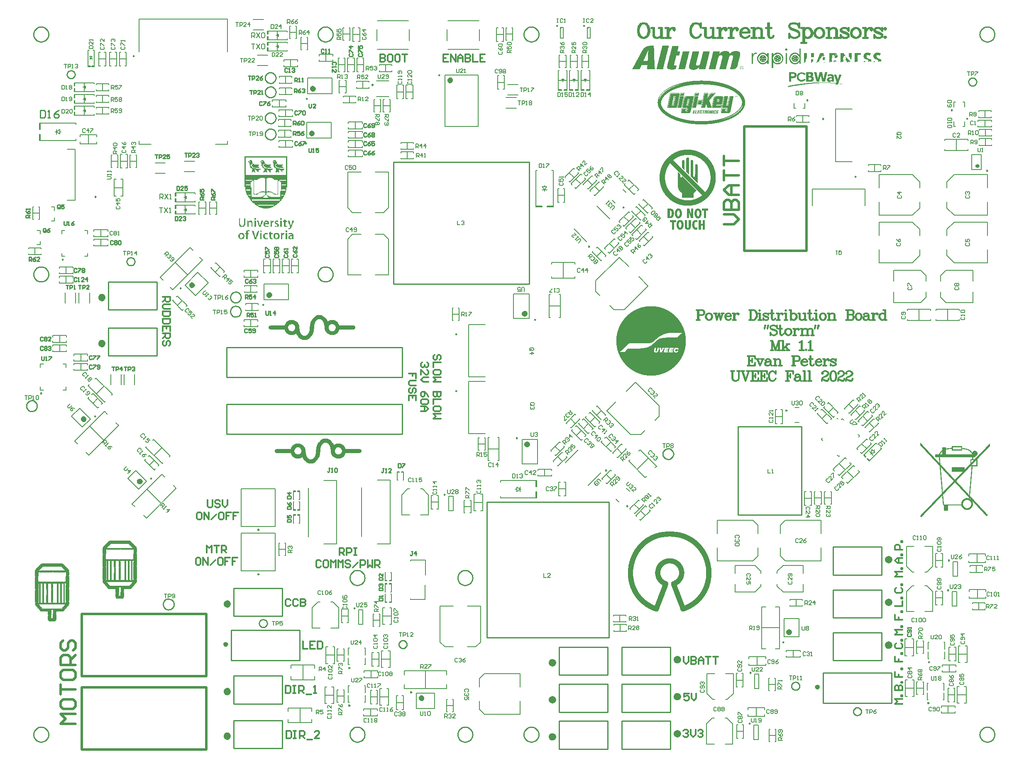
<source format=gto>
G04*
G04 #@! TF.GenerationSoftware,Altium Limited,Altium Designer,22.11.1 (43)*
G04*
G04 Layer_Color=65535*
%FSLAX25Y25*%
%MOIN*%
G70*
G04*
G04 #@! TF.SameCoordinates,E00A9952-D2AD-4094-941F-04495088175D*
G04*
G04*
G04 #@! TF.FilePolarity,Positive*
G04*
G01*
G75*
%ADD10C,0.00984*%
%ADD11C,0.02362*%
%ADD12C,0.01000*%
%ADD13C,0.03000*%
%ADD14C,0.00787*%
%ADD15C,0.01575*%
%ADD16C,0.02000*%
%ADD17C,0.00591*%
%ADD18C,0.00500*%
%ADD19C,0.01968*%
%ADD20C,0.01181*%
%ADD21R,0.01862X0.00787*%
%ADD22R,0.02000X0.00701*%
G36*
X614378Y565455D02*
X614521D01*
Y565420D01*
X614592D01*
Y565384D01*
X614664D01*
Y565348D01*
X614735D01*
Y565312D01*
X614771D01*
Y565277D01*
X614807D01*
Y565241D01*
X614842D01*
Y565205D01*
X614878D01*
Y565170D01*
X614914D01*
Y565134D01*
X614950D01*
Y565098D01*
X614985D01*
Y565027D01*
X615021D01*
Y564955D01*
X615057D01*
Y564884D01*
X615093D01*
Y564776D01*
X615128D01*
Y564312D01*
X615093D01*
Y564204D01*
X615057D01*
Y564133D01*
X615021D01*
Y564061D01*
X614985D01*
Y564026D01*
X614950D01*
Y563954D01*
X614914D01*
Y563918D01*
X614878D01*
Y563883D01*
X614842D01*
Y563847D01*
X614807D01*
Y563811D01*
X614771D01*
Y563775D01*
X614699D01*
Y563740D01*
X614664D01*
Y563704D01*
X614592D01*
Y563668D01*
X614485D01*
Y563632D01*
X614342D01*
Y563597D01*
X614056D01*
Y563632D01*
X613877D01*
Y563668D01*
X613806D01*
Y563704D01*
X613734D01*
Y563740D01*
X613663D01*
Y563775D01*
X613627D01*
Y563811D01*
X613591D01*
Y563847D01*
X613555D01*
Y563883D01*
X613520D01*
Y563918D01*
X613484D01*
Y563954D01*
X613448D01*
Y563990D01*
X613413D01*
Y564061D01*
X613377D01*
Y564097D01*
X613341D01*
Y564204D01*
X613305D01*
Y564276D01*
X613270D01*
Y564812D01*
X613305D01*
Y564919D01*
X613341D01*
Y564991D01*
X613377D01*
Y565062D01*
X613413D01*
Y565098D01*
X613448D01*
Y565134D01*
X613484D01*
Y565205D01*
X613520D01*
Y565241D01*
X613591D01*
Y565277D01*
X613627D01*
Y565312D01*
X613663D01*
Y565348D01*
X613734D01*
Y565384D01*
X613770D01*
Y565420D01*
X613877D01*
Y565455D01*
X613984D01*
Y565491D01*
X614378D01*
Y565455D01*
D02*
G37*
G36*
X573989Y563305D02*
X575076D01*
Y563184D01*
X575559D01*
Y563064D01*
X575801D01*
Y562943D01*
X576042D01*
Y562822D01*
X576284D01*
Y562701D01*
X576526D01*
Y562580D01*
X576646D01*
Y562460D01*
X576767D01*
Y562339D01*
X576888D01*
Y562097D01*
X577009D01*
Y561856D01*
X577130D01*
Y561252D01*
X577250D01*
Y560527D01*
X577130D01*
Y559682D01*
X577009D01*
Y559198D01*
X576888D01*
Y558715D01*
X576767D01*
Y558232D01*
X576646D01*
Y557749D01*
X576526D01*
Y557266D01*
X576405D01*
Y556782D01*
X576284D01*
Y556299D01*
X576163D01*
Y555816D01*
X576042D01*
Y555333D01*
X575922D01*
Y554850D01*
X575801D01*
Y554366D01*
X575680D01*
Y553883D01*
X575559D01*
Y553400D01*
X575438D01*
Y552917D01*
X575318D01*
Y552434D01*
X575197D01*
Y551951D01*
X575076D01*
Y551467D01*
X574955D01*
Y551105D01*
X574834D01*
Y550743D01*
X574714D01*
Y550501D01*
X574593D01*
Y550259D01*
X574472D01*
Y550139D01*
X574351D01*
Y550018D01*
X574230D01*
Y549897D01*
X574110D01*
Y549776D01*
X573989D01*
Y549655D01*
X573868D01*
Y549535D01*
X573747D01*
Y549414D01*
X573627D01*
Y549293D01*
X573385D01*
Y549172D01*
X573264D01*
Y549052D01*
X573023D01*
Y548931D01*
X572660D01*
Y548810D01*
X572298D01*
Y548689D01*
X571573D01*
Y548568D01*
X569036D01*
Y548931D01*
X569157D01*
Y549414D01*
X569278D01*
Y549897D01*
X569399D01*
Y550380D01*
X569520D01*
Y550864D01*
X569640D01*
Y551347D01*
X569761D01*
Y551830D01*
X569882D01*
Y552313D01*
X570003D01*
Y552796D01*
X570123D01*
Y553279D01*
X570244D01*
Y553762D01*
X570365D01*
Y554246D01*
X570486D01*
Y554729D01*
X570607D01*
Y555212D01*
X570727D01*
Y555695D01*
X570848D01*
Y556178D01*
X570969D01*
Y556662D01*
X571090D01*
Y557145D01*
X571211D01*
Y557628D01*
X571331D01*
Y558111D01*
X571452D01*
Y559319D01*
X571331D01*
Y559561D01*
X571211D01*
Y559682D01*
X570969D01*
Y559802D01*
X570607D01*
Y559923D01*
X569761D01*
Y559802D01*
X569399D01*
Y559682D01*
X569157D01*
Y559561D01*
X568916D01*
Y559440D01*
X568795D01*
Y559319D01*
X568674D01*
Y559198D01*
X568553D01*
Y558957D01*
X568432D01*
Y558836D01*
X568312D01*
Y558473D01*
X568191D01*
Y558111D01*
X568070D01*
Y557628D01*
X567949D01*
Y557145D01*
X567828D01*
Y556662D01*
X567708D01*
Y556178D01*
X567587D01*
Y555695D01*
X567466D01*
Y555212D01*
X567345D01*
Y554729D01*
X567224D01*
Y554246D01*
X567104D01*
Y553762D01*
X566983D01*
Y553279D01*
X566862D01*
Y552796D01*
X566741D01*
Y552434D01*
X566620D01*
Y551951D01*
X566500D01*
Y551467D01*
X566379D01*
Y550984D01*
X566258D01*
Y550501D01*
X566137D01*
Y550018D01*
X566016D01*
Y549535D01*
X565896D01*
Y549052D01*
X565775D01*
Y548568D01*
X560460D01*
Y548810D01*
X560581D01*
Y549293D01*
X560702D01*
Y549776D01*
X560822D01*
Y550259D01*
X560943D01*
Y550743D01*
X561064D01*
Y551226D01*
X561185D01*
Y551709D01*
X561306D01*
Y552192D01*
X561426D01*
Y552675D01*
X561547D01*
Y553159D01*
X561668D01*
Y553642D01*
X561789D01*
Y554125D01*
X561909D01*
Y554608D01*
X562030D01*
Y555091D01*
X562151D01*
Y555574D01*
X562272D01*
Y556058D01*
X562393D01*
Y556541D01*
X562513D01*
Y557024D01*
X562634D01*
Y557507D01*
X562755D01*
Y557990D01*
X562876D01*
Y558594D01*
X562997D01*
Y559078D01*
X562876D01*
Y559440D01*
X562755D01*
Y559561D01*
X562634D01*
Y559682D01*
X562513D01*
Y559802D01*
X562151D01*
Y559923D01*
X561306D01*
Y559802D01*
X560822D01*
Y559682D01*
X560581D01*
Y559561D01*
X560460D01*
Y559440D01*
X560339D01*
Y559319D01*
X560218D01*
Y559198D01*
X560098D01*
Y559078D01*
X559977D01*
Y558836D01*
X559856D01*
Y558594D01*
X559735D01*
Y558232D01*
X559614D01*
Y557869D01*
X559494D01*
Y557386D01*
X559373D01*
Y556903D01*
X559252D01*
Y556420D01*
X559131D01*
Y555937D01*
X559010D01*
Y555454D01*
X558890D01*
Y554971D01*
X558769D01*
Y554487D01*
X558648D01*
Y554004D01*
X558527D01*
Y553521D01*
X558406D01*
Y553038D01*
X558286D01*
Y552555D01*
X558165D01*
Y552071D01*
X558044D01*
Y551588D01*
X557923D01*
Y551105D01*
X557802D01*
Y550622D01*
X557682D01*
Y550139D01*
X557561D01*
Y549655D01*
X557440D01*
Y549172D01*
X557319D01*
Y548689D01*
X557198D01*
Y548568D01*
X552004D01*
Y549052D01*
X552125D01*
Y549535D01*
X552246D01*
Y550018D01*
X552367D01*
Y550501D01*
X552488D01*
Y550984D01*
X552608D01*
Y551467D01*
X552729D01*
Y551951D01*
X552850D01*
Y552434D01*
X552971D01*
Y552917D01*
X553091D01*
Y553400D01*
X553212D01*
Y553883D01*
X553333D01*
Y554366D01*
X553454D01*
Y554850D01*
X553575D01*
Y555333D01*
X553695D01*
Y555816D01*
X553816D01*
Y556299D01*
X553937D01*
Y556782D01*
X554058D01*
Y557266D01*
X554179D01*
Y557749D01*
X554299D01*
Y558232D01*
X554420D01*
Y558715D01*
X554541D01*
Y559198D01*
X554662D01*
Y559682D01*
X554783D01*
Y560165D01*
X554903D01*
Y560648D01*
X555024D01*
Y561010D01*
X555145D01*
Y561493D01*
X555266D01*
Y561977D01*
X555386D01*
Y562460D01*
X555507D01*
Y562943D01*
X560822D01*
Y562460D01*
X560702D01*
Y561977D01*
X560581D01*
Y561493D01*
X560460D01*
Y561252D01*
X560702D01*
Y561373D01*
X560822D01*
Y561493D01*
X560943D01*
Y561614D01*
X561064D01*
Y561735D01*
X561185D01*
Y561856D01*
X561306D01*
Y561977D01*
X561426D01*
Y562097D01*
X561547D01*
Y562218D01*
X561668D01*
Y562339D01*
X561909D01*
Y562460D01*
X562030D01*
Y562580D01*
X562272D01*
Y562701D01*
X562513D01*
Y562822D01*
X562755D01*
Y562943D01*
X562997D01*
Y563064D01*
X563359D01*
Y563184D01*
X563842D01*
Y563305D01*
X564567D01*
Y563426D01*
X566016D01*
Y563305D01*
X566741D01*
Y563184D01*
X567104D01*
Y563064D01*
X567466D01*
Y562943D01*
X567708D01*
Y562822D01*
X567828D01*
Y562701D01*
X567949D01*
Y562580D01*
X568070D01*
Y562460D01*
X568191D01*
Y562339D01*
X568312D01*
Y562218D01*
X568432D01*
Y561977D01*
X568553D01*
Y561735D01*
X568674D01*
Y561252D01*
X568795D01*
Y561131D01*
X568916D01*
Y561252D01*
X569036D01*
Y561373D01*
X569157D01*
Y561493D01*
X569278D01*
Y561614D01*
X569399D01*
Y561735D01*
X569520D01*
Y561856D01*
X569640D01*
Y561977D01*
X569761D01*
Y562097D01*
X569882D01*
Y562218D01*
X570003D01*
Y562339D01*
X570244D01*
Y562460D01*
X570365D01*
Y562580D01*
X570607D01*
Y562701D01*
X570848D01*
Y562822D01*
X571090D01*
Y562943D01*
X571452D01*
Y563064D01*
X571815D01*
Y563184D01*
X572298D01*
Y563305D01*
X573264D01*
Y563426D01*
X573989D01*
Y563305D01*
D02*
G37*
G36*
X687405Y562060D02*
X687834D01*
Y562024D01*
X688084D01*
Y561988D01*
X688299D01*
Y561952D01*
X688478D01*
Y561917D01*
X688620D01*
Y561881D01*
X688763D01*
Y561845D01*
X688871D01*
Y561809D01*
X689014D01*
Y561774D01*
X689121D01*
Y561738D01*
X689228D01*
Y561702D01*
X689300D01*
Y561666D01*
X689407D01*
Y561631D01*
X689478D01*
Y561595D01*
X689550D01*
Y561559D01*
X689621D01*
Y561523D01*
X689693D01*
Y561488D01*
X689800D01*
Y561452D01*
X689872D01*
Y561416D01*
X689907D01*
Y561381D01*
X689979D01*
Y561345D01*
X690015D01*
Y561273D01*
X689979D01*
Y561202D01*
X689943D01*
Y561130D01*
X689907D01*
Y561059D01*
X689872D01*
Y560987D01*
X689836D01*
Y560916D01*
X689800D01*
Y560844D01*
X689764D01*
Y560773D01*
X689728D01*
Y560701D01*
X689693D01*
Y560630D01*
X689657D01*
Y560666D01*
X688049D01*
Y560630D01*
X689657D01*
Y560558D01*
X689621D01*
Y560594D01*
X687977D01*
Y560558D01*
X689621D01*
Y560523D01*
X689586D01*
Y560487D01*
X687870D01*
Y560451D01*
X687834D01*
Y560415D01*
X689550D01*
Y560380D01*
X687763D01*
Y560344D01*
X687727D01*
Y560308D01*
X689478D01*
Y560344D01*
X689514D01*
Y560273D01*
X689478D01*
Y560201D01*
X689443D01*
Y560129D01*
X689407D01*
Y560058D01*
X689371D01*
Y559986D01*
X689335D01*
Y559915D01*
X689300D01*
Y559843D01*
X689264D01*
Y559772D01*
X689228D01*
Y559700D01*
X689192D01*
Y559629D01*
X689157D01*
Y559558D01*
X689121D01*
Y559593D01*
X689049D01*
Y559629D01*
X689014D01*
Y559665D01*
X688978D01*
Y559700D01*
X688906D01*
Y559736D01*
X688871D01*
Y559772D01*
X688799D01*
Y559808D01*
X688728D01*
Y559843D01*
X688656D01*
Y559879D01*
X688585D01*
Y559915D01*
X688513D01*
Y559951D01*
X688442D01*
Y559986D01*
X688335D01*
Y560022D01*
X688227D01*
Y560058D01*
X688120D01*
Y560094D01*
X687941D01*
Y560129D01*
X687334D01*
Y560094D01*
X687191D01*
Y560058D01*
X687119D01*
Y560022D01*
X687012D01*
Y559986D01*
X686940D01*
Y559951D01*
X686905D01*
Y559915D01*
X686833D01*
Y559879D01*
X686797D01*
Y559843D01*
X686762D01*
Y559808D01*
X686726D01*
Y559736D01*
X686690D01*
Y559700D01*
X686654D01*
Y559629D01*
X686619D01*
Y559522D01*
X686583D01*
Y559236D01*
X686619D01*
Y559129D01*
X686654D01*
Y559093D01*
X686690D01*
Y559021D01*
X686726D01*
Y558986D01*
X686762D01*
Y558950D01*
X686797D01*
Y558914D01*
X686833D01*
Y558735D01*
X686869D01*
Y558664D01*
X686905D01*
Y558557D01*
X686940D01*
Y558485D01*
X686976D01*
Y558414D01*
X687012D01*
Y558342D01*
X687048D01*
Y558307D01*
X687083D01*
Y558235D01*
X687119D01*
Y558199D01*
X687155D01*
Y558128D01*
X687191D01*
Y558092D01*
X687226D01*
Y558056D01*
X687262D01*
Y557985D01*
X687298D01*
Y557949D01*
X687334D01*
Y557913D01*
X687369D01*
Y557877D01*
X687405D01*
Y557842D01*
X687441D01*
Y557806D01*
X687477D01*
Y557770D01*
X687512D01*
Y557735D01*
X687548D01*
Y557699D01*
X687584D01*
Y557663D01*
X687655D01*
Y557627D01*
X687691D01*
Y557592D01*
X687727D01*
Y557556D01*
X687798D01*
Y557520D01*
X687834D01*
Y557484D01*
X687906D01*
Y557449D01*
X687977D01*
Y557413D01*
X688013D01*
Y557377D01*
X688120D01*
Y557341D01*
X688156D01*
Y557306D01*
X688263D01*
Y557270D01*
X688335D01*
Y557234D01*
X688406D01*
Y557198D01*
X688513D01*
Y557163D01*
X688585D01*
Y557127D01*
X688692D01*
Y557091D01*
X688799D01*
Y557055D01*
X688906D01*
Y557020D01*
X689049D01*
Y556984D01*
X689157D01*
Y556948D01*
X689264D01*
Y556912D01*
X689407D01*
Y556877D01*
X689550D01*
Y556841D01*
X689693D01*
Y556805D01*
X689800D01*
Y556769D01*
X689943D01*
Y556734D01*
X690086D01*
Y556698D01*
X690193D01*
Y556662D01*
X690301D01*
Y556627D01*
X690336D01*
Y556484D01*
X690372D01*
Y556269D01*
X690408D01*
Y555411D01*
X690372D01*
Y555161D01*
X690336D01*
Y554982D01*
X690301D01*
Y554875D01*
X690158D01*
Y554911D01*
X689907D01*
Y554946D01*
X689728D01*
Y554982D01*
X689586D01*
Y555018D01*
X689478D01*
Y555054D01*
X689371D01*
Y555089D01*
X689264D01*
Y555125D01*
X689192D01*
Y555161D01*
X689121D01*
Y555197D01*
X689014D01*
Y555232D01*
X688978D01*
Y555197D01*
X688942D01*
Y555161D01*
X688906D01*
Y555125D01*
X688871D01*
Y555089D01*
X688835D01*
Y555054D01*
X688799D01*
Y555018D01*
X688763D01*
Y554982D01*
X688692D01*
Y554946D01*
X688656D01*
Y554911D01*
X688620D01*
Y554875D01*
X688549D01*
Y554839D01*
X688478D01*
Y554803D01*
X688406D01*
Y554768D01*
X688299D01*
Y554732D01*
X688192D01*
Y554696D01*
X688049D01*
Y554661D01*
X687870D01*
Y554625D01*
X687655D01*
Y554589D01*
X687477D01*
Y554625D01*
X687226D01*
Y554661D01*
X687369D01*
Y554696D01*
X687441D01*
Y554732D01*
X687548D01*
Y554768D01*
X687584D01*
Y554803D01*
X687655D01*
Y554839D01*
X687691D01*
Y554875D01*
X687763D01*
Y554911D01*
X687798D01*
Y554946D01*
X687834D01*
Y554982D01*
X687870D01*
Y555054D01*
X687906D01*
Y555125D01*
X687941D01*
Y555197D01*
X687977D01*
Y555304D01*
X688013D01*
Y555697D01*
X687977D01*
Y555804D01*
X687941D01*
Y555840D01*
X687906D01*
Y555911D01*
X687870D01*
Y555947D01*
X687834D01*
Y555983D01*
X687798D01*
Y556019D01*
X687763D01*
Y556054D01*
X687727D01*
Y556090D01*
X687691D01*
Y556126D01*
X687620D01*
Y556162D01*
X687584D01*
Y556198D01*
X687512D01*
Y556233D01*
X687441D01*
Y556269D01*
X687369D01*
Y556305D01*
X687298D01*
Y556341D01*
X687191D01*
Y556376D01*
X687119D01*
Y556412D01*
X686976D01*
Y556448D01*
X686869D01*
Y556484D01*
X686762D01*
Y556519D01*
X686654D01*
Y556555D01*
X686512D01*
Y556591D01*
X686404D01*
Y556627D01*
X686261D01*
Y556662D01*
X686154D01*
Y556698D01*
X686047D01*
Y556734D01*
X685940D01*
Y556769D01*
X685832D01*
Y556805D01*
X685725D01*
Y556841D01*
X685654D01*
Y556877D01*
X685546D01*
Y556912D01*
X685475D01*
Y556948D01*
X685403D01*
Y556984D01*
X685332D01*
Y557020D01*
X685260D01*
Y557055D01*
X685189D01*
Y557091D01*
X685117D01*
Y557127D01*
X685082D01*
Y557163D01*
X685010D01*
Y557198D01*
X684974D01*
Y557234D01*
X684939D01*
Y557270D01*
X684867D01*
Y557306D01*
X684831D01*
Y557341D01*
X684796D01*
Y557377D01*
X684760D01*
Y557413D01*
X684724D01*
Y557449D01*
X684689D01*
Y557484D01*
X684653D01*
Y557520D01*
X684617D01*
Y557556D01*
X684581D01*
Y557627D01*
X684546D01*
Y557663D01*
X684510D01*
Y557735D01*
X684474D01*
Y557806D01*
X684438D01*
Y557842D01*
X684403D01*
Y557913D01*
X684367D01*
Y558020D01*
X684331D01*
Y558092D01*
X684295D01*
Y558235D01*
X684260D01*
Y558378D01*
X684224D01*
Y558592D01*
X684188D01*
Y559558D01*
X684224D01*
Y559736D01*
X684260D01*
Y559915D01*
X684295D01*
Y560022D01*
X684331D01*
Y560165D01*
X684367D01*
Y560237D01*
X684403D01*
Y560344D01*
X684438D01*
Y560415D01*
X684474D01*
Y560487D01*
X684510D01*
Y560558D01*
X684546D01*
Y560630D01*
X684581D01*
Y560701D01*
X684617D01*
Y560737D01*
X684653D01*
Y560809D01*
X684689D01*
Y560844D01*
X684724D01*
Y560916D01*
X684760D01*
Y560952D01*
X684796D01*
Y560987D01*
X684831D01*
Y561059D01*
X684867D01*
Y561095D01*
X684903D01*
Y561130D01*
X684939D01*
Y561166D01*
X684974D01*
Y561202D01*
X685010D01*
Y561238D01*
X685046D01*
Y561273D01*
X685082D01*
Y561309D01*
X685117D01*
Y561345D01*
X685153D01*
Y561381D01*
X685189D01*
Y561416D01*
X685260D01*
Y561452D01*
X685296D01*
Y561488D01*
X685332D01*
Y561523D01*
X685403D01*
Y561559D01*
X685439D01*
Y561595D01*
X685511D01*
Y561631D01*
X685582D01*
Y561666D01*
X685618D01*
Y561702D01*
X685689D01*
Y561738D01*
X685761D01*
Y561774D01*
X685832D01*
Y561809D01*
X685940D01*
Y561845D01*
X686011D01*
Y561881D01*
X686118D01*
Y561917D01*
X686226D01*
Y561952D01*
X686369D01*
Y561988D01*
X686512D01*
Y562024D01*
X686726D01*
Y562060D01*
X687119D01*
Y562095D01*
X687405D01*
Y562060D01*
D02*
G37*
G36*
X589928Y562024D02*
X590142D01*
Y561988D01*
X590285D01*
Y561952D01*
X590393D01*
Y561917D01*
X590464D01*
Y561881D01*
X590571D01*
Y561845D01*
X590643D01*
Y561809D01*
X590714D01*
Y561774D01*
X590786D01*
Y561702D01*
X590750D01*
Y561631D01*
X590714D01*
Y561595D01*
X590679D01*
Y561523D01*
X590643D01*
Y561452D01*
X590607D01*
Y561416D01*
X590571D01*
Y561345D01*
X590536D01*
Y561273D01*
X590500D01*
Y561238D01*
X590464D01*
Y561166D01*
X590428D01*
Y561130D01*
X590393D01*
Y561059D01*
X590357D01*
Y560987D01*
X590321D01*
Y560952D01*
X590285D01*
Y560880D01*
X590250D01*
Y560844D01*
X590214D01*
Y560773D01*
X590178D01*
Y560809D01*
X590071D01*
Y560844D01*
X589964D01*
Y560880D01*
X589856D01*
Y560916D01*
X589606D01*
Y560952D01*
X589570D01*
Y560916D01*
X589285D01*
Y560880D01*
X589142D01*
Y560844D01*
X589070D01*
Y560809D01*
X588963D01*
Y560773D01*
X588891D01*
Y560737D01*
X588820D01*
Y560701D01*
X588784D01*
Y560666D01*
X588713D01*
Y560630D01*
X588677D01*
Y560594D01*
X588605D01*
Y560558D01*
X588570D01*
Y560523D01*
X588534D01*
Y560487D01*
X588498D01*
Y560451D01*
X588462D01*
Y560415D01*
X588427D01*
Y560380D01*
X588391D01*
Y560344D01*
X588355D01*
Y560308D01*
X588319D01*
Y560273D01*
X588284D01*
Y560237D01*
X588248D01*
Y560201D01*
X588212D01*
Y560129D01*
X588176D01*
Y560094D01*
X588141D01*
Y560022D01*
X588105D01*
Y559986D01*
X588069D01*
Y559915D01*
X588033D01*
Y559843D01*
X587998D01*
Y559808D01*
X587962D01*
Y559736D01*
X587926D01*
Y559629D01*
X587890D01*
Y559558D01*
X587855D01*
Y559486D01*
X587819D01*
Y559379D01*
X587783D01*
Y559307D01*
X587747D01*
Y559200D01*
X587712D01*
Y559057D01*
X587676D01*
Y558950D01*
X587640D01*
Y558771D01*
X587605D01*
Y558557D01*
X587569D01*
Y558271D01*
X587533D01*
Y557842D01*
X587497D01*
Y557127D01*
X587462D01*
Y552909D01*
X586282D01*
Y560701D01*
Y560737D01*
Y561809D01*
X587462D01*
Y560558D01*
X587497D01*
Y560594D01*
X587533D01*
Y560630D01*
X587569D01*
Y560701D01*
X587605D01*
Y560737D01*
X587640D01*
Y560773D01*
X587676D01*
Y560844D01*
X587712D01*
Y560880D01*
X587747D01*
Y560916D01*
X587783D01*
Y560952D01*
X587819D01*
Y561023D01*
X587855D01*
Y561059D01*
X587890D01*
Y561095D01*
X587926D01*
Y561130D01*
X587962D01*
Y561166D01*
X587998D01*
Y561202D01*
X588033D01*
Y561238D01*
X588069D01*
Y561273D01*
X588105D01*
Y561309D01*
X588141D01*
Y561345D01*
X588176D01*
Y561381D01*
X588212D01*
Y561416D01*
X588248D01*
Y561452D01*
X588319D01*
Y561488D01*
X588355D01*
Y561523D01*
X588391D01*
Y561559D01*
X588427D01*
Y561595D01*
X588498D01*
Y561631D01*
X588534D01*
Y561666D01*
X588605D01*
Y561702D01*
X588641D01*
Y561738D01*
X588713D01*
Y561774D01*
X588784D01*
Y561809D01*
X588856D01*
Y561845D01*
X588927D01*
Y561881D01*
X588999D01*
Y561917D01*
X589106D01*
Y561952D01*
X589213D01*
Y561988D01*
X589392D01*
Y562024D01*
X589606D01*
Y562060D01*
X589928D01*
Y562024D01*
D02*
G37*
G36*
X679505Y562060D02*
X679934D01*
Y562024D01*
X680185D01*
Y561988D01*
X680363D01*
Y561952D01*
X680542D01*
Y561917D01*
X680685D01*
Y561881D01*
X680828D01*
Y561845D01*
X680971D01*
Y561809D01*
X681078D01*
Y561774D01*
X681185D01*
Y561738D01*
X681293D01*
Y561702D01*
X681400D01*
Y561666D01*
X681471D01*
Y561631D01*
X681543D01*
Y561595D01*
X681650D01*
Y561559D01*
X681722D01*
Y561523D01*
X681793D01*
Y561488D01*
X681865D01*
Y561452D01*
X681936D01*
Y561416D01*
X682008D01*
Y561381D01*
X682079D01*
Y561345D01*
X682115D01*
Y561309D01*
X682079D01*
Y561238D01*
X682043D01*
Y561166D01*
X682008D01*
Y561095D01*
X681972D01*
Y561023D01*
X681936D01*
Y560952D01*
X681900D01*
Y560880D01*
X681865D01*
Y560809D01*
X681829D01*
Y560737D01*
X681793D01*
Y560666D01*
X680113D01*
Y560630D01*
X681757D01*
Y560594D01*
X680042D01*
Y560558D01*
X681722D01*
Y560523D01*
X681686D01*
Y560451D01*
X681650D01*
Y560487D01*
X679934D01*
Y560451D01*
X679899D01*
Y560380D01*
X679863D01*
Y560344D01*
X679827D01*
Y560308D01*
X681328D01*
Y560344D01*
X681436D01*
Y560380D01*
X680077D01*
Y560415D01*
X681650D01*
Y560380D01*
X681614D01*
Y560308D01*
X681579D01*
Y560237D01*
X681543D01*
Y560165D01*
X681507D01*
Y560094D01*
X681471D01*
Y560022D01*
X681436D01*
Y559951D01*
X681400D01*
Y559879D01*
X681364D01*
Y559808D01*
X681328D01*
Y559736D01*
X681293D01*
Y559665D01*
X681257D01*
Y559593D01*
X681221D01*
Y559558D01*
X681185D01*
Y559593D01*
X681150D01*
Y559629D01*
X681078D01*
Y559665D01*
X681042D01*
Y559700D01*
X680971D01*
Y559736D01*
X680935D01*
Y559772D01*
X680864D01*
Y559808D01*
X680828D01*
Y559843D01*
X680757D01*
Y559879D01*
X680685D01*
Y559915D01*
X680614D01*
Y559951D01*
X680506D01*
Y559986D01*
X680435D01*
Y560022D01*
X680328D01*
Y560058D01*
X680185D01*
Y560094D01*
X680006D01*
Y560129D01*
X679434D01*
Y560094D01*
X679291D01*
Y560058D01*
X679184D01*
Y560022D01*
X679112D01*
Y559986D01*
X679041D01*
Y559951D01*
X678969D01*
Y559915D01*
X678933D01*
Y559879D01*
X678898D01*
Y559843D01*
X678862D01*
Y559808D01*
X678826D01*
Y559772D01*
X678791D01*
Y559736D01*
X678755D01*
Y559665D01*
X678719D01*
Y559593D01*
X678683D01*
Y559450D01*
X678648D01*
Y559307D01*
X678683D01*
Y559164D01*
X678719D01*
Y559093D01*
X678755D01*
Y559057D01*
X678791D01*
Y558986D01*
X678826D01*
Y558950D01*
X678862D01*
Y558914D01*
X678898D01*
Y558878D01*
X678933D01*
Y558843D01*
X678898D01*
Y558735D01*
X678862D01*
Y558628D01*
X678826D01*
Y558521D01*
X678791D01*
Y558414D01*
X678826D01*
Y558342D01*
X678862D01*
Y558271D01*
X678898D01*
Y558199D01*
X678933D01*
Y558163D01*
X678969D01*
Y558092D01*
X679005D01*
Y558056D01*
X679041D01*
Y558020D01*
X679076D01*
Y557985D01*
X679112D01*
Y557913D01*
X679148D01*
Y557877D01*
X679184D01*
Y557842D01*
X679219D01*
Y557806D01*
X679255D01*
Y557770D01*
X679291D01*
Y557735D01*
X679327D01*
Y557699D01*
X679398D01*
Y557663D01*
X679434D01*
Y557627D01*
X679470D01*
Y557592D01*
X679505D01*
Y557556D01*
X679577D01*
Y557520D01*
X679613D01*
Y557484D01*
X679684D01*
Y557449D01*
X679756D01*
Y557413D01*
X679791D01*
Y557377D01*
X679863D01*
Y557341D01*
X679934D01*
Y557306D01*
X680006D01*
Y557270D01*
X680077D01*
Y557234D01*
X680185D01*
Y557198D01*
X680256D01*
Y557163D01*
X680328D01*
Y557127D01*
X680435D01*
Y557091D01*
X680542D01*
Y557055D01*
X680649D01*
Y557020D01*
X680757D01*
Y556984D01*
X680899D01*
Y556948D01*
X681007D01*
Y556912D01*
X681114D01*
Y556877D01*
X681257D01*
Y556841D01*
X681400D01*
Y556805D01*
X681543D01*
Y556769D01*
X681650D01*
Y556734D01*
X681793D01*
Y556698D01*
X681936D01*
Y556662D01*
X682043D01*
Y556627D01*
X682151D01*
Y556591D01*
X682258D01*
Y556555D01*
X682365D01*
Y556519D01*
X682437D01*
Y556376D01*
X682472D01*
Y556090D01*
X682508D01*
Y555697D01*
X682472D01*
Y555304D01*
X682437D01*
Y555054D01*
X682401D01*
Y554911D01*
X682365D01*
Y554875D01*
X682294D01*
Y554839D01*
X682079D01*
Y554875D01*
X681757D01*
Y554911D01*
X681614D01*
Y554946D01*
X681436D01*
Y554982D01*
X681328D01*
Y555018D01*
X681221D01*
Y555054D01*
X681114D01*
Y555089D01*
X681042D01*
Y555125D01*
X680971D01*
Y555089D01*
X680935D01*
Y555054D01*
X680899D01*
Y555018D01*
X680828D01*
Y554982D01*
X680792D01*
Y554946D01*
X680757D01*
Y554911D01*
X680685D01*
Y554875D01*
X680614D01*
Y554839D01*
X680542D01*
Y554803D01*
X680471D01*
Y554768D01*
X680363D01*
Y554732D01*
X680292D01*
Y554696D01*
X680149D01*
Y554661D01*
X679934D01*
Y554625D01*
X679327D01*
Y554661D01*
X679434D01*
Y554696D01*
X679541D01*
Y554732D01*
X679613D01*
Y554768D01*
X679684D01*
Y554803D01*
X679756D01*
Y554839D01*
X679791D01*
Y554875D01*
X679827D01*
Y554911D01*
X679863D01*
Y554946D01*
X679899D01*
Y554982D01*
X679934D01*
Y555018D01*
X679970D01*
Y555089D01*
X680006D01*
Y555161D01*
X680042D01*
Y555232D01*
X680077D01*
Y555375D01*
X680113D01*
Y555626D01*
X680077D01*
Y555733D01*
X680042D01*
Y555840D01*
X680006D01*
Y555876D01*
X679970D01*
Y555947D01*
X679934D01*
Y555983D01*
X679899D01*
Y556019D01*
X679863D01*
Y556054D01*
X679827D01*
Y556090D01*
X679756D01*
Y556126D01*
X679720D01*
Y556162D01*
X679648D01*
Y556198D01*
X679613D01*
Y556233D01*
X679541D01*
Y556269D01*
X679470D01*
Y556305D01*
X679362D01*
Y556341D01*
X679291D01*
Y556376D01*
X679184D01*
Y556412D01*
X679076D01*
Y556448D01*
X678969D01*
Y556484D01*
X678862D01*
Y556519D01*
X678719D01*
Y556555D01*
X678612D01*
Y556591D01*
X678469D01*
Y556627D01*
X678362D01*
Y556662D01*
X678254D01*
Y556698D01*
X678147D01*
Y556734D01*
X678004D01*
Y556769D01*
X677897D01*
Y556805D01*
X677825D01*
Y556841D01*
X677718D01*
Y556877D01*
X677647D01*
Y556912D01*
X677539D01*
Y556948D01*
X677468D01*
Y556984D01*
X677396D01*
Y557020D01*
X677325D01*
Y557055D01*
X677289D01*
Y557091D01*
X677218D01*
Y557127D01*
X677146D01*
Y557163D01*
X677110D01*
Y557198D01*
X677039D01*
Y557234D01*
X677003D01*
Y557270D01*
X676967D01*
Y557306D01*
X676932D01*
Y557341D01*
X676860D01*
Y557377D01*
X676825D01*
Y557413D01*
X676789D01*
Y557449D01*
X676753D01*
Y557520D01*
X676717D01*
Y557556D01*
X676682D01*
Y557592D01*
X676646D01*
Y557627D01*
X676610D01*
Y557699D01*
X676574D01*
Y557770D01*
X676539D01*
Y557806D01*
X676503D01*
Y557877D01*
X676467D01*
Y557985D01*
X676431D01*
Y558056D01*
X676396D01*
Y558342D01*
X676324D01*
Y558485D01*
X676288D01*
Y558771D01*
X676253D01*
Y559343D01*
X676288D01*
Y559665D01*
X676324D01*
Y559843D01*
X676360D01*
Y559986D01*
X676396D01*
Y560094D01*
X676431D01*
Y560201D01*
X676467D01*
Y560308D01*
X676503D01*
Y560380D01*
X676539D01*
Y560451D01*
X676574D01*
Y560523D01*
X676610D01*
Y560594D01*
X676646D01*
Y560666D01*
X676682D01*
Y560737D01*
X676717D01*
Y560773D01*
X676753D01*
Y560844D01*
X676789D01*
Y560880D01*
X676825D01*
Y560952D01*
X676860D01*
Y560987D01*
X676896D01*
Y561023D01*
X676932D01*
Y561059D01*
X676967D01*
Y561095D01*
X677003D01*
Y561166D01*
X677039D01*
Y561202D01*
X677075D01*
Y561238D01*
X677146D01*
Y561273D01*
X677182D01*
Y561309D01*
X677218D01*
Y561345D01*
X677253D01*
Y561381D01*
X677289D01*
Y561416D01*
X677325D01*
Y561452D01*
X677396D01*
Y561488D01*
X677432D01*
Y561523D01*
X677468D01*
Y561559D01*
X677539D01*
Y561595D01*
X677575D01*
Y561631D01*
X677647D01*
Y561666D01*
X677718D01*
Y561702D01*
X677790D01*
Y561738D01*
X677861D01*
Y561774D01*
X677933D01*
Y561809D01*
X678004D01*
Y561845D01*
X678111D01*
Y561881D01*
X678183D01*
Y561917D01*
X678326D01*
Y561952D01*
X678433D01*
Y561988D01*
X678612D01*
Y562024D01*
X678791D01*
Y562060D01*
X679184D01*
Y562095D01*
X679505D01*
Y562060D01*
D02*
G37*
G36*
X652697Y561809D02*
X653018D01*
Y561774D01*
X653233D01*
Y561738D01*
X653376D01*
Y561702D01*
X653519D01*
Y561666D01*
X653626D01*
Y561631D01*
X653733D01*
Y561595D01*
X653840D01*
Y561559D01*
X653912D01*
Y561523D01*
X653983D01*
Y561488D01*
X654055D01*
Y561452D01*
X654126D01*
Y561416D01*
X654198D01*
Y561381D01*
X654269D01*
Y561345D01*
X654305D01*
Y561309D01*
X654377D01*
Y561273D01*
X654448D01*
Y561238D01*
X654484D01*
Y561202D01*
X654520D01*
Y561166D01*
X654555D01*
Y561130D01*
X654591D01*
Y561095D01*
X654663D01*
Y561023D01*
X654698D01*
Y560987D01*
X654734D01*
Y560952D01*
X654770D01*
Y560916D01*
X654806D01*
Y560880D01*
X654841D01*
Y560844D01*
X654877D01*
Y560809D01*
X654913D01*
Y560773D01*
X654948D01*
Y560701D01*
X654984D01*
Y560666D01*
X655020D01*
Y560594D01*
X652303D01*
Y560558D01*
X655056D01*
Y560523D01*
X655091D01*
Y560487D01*
X655127D01*
Y560451D01*
X655091D01*
Y560487D01*
X652232D01*
Y560415D01*
X652196D01*
Y560344D01*
X652160D01*
Y560308D01*
X655199D01*
Y560273D01*
X652160D01*
Y560237D01*
X652125D01*
Y560165D01*
X652089D01*
Y560129D01*
X652339D01*
Y560237D01*
X653125D01*
Y560201D01*
X653376D01*
Y560165D01*
X653483D01*
Y560129D01*
X654948D01*
Y560165D01*
X655270D01*
Y560058D01*
X655306D01*
Y559951D01*
X655342D01*
Y559808D01*
X655377D01*
Y559629D01*
X655413D01*
Y559272D01*
X655449D01*
Y558950D01*
X655413D01*
Y558592D01*
X655377D01*
Y558414D01*
X655342D01*
Y558342D01*
X655306D01*
Y558307D01*
X655234D01*
Y558271D01*
X655199D01*
Y558235D01*
X655163D01*
Y558199D01*
X655091D01*
Y558163D01*
X655056D01*
Y558128D01*
X654984D01*
Y558092D01*
X654913D01*
Y558056D01*
X654841D01*
Y558020D01*
X654770D01*
Y557985D01*
X654663D01*
Y557949D01*
X654555D01*
Y557913D01*
X654412D01*
Y557877D01*
X654234D01*
Y557842D01*
X653912D01*
Y557806D01*
X653376D01*
Y557913D01*
X653411D01*
Y557985D01*
X652804D01*
Y558092D01*
X652768D01*
Y558235D01*
X652804D01*
Y558271D01*
X652840D01*
Y558307D01*
X652875D01*
Y558378D01*
X652911D01*
Y558450D01*
X652947D01*
Y558521D01*
X652983D01*
Y558628D01*
X653018D01*
Y559200D01*
Y559236D01*
X652983D01*
Y559379D01*
X652947D01*
Y559450D01*
X652911D01*
Y559522D01*
X652875D01*
Y559558D01*
X652840D01*
Y559629D01*
X652804D01*
Y559665D01*
X652768D01*
Y559700D01*
X652732D01*
Y559736D01*
X652697D01*
Y559772D01*
X652625D01*
Y559808D01*
X652589D01*
Y559843D01*
X652518D01*
Y559879D01*
X652446D01*
Y559915D01*
X652375D01*
Y559951D01*
X652268D01*
Y559986D01*
X652125D01*
Y560022D01*
X651874D01*
Y560058D01*
X651159D01*
Y558020D01*
X651124D01*
Y557949D01*
X651088D01*
Y557877D01*
X651052D01*
Y557770D01*
X651017D01*
Y557699D01*
X650981D01*
Y557627D01*
X650945D01*
Y557556D01*
X650909D01*
Y557449D01*
X650874D01*
Y557377D01*
X650838D01*
Y557306D01*
X650802D01*
Y557234D01*
X650766D01*
Y557127D01*
X650731D01*
Y557055D01*
X650695D01*
Y556984D01*
X650659D01*
Y556769D01*
X650695D01*
Y556591D01*
X650731D01*
Y556412D01*
X650766D01*
Y556233D01*
X650802D01*
Y556090D01*
X650838D01*
Y555876D01*
X650874D01*
Y555733D01*
X650909D01*
Y555554D01*
X650945D01*
Y555375D01*
X650981D01*
Y555161D01*
X651017D01*
Y554982D01*
X651052D01*
Y554768D01*
X651088D01*
Y554625D01*
X649622D01*
Y554553D01*
X649587D01*
Y554482D01*
X649551D01*
Y554410D01*
X649515D01*
Y554339D01*
X649479D01*
Y554267D01*
X649444D01*
Y554196D01*
X649408D01*
Y554124D01*
X649372D01*
Y554017D01*
X649336D01*
Y553981D01*
X649301D01*
Y554017D01*
X649265D01*
Y554088D01*
X649229D01*
Y554160D01*
X649193D01*
Y554196D01*
X649158D01*
Y554267D01*
X649122D01*
Y554303D01*
X649086D01*
Y554375D01*
X649051D01*
Y554410D01*
X649015D01*
Y554482D01*
X648872D01*
Y561845D01*
X652697D01*
Y561809D01*
D02*
G37*
G36*
X655163Y560380D02*
X655127D01*
Y560415D01*
X655163D01*
Y560380D01*
D02*
G37*
G36*
X644547Y560273D02*
X644511D01*
Y560308D01*
X644547D01*
Y560273D01*
D02*
G37*
G36*
X625888Y555089D02*
Y555054D01*
Y552909D01*
X624744D01*
Y554375D01*
X624708D01*
Y554339D01*
X624672D01*
Y554303D01*
X624637D01*
Y554267D01*
X624601D01*
Y554232D01*
X624565D01*
Y554196D01*
X624529D01*
Y554160D01*
X624494D01*
Y554124D01*
X624458D01*
Y554088D01*
X624422D01*
Y554053D01*
X624386D01*
Y554017D01*
X624351D01*
Y553981D01*
X624315D01*
Y553910D01*
X624243D01*
Y553874D01*
X624208D01*
Y553838D01*
X624172D01*
Y553803D01*
X624136D01*
Y553767D01*
X624100D01*
Y553731D01*
X624065D01*
Y553695D01*
X624029D01*
Y553660D01*
X623957D01*
Y553624D01*
X623922D01*
Y553588D01*
X623886D01*
Y553552D01*
X623850D01*
Y553517D01*
X623779D01*
Y553481D01*
X623743D01*
Y553445D01*
X623671D01*
Y553409D01*
X623636D01*
Y553374D01*
X623564D01*
Y553338D01*
X623528D01*
Y553302D01*
X623457D01*
Y553266D01*
X623385D01*
Y553231D01*
X623350D01*
Y553195D01*
X623278D01*
Y553159D01*
X623207D01*
Y553123D01*
X623135D01*
Y553088D01*
X623064D01*
Y553052D01*
X622992D01*
Y553016D01*
X622885D01*
Y552980D01*
X622814D01*
Y552945D01*
X622706D01*
Y552909D01*
X622599D01*
Y552873D01*
X622492D01*
Y552838D01*
X622385D01*
Y552802D01*
X622242D01*
Y552766D01*
X622063D01*
Y552730D01*
X621848D01*
Y552695D01*
X621562D01*
Y552659D01*
X620812D01*
Y552695D01*
X620454D01*
Y552730D01*
X620276D01*
Y552766D01*
X620097D01*
Y552802D01*
X619954D01*
Y552838D01*
X619847D01*
Y552873D01*
X619739D01*
Y552909D01*
X619596D01*
Y552945D01*
X619525D01*
Y552980D01*
X619453D01*
Y553016D01*
X619346D01*
Y553052D01*
X619275D01*
Y553088D01*
X619203D01*
Y553123D01*
X619132D01*
Y553159D01*
X619060D01*
Y553195D01*
X618989D01*
Y553231D01*
X618953D01*
Y553266D01*
X618882D01*
Y553302D01*
X618810D01*
Y553338D01*
X618774D01*
Y553374D01*
X618703D01*
Y553409D01*
X618667D01*
Y553445D01*
X618596D01*
Y553481D01*
X618560D01*
Y553517D01*
X618488D01*
Y553552D01*
X618453D01*
Y553588D01*
X618417D01*
Y553624D01*
X618381D01*
Y553660D01*
X618310D01*
Y553695D01*
X618274D01*
Y553731D01*
X618238D01*
Y553767D01*
X618202D01*
Y553803D01*
X618167D01*
Y553838D01*
X618131D01*
Y553874D01*
X618095D01*
Y553910D01*
X618059D01*
Y553946D01*
X618024D01*
Y553981D01*
X617988D01*
Y554017D01*
X617952D01*
Y554053D01*
X617916D01*
Y554088D01*
X617881D01*
Y554124D01*
X617845D01*
Y554160D01*
X617809D01*
Y554196D01*
X617773D01*
Y554232D01*
X617738D01*
Y554267D01*
X617702D01*
Y554303D01*
X617666D01*
Y554375D01*
X617630D01*
Y554410D01*
X617595D01*
Y554446D01*
X617559D01*
Y554482D01*
X617523D01*
Y554553D01*
X617487D01*
Y554589D01*
X617452D01*
Y554625D01*
X617416D01*
Y554696D01*
X617380D01*
Y554732D01*
X617345D01*
Y554803D01*
X617309D01*
Y554839D01*
X617273D01*
Y554911D01*
X617237D01*
Y554946D01*
X617202D01*
Y555018D01*
X617166D01*
Y555089D01*
X617130D01*
Y555161D01*
X617094D01*
Y555232D01*
X617059D01*
Y555304D01*
X617023D01*
Y555375D01*
X616987D01*
Y555483D01*
X616951D01*
Y555554D01*
X616916D01*
Y555661D01*
X616880D01*
Y555733D01*
X616844D01*
Y555840D01*
X616808D01*
Y555983D01*
X616773D01*
Y556090D01*
X616737D01*
Y556233D01*
X616701D01*
Y556412D01*
X616665D01*
Y556591D01*
X616630D01*
Y556948D01*
X616594D01*
Y557806D01*
X616630D01*
Y558128D01*
X616665D01*
Y558307D01*
X616701D01*
Y558521D01*
X616737D01*
Y558628D01*
X616773D01*
Y558771D01*
X616808D01*
Y558878D01*
X616844D01*
Y558986D01*
X616880D01*
Y559093D01*
X616916D01*
Y559164D01*
X616951D01*
Y559236D01*
X616987D01*
Y559343D01*
X617023D01*
Y559415D01*
X617059D01*
Y559486D01*
X617094D01*
Y559558D01*
X617130D01*
Y559629D01*
X617166D01*
Y559665D01*
X617202D01*
Y559736D01*
X617237D01*
Y559808D01*
X617273D01*
Y559843D01*
X617309D01*
Y559915D01*
X617345D01*
Y559951D01*
X617380D01*
Y560022D01*
X617416D01*
Y560058D01*
X617452D01*
Y560129D01*
X617487D01*
Y560165D01*
X617523D01*
Y560201D01*
X617559D01*
Y560273D01*
X617595D01*
Y560308D01*
X617630D01*
Y560344D01*
X617666D01*
Y560380D01*
X617702D01*
Y560415D01*
X617738D01*
Y560487D01*
X617773D01*
Y560523D01*
X617809D01*
Y560558D01*
X617845D01*
Y560594D01*
X617881D01*
Y560630D01*
X617916D01*
Y560666D01*
X617952D01*
Y560701D01*
X617988D01*
Y560737D01*
X618024D01*
Y560773D01*
X618059D01*
Y560809D01*
X618095D01*
Y560844D01*
X618131D01*
Y560880D01*
X618167D01*
Y560916D01*
X618202D01*
Y560952D01*
X618274D01*
Y560987D01*
X618310D01*
Y561023D01*
X618345D01*
Y561059D01*
X618381D01*
Y561095D01*
X618417D01*
Y561130D01*
X618488D01*
Y561166D01*
X618524D01*
Y561202D01*
X618596D01*
Y561238D01*
X618631D01*
Y561273D01*
X618667D01*
Y561309D01*
X618739D01*
Y561345D01*
X618774D01*
Y561381D01*
X618846D01*
Y561416D01*
X618917D01*
Y561452D01*
X618953D01*
Y561488D01*
X619025D01*
Y561523D01*
X619096D01*
Y561559D01*
X619168D01*
Y561595D01*
X619239D01*
Y561631D01*
X619311D01*
Y561666D01*
X619382D01*
Y561702D01*
X619489D01*
Y561738D01*
X619561D01*
Y561774D01*
X619668D01*
Y561809D01*
X619775D01*
Y561845D01*
X619882D01*
Y561881D01*
X620025D01*
Y561917D01*
X620168D01*
Y561952D01*
X620347D01*
Y561988D01*
X620562D01*
Y562024D01*
X620955D01*
Y562060D01*
X621419D01*
Y562024D01*
X621848D01*
Y561988D01*
X622063D01*
Y561952D01*
X622242D01*
Y561917D01*
X622385D01*
Y561881D01*
X622492D01*
Y561845D01*
X622635D01*
Y561809D01*
X622706D01*
Y561774D01*
X622814D01*
Y561738D01*
X622885D01*
Y561702D01*
X622992D01*
Y561666D01*
X623064D01*
Y561631D01*
X623135D01*
Y561595D01*
X623207D01*
Y561559D01*
X623278D01*
Y561523D01*
X623314D01*
Y561488D01*
X623385D01*
Y561452D01*
X623457D01*
Y561416D01*
X623493D01*
Y561381D01*
X623564D01*
Y561345D01*
X623600D01*
Y561309D01*
X623671D01*
Y561273D01*
X623707D01*
Y561238D01*
X623743D01*
Y561202D01*
X623814D01*
Y561166D01*
X623850D01*
Y561130D01*
X623886D01*
Y561095D01*
X623922D01*
Y561059D01*
X623993D01*
Y561023D01*
X624029D01*
Y560987D01*
X624065D01*
Y560952D01*
X624100D01*
Y560916D01*
X624136D01*
Y560880D01*
X624172D01*
Y560844D01*
X624208D01*
Y560809D01*
X624243D01*
Y560773D01*
X624279D01*
Y560737D01*
X624315D01*
Y560701D01*
X624351D01*
Y560666D01*
X624386D01*
Y560630D01*
X624422D01*
Y560594D01*
X624458D01*
Y560523D01*
X624494D01*
Y560487D01*
X624529D01*
Y560451D01*
X624565D01*
Y560415D01*
X624601D01*
Y560344D01*
X624637D01*
Y560308D01*
X624672D01*
Y560273D01*
X624708D01*
Y560237D01*
X624744D01*
Y565241D01*
X624780D01*
Y565277D01*
X625888D01*
Y555089D01*
D02*
G37*
G36*
X607479Y562024D02*
X607836D01*
Y561988D01*
X608051D01*
Y561952D01*
X608229D01*
Y561917D01*
X608372D01*
Y561881D01*
X608515D01*
Y561845D01*
X608623D01*
Y561809D01*
X608730D01*
Y561774D01*
X608837D01*
Y561738D01*
X608909D01*
Y561702D01*
X609016D01*
Y561666D01*
X609087D01*
Y561631D01*
X609159D01*
Y561595D01*
X609230D01*
Y561559D01*
X609302D01*
Y561523D01*
X609373D01*
Y561488D01*
X609445D01*
Y561452D01*
X609480D01*
Y561416D01*
X609552D01*
Y561381D01*
X609623D01*
Y561345D01*
X609659D01*
Y561309D01*
X609731D01*
Y561273D01*
X609766D01*
Y561238D01*
X609802D01*
Y561202D01*
X609874D01*
Y561166D01*
X609909D01*
Y561130D01*
X609981D01*
Y561095D01*
X610017D01*
Y561059D01*
X610052D01*
Y561023D01*
X610088D01*
Y560987D01*
X610124D01*
Y560952D01*
X610160D01*
Y560916D01*
X610231D01*
Y560880D01*
X610267D01*
Y560844D01*
X610303D01*
Y560809D01*
X610338D01*
Y560773D01*
X610374D01*
Y560737D01*
X610410D01*
Y560701D01*
X610446D01*
Y560666D01*
X610481D01*
Y560630D01*
X610517D01*
Y560594D01*
X610553D01*
Y560558D01*
X610589D01*
Y560523D01*
X610624D01*
Y560487D01*
X610660D01*
Y560415D01*
X610696D01*
Y560380D01*
X610732D01*
Y560344D01*
X610767D01*
Y560308D01*
X610803D01*
Y560273D01*
X610839D01*
Y560201D01*
X610875D01*
Y560165D01*
X610910D01*
Y560129D01*
X610946D01*
Y560058D01*
X610982D01*
Y560022D01*
X611018D01*
Y559951D01*
X611053D01*
Y559915D01*
X611089D01*
Y559843D01*
X611125D01*
Y559808D01*
X611161D01*
Y559736D01*
X611196D01*
Y559665D01*
X611232D01*
Y559593D01*
X611268D01*
Y559558D01*
X611304D01*
Y559486D01*
X611339D01*
Y559415D01*
X611375D01*
Y559343D01*
X611411D01*
Y559236D01*
X611447D01*
Y559164D01*
X611482D01*
Y559057D01*
X611518D01*
Y558986D01*
X611554D01*
Y558878D01*
X611589D01*
Y558735D01*
X611625D01*
Y558628D01*
X611661D01*
Y558485D01*
X611697D01*
Y558307D01*
X611732D01*
Y558128D01*
X611768D01*
Y557770D01*
X611804D01*
Y556984D01*
X611768D01*
Y556627D01*
X611732D01*
Y556448D01*
X611697D01*
Y556233D01*
X611661D01*
Y556090D01*
X611625D01*
Y555983D01*
X611589D01*
Y555840D01*
X611554D01*
Y555733D01*
X611518D01*
Y555661D01*
X611482D01*
Y555554D01*
X611447D01*
Y555483D01*
X611411D01*
Y555375D01*
X611375D01*
Y555304D01*
X611339D01*
Y555232D01*
X611304D01*
Y555161D01*
X611268D01*
Y555089D01*
X611232D01*
Y555054D01*
X611196D01*
Y554982D01*
X611161D01*
Y554911D01*
X611125D01*
Y554839D01*
X611089D01*
Y554803D01*
X611053D01*
Y554732D01*
X611018D01*
Y554696D01*
X610982D01*
Y554625D01*
X610946D01*
Y554589D01*
X610910D01*
Y554553D01*
X610875D01*
Y554482D01*
X610839D01*
Y554446D01*
X610803D01*
Y554410D01*
X610767D01*
Y554375D01*
X610732D01*
Y554303D01*
X610696D01*
Y554267D01*
X610660D01*
Y554232D01*
X610624D01*
Y554196D01*
X610589D01*
Y554160D01*
X610553D01*
Y554124D01*
X610517D01*
Y554088D01*
X610481D01*
Y554053D01*
X610446D01*
Y554017D01*
X610410D01*
Y553981D01*
X610374D01*
Y553946D01*
X610338D01*
Y553910D01*
X610303D01*
Y553874D01*
X610267D01*
Y553838D01*
X610231D01*
Y553803D01*
X610195D01*
Y553767D01*
X610160D01*
Y553731D01*
X610124D01*
Y553695D01*
X610052D01*
Y553660D01*
X610017D01*
Y553624D01*
X609981D01*
Y553588D01*
X609945D01*
Y553552D01*
X609909D01*
Y553517D01*
X609838D01*
Y553481D01*
X609802D01*
Y553445D01*
X609731D01*
Y553409D01*
X609695D01*
Y553374D01*
X609623D01*
Y553338D01*
X609588D01*
Y553302D01*
X609516D01*
Y553266D01*
X609445D01*
Y553231D01*
X609409D01*
Y553195D01*
X609338D01*
Y553159D01*
X609266D01*
Y553123D01*
X609195D01*
Y553088D01*
X609123D01*
Y553052D01*
X609052D01*
Y553016D01*
X608944D01*
Y552980D01*
X608873D01*
Y552945D01*
X608801D01*
Y552909D01*
X608658D01*
Y552873D01*
X608551D01*
Y552838D01*
X608444D01*
Y552802D01*
X608301D01*
Y552766D01*
X608122D01*
Y552730D01*
X607943D01*
Y552695D01*
X607586D01*
Y552659D01*
X606835D01*
Y552695D01*
X606549D01*
Y552730D01*
X606335D01*
Y552766D01*
X606156D01*
Y552802D01*
X606013D01*
Y552838D01*
X605906D01*
Y552873D01*
X605799D01*
Y552909D01*
X605691D01*
Y552945D01*
X605584D01*
Y552980D01*
X605513D01*
Y553016D01*
X605406D01*
Y553052D01*
X605334D01*
Y553088D01*
X605263D01*
Y553123D01*
X605191D01*
Y553159D01*
X605120D01*
Y553195D01*
X605084D01*
Y553231D01*
X605012D01*
Y553266D01*
X604941D01*
Y553302D01*
X604905D01*
Y553338D01*
X604834D01*
Y553374D01*
X604762D01*
Y553409D01*
X604726D01*
Y553445D01*
X604691D01*
Y553481D01*
X604619D01*
Y553517D01*
X604583D01*
Y553552D01*
X604512D01*
Y553588D01*
X604476D01*
Y553624D01*
X604440D01*
Y553660D01*
X604405D01*
Y553695D01*
X604369D01*
Y553731D01*
X604297D01*
Y553767D01*
X604262D01*
Y553803D01*
X604226D01*
Y553838D01*
X604190D01*
Y553874D01*
X604154D01*
Y553910D01*
X604119D01*
Y553946D01*
X604083D01*
Y553981D01*
X604047D01*
Y554017D01*
X604011D01*
Y554053D01*
X603976D01*
Y554088D01*
X603940D01*
Y554124D01*
X603904D01*
Y554160D01*
X603868D01*
Y554196D01*
X603833D01*
Y554232D01*
X603797D01*
Y554267D01*
X603761D01*
Y554303D01*
X603726D01*
Y554375D01*
X603690D01*
Y554410D01*
X603654D01*
Y549620D01*
X602510D01*
Y561809D01*
X603654D01*
Y560201D01*
X603690D01*
Y560237D01*
X603726D01*
Y560308D01*
X603761D01*
Y560344D01*
X603797D01*
Y560380D01*
X603833D01*
Y560415D01*
X603868D01*
Y560487D01*
X603904D01*
Y560523D01*
X603940D01*
Y560558D01*
X603976D01*
Y560594D01*
X604011D01*
Y560630D01*
X604047D01*
Y560666D01*
X604083D01*
Y560737D01*
X604119D01*
Y560773D01*
X604154D01*
Y560809D01*
X604190D01*
Y560844D01*
X604226D01*
Y560880D01*
X604262D01*
Y560916D01*
X604333D01*
Y560952D01*
X604369D01*
Y560987D01*
X604405D01*
Y561023D01*
X604440D01*
Y561059D01*
X604476D01*
Y561095D01*
X604512D01*
Y561130D01*
X604583D01*
Y561166D01*
X604619D01*
Y561202D01*
X604655D01*
Y561238D01*
X604691D01*
Y561273D01*
X604762D01*
Y561309D01*
X604798D01*
Y561345D01*
X604869D01*
Y561381D01*
X604905D01*
Y561416D01*
X604977D01*
Y561452D01*
X605012D01*
Y561488D01*
X605084D01*
Y561523D01*
X605155D01*
Y561559D01*
X605227D01*
Y561595D01*
X605298D01*
Y561631D01*
X605370D01*
Y561666D01*
X605441D01*
Y561702D01*
X605513D01*
Y561738D01*
X605584D01*
Y561774D01*
X605691D01*
Y561809D01*
X605799D01*
Y561845D01*
X605906D01*
Y561881D01*
X606013D01*
Y561917D01*
X606192D01*
Y561952D01*
X606335D01*
Y561988D01*
X606549D01*
Y562024D01*
X606978D01*
Y562060D01*
X607479D01*
Y562024D01*
D02*
G37*
G36*
X662169Y559129D02*
X662133D01*
Y559164D01*
X662169D01*
Y559129D01*
D02*
G37*
G36*
X644976D02*
X644940D01*
Y559164D01*
X644976D01*
Y559129D01*
D02*
G37*
G36*
X662419Y558807D02*
X662383D01*
Y558843D01*
X662419D01*
Y558807D01*
D02*
G37*
G36*
X643975Y561774D02*
X644010D01*
Y561666D01*
X644046D01*
Y561559D01*
X644082D01*
Y561488D01*
X644118D01*
Y561381D01*
X644153D01*
Y561273D01*
X644189D01*
Y561202D01*
X644225D01*
Y561095D01*
X644261D01*
Y560987D01*
X644296D01*
Y560916D01*
X644332D01*
Y560809D01*
X644368D01*
Y560701D01*
X644404D01*
Y560594D01*
X644368D01*
Y560558D01*
X644439D01*
Y560487D01*
X644296D01*
Y560451D01*
X644261D01*
Y560415D01*
X644225D01*
Y560380D01*
X644189D01*
Y560308D01*
X644153D01*
Y560273D01*
X644118D01*
Y560237D01*
X644082D01*
Y560201D01*
X644046D01*
Y560165D01*
X644010D01*
Y560129D01*
X644582D01*
Y560094D01*
X644618D01*
Y560022D01*
X644654D01*
Y559915D01*
X644690D01*
Y559808D01*
X644725D01*
Y559736D01*
X644761D01*
Y559629D01*
X644797D01*
Y559522D01*
X644833D01*
Y559450D01*
X644868D01*
Y559379D01*
X643367D01*
Y559343D01*
X644904D01*
Y559272D01*
X643295D01*
Y559236D01*
X643260D01*
Y559200D01*
X643224D01*
Y559164D01*
X643188D01*
Y559129D01*
X643153D01*
Y559057D01*
X643117D01*
Y559021D01*
X643081D01*
Y558986D01*
X643045D01*
Y558950D01*
X643010D01*
Y558914D01*
X642974D01*
Y558878D01*
X642938D01*
Y558807D01*
X642902D01*
Y558771D01*
X642867D01*
Y558735D01*
X642831D01*
Y558771D01*
X642795D01*
Y558878D01*
X642759D01*
Y558986D01*
X642724D01*
Y559093D01*
X642652D01*
Y558986D01*
X642616D01*
Y558914D01*
X642581D01*
Y558807D01*
X642545D01*
Y558700D01*
X642509D01*
Y558592D01*
X642473D01*
Y558485D01*
X642438D01*
Y558378D01*
X642402D01*
Y558271D01*
X642366D01*
Y558163D01*
X642330D01*
Y558092D01*
X642295D01*
Y558056D01*
X642259D01*
Y558020D01*
X642223D01*
Y557949D01*
X642187D01*
Y557913D01*
X642152D01*
Y557877D01*
X642116D01*
Y557842D01*
X642080D01*
Y557806D01*
X642044D01*
Y557770D01*
X642009D01*
Y557699D01*
X641973D01*
Y557663D01*
X641937D01*
Y557627D01*
X641901D01*
Y557592D01*
X641866D01*
Y557556D01*
X641830D01*
Y557484D01*
X641794D01*
Y557449D01*
X641758D01*
Y557413D01*
X641723D01*
Y557377D01*
X641687D01*
Y557341D01*
X641651D01*
Y557270D01*
X641615D01*
Y557234D01*
X641580D01*
Y557198D01*
X641544D01*
Y557163D01*
X641508D01*
Y557127D01*
X641472D01*
Y557055D01*
X641437D01*
Y557020D01*
X641401D01*
Y556984D01*
X641365D01*
Y556948D01*
X641329D01*
Y556912D01*
X641294D01*
Y556841D01*
X641258D01*
Y556805D01*
X641222D01*
Y556769D01*
X641187D01*
Y556734D01*
X641151D01*
Y556698D01*
X641115D01*
Y556627D01*
X641079D01*
Y556591D01*
X641044D01*
Y556555D01*
X641008D01*
Y556519D01*
X640972D01*
Y556484D01*
X640936D01*
Y556412D01*
X640901D01*
Y556376D01*
X640865D01*
Y556305D01*
X640829D01*
Y556126D01*
X640793D01*
Y555947D01*
X640758D01*
Y555911D01*
Y555769D01*
X640722D01*
Y555554D01*
X640686D01*
Y555375D01*
X640650D01*
Y555232D01*
X640615D01*
Y555054D01*
X640579D01*
Y554875D01*
X640543D01*
Y554696D01*
X640507D01*
Y554625D01*
X639435D01*
Y554589D01*
X639399D01*
Y554553D01*
X639363D01*
Y554518D01*
X639328D01*
Y554482D01*
X639292D01*
Y554446D01*
X639256D01*
Y554375D01*
X639221D01*
Y554339D01*
X639185D01*
Y554303D01*
X639149D01*
Y554267D01*
X639113D01*
Y554232D01*
X639078D01*
Y554196D01*
X639042D01*
Y554160D01*
X639006D01*
Y554124D01*
X638970D01*
Y554053D01*
X638935D01*
Y554017D01*
X638899D01*
Y553981D01*
X638863D01*
Y553946D01*
X638827D01*
Y553910D01*
X638792D01*
Y553874D01*
X638756D01*
Y553838D01*
X638506D01*
Y553874D01*
X638470D01*
Y553981D01*
X638434D01*
Y554053D01*
X638470D01*
Y554160D01*
X638506D01*
Y554232D01*
X638541D01*
Y554339D01*
X638577D01*
Y554446D01*
X638613D01*
Y554518D01*
X638649D01*
Y554625D01*
X638684D01*
Y554732D01*
X638720D01*
Y554803D01*
X638756D01*
Y554911D01*
X638792D01*
Y555018D01*
X638827D01*
Y555089D01*
X638863D01*
Y555197D01*
X638899D01*
Y555268D01*
X638935D01*
Y555375D01*
X638970D01*
Y555483D01*
X639006D01*
Y555554D01*
X639042D01*
Y555661D01*
X639078D01*
Y555769D01*
X639113D01*
Y555840D01*
X639149D01*
Y555947D01*
X639185D01*
Y556019D01*
X639221D01*
Y556126D01*
X639256D01*
Y556233D01*
X639292D01*
Y556305D01*
X639328D01*
Y556412D01*
X639363D01*
Y556484D01*
X639399D01*
Y556591D01*
X639435D01*
Y556698D01*
X639471D01*
Y556769D01*
X639506D01*
Y556877D01*
X639542D01*
Y556984D01*
X639578D01*
Y557055D01*
X639614D01*
Y557163D01*
X639649D01*
Y557234D01*
X639685D01*
Y557341D01*
X639721D01*
Y557449D01*
X639757D01*
Y557520D01*
X639792D01*
Y557627D01*
X639828D01*
Y557699D01*
X639864D01*
Y557806D01*
X639900D01*
Y557913D01*
X639935D01*
Y557985D01*
X639971D01*
Y558092D01*
X640007D01*
Y558163D01*
X640043D01*
Y558271D01*
X640078D01*
Y558378D01*
X640114D01*
Y558450D01*
X640150D01*
Y558557D01*
X640186D01*
Y558628D01*
X640221D01*
Y558735D01*
X640257D01*
Y558843D01*
X640293D01*
Y558914D01*
X640329D01*
Y559021D01*
X640364D01*
Y559093D01*
X640400D01*
Y559200D01*
X640436D01*
Y559307D01*
X640472D01*
Y559379D01*
X640507D01*
Y559486D01*
X640543D01*
Y559558D01*
X640579D01*
Y559665D01*
X640615D01*
Y559772D01*
X640650D01*
Y559843D01*
X640686D01*
Y559951D01*
X640722D01*
Y560022D01*
X640758D01*
Y560129D01*
X640793D01*
Y560237D01*
X640829D01*
Y560308D01*
X640865D01*
Y560415D01*
X640901D01*
Y560487D01*
X640936D01*
Y560594D01*
X640972D01*
Y560701D01*
X641008D01*
Y560773D01*
X641044D01*
Y560880D01*
X641079D01*
Y560987D01*
X641115D01*
Y561059D01*
X641151D01*
Y561166D01*
X641187D01*
Y561238D01*
X641222D01*
Y561345D01*
X641258D01*
Y561416D01*
X641294D01*
Y561523D01*
X641329D01*
Y561631D01*
X641365D01*
Y561702D01*
X641401D01*
Y561809D01*
X641437D01*
Y561845D01*
X643975D01*
Y561774D01*
D02*
G37*
G36*
X642867Y558664D02*
X642831D01*
Y558700D01*
X642867D01*
Y558664D01*
D02*
G37*
G36*
X642902Y558557D02*
X642867D01*
Y558592D01*
X642902D01*
Y558557D01*
D02*
G37*
G36*
X642938Y558450D02*
X642902D01*
Y558485D01*
X642938D01*
Y558450D01*
D02*
G37*
G36*
X636468Y558378D02*
X634145D01*
Y561845D01*
X636468D01*
Y558378D01*
D02*
G37*
G36*
X674001Y558342D02*
X673858D01*
Y558378D01*
X674001D01*
Y558342D01*
D02*
G37*
G36*
X660096Y561809D02*
X660132D01*
Y561738D01*
X660167D01*
Y561702D01*
X660203D01*
Y561666D01*
X660239D01*
Y561595D01*
X660275D01*
Y561559D01*
X660310D01*
Y561523D01*
X660346D01*
Y561488D01*
X660382D01*
Y561416D01*
X660418D01*
Y561381D01*
X660453D01*
Y561345D01*
X660489D01*
Y561273D01*
X660525D01*
Y561238D01*
X660560D01*
Y561202D01*
X660596D01*
Y561166D01*
X660632D01*
Y561095D01*
X660668D01*
Y561059D01*
X660703D01*
Y561023D01*
X660739D01*
Y560952D01*
X660775D01*
Y560916D01*
X660811D01*
Y560880D01*
X660846D01*
Y560844D01*
X660882D01*
Y560773D01*
X660918D01*
Y560737D01*
X660954D01*
Y560701D01*
X660989D01*
Y560630D01*
X661025D01*
Y560594D01*
X661061D01*
Y560558D01*
X661097D01*
Y560523D01*
X661132D01*
Y560451D01*
X661168D01*
Y560415D01*
X661097D01*
Y560344D01*
X661240D01*
Y560308D01*
X661275D01*
Y560273D01*
X661061D01*
Y560237D01*
X661025D01*
Y560165D01*
X661383D01*
Y560129D01*
X661418D01*
Y560058D01*
X661454D01*
Y560022D01*
X661490D01*
Y559986D01*
X661526D01*
Y559951D01*
X661561D01*
Y559879D01*
X661597D01*
Y559843D01*
X661633D01*
Y559808D01*
X661668D01*
Y559736D01*
X661704D01*
Y559700D01*
X661740D01*
Y559665D01*
X661776D01*
Y559629D01*
X661811D01*
Y559558D01*
X661847D01*
Y559522D01*
X661883D01*
Y559486D01*
X661919D01*
Y559415D01*
X660668D01*
Y559379D01*
X661990D01*
Y559343D01*
X662026D01*
Y559272D01*
X662062D01*
Y559236D01*
X660596D01*
Y559200D01*
X660560D01*
Y559129D01*
X660525D01*
Y559021D01*
X660489D01*
Y558950D01*
X660453D01*
Y558878D01*
X660418D01*
Y558807D01*
X660382D01*
Y558735D01*
X660346D01*
Y558628D01*
X660310D01*
Y558557D01*
X660275D01*
Y558485D01*
X660239D01*
Y558414D01*
X660203D01*
Y558342D01*
X660132D01*
Y558378D01*
X660060D01*
Y558020D01*
X660024D01*
Y557913D01*
X659988D01*
Y557842D01*
X659953D01*
Y557770D01*
X659917D01*
Y557699D01*
X659881D01*
Y557627D01*
X659845D01*
Y557520D01*
X659810D01*
Y557449D01*
X659774D01*
Y557234D01*
X659810D01*
Y557055D01*
X659845D01*
Y556877D01*
X659881D01*
Y556698D01*
X659917D01*
Y556519D01*
X659953D01*
Y556341D01*
X659988D01*
Y556162D01*
X660024D01*
Y556019D01*
X660060D01*
Y554625D01*
X658523D01*
Y554553D01*
X658487D01*
Y554482D01*
X658452D01*
Y554375D01*
X658416D01*
Y554303D01*
X658380D01*
Y554232D01*
X658344D01*
Y554196D01*
X658309D01*
Y554088D01*
X658273D01*
Y554017D01*
X658237D01*
Y553981D01*
X658201D01*
Y554017D01*
X658130D01*
Y554053D01*
X658094D01*
Y554124D01*
X658022D01*
Y554160D01*
X657987D01*
Y554196D01*
X657951D01*
Y554232D01*
X657915D01*
Y554267D01*
X657880D01*
Y554303D01*
X657844D01*
Y554339D01*
X657808D01*
Y554375D01*
X657772D01*
Y557877D01*
Y557913D01*
Y561845D01*
X660096D01*
Y561809D01*
D02*
G37*
G36*
X666709Y558128D02*
X666673D01*
Y558092D01*
Y558056D01*
Y557985D01*
X666637D01*
Y557913D01*
X666601D01*
Y557842D01*
X666566D01*
Y557735D01*
X666530D01*
Y557699D01*
X666566D01*
Y557520D01*
X666601D01*
Y557341D01*
X666637D01*
Y557163D01*
X666673D01*
Y556627D01*
X666637D01*
Y556662D01*
X666601D01*
Y556698D01*
X666566D01*
Y556734D01*
X666530D01*
Y556769D01*
X666494D01*
Y556805D01*
X666458D01*
Y556841D01*
X666423D01*
Y556877D01*
X666387D01*
Y556912D01*
X666351D01*
Y556948D01*
X666315D01*
Y556984D01*
X666280D01*
Y557020D01*
X666208D01*
Y556948D01*
X666172D01*
Y556877D01*
X666137D01*
Y556805D01*
X666101D01*
Y556698D01*
X666065D01*
Y556627D01*
X666030D01*
Y556555D01*
X665994D01*
Y556484D01*
X665958D01*
Y556376D01*
X665922D01*
Y556341D01*
X665886D01*
Y556412D01*
X665851D01*
Y556519D01*
X665815D01*
Y556627D01*
X665779D01*
Y556734D01*
X665743D01*
Y556841D01*
X665708D01*
Y556948D01*
X665672D01*
Y557055D01*
X665636D01*
Y557163D01*
X665600D01*
Y557270D01*
X665565D01*
Y557377D01*
X665529D01*
Y557484D01*
X665493D01*
Y557592D01*
X665457D01*
Y557699D01*
X665422D01*
Y557806D01*
X665386D01*
Y557877D01*
X665350D01*
Y557949D01*
X665315D01*
Y557985D01*
X665279D01*
Y558020D01*
X665243D01*
Y558056D01*
X665207D01*
Y558092D01*
X665172D01*
Y558128D01*
X665136D01*
Y558163D01*
X665064D01*
Y558199D01*
X665029D01*
Y558235D01*
X664993D01*
Y558271D01*
X664957D01*
Y558307D01*
X664921D01*
Y558342D01*
X664886D01*
Y558378D01*
X664850D01*
Y558414D01*
X664814D01*
Y558450D01*
X664778D01*
Y558485D01*
X664743D01*
Y558521D01*
X664707D01*
Y558557D01*
X664671D01*
Y558592D01*
X664635D01*
Y558628D01*
X664600D01*
Y558664D01*
X664564D01*
Y558700D01*
X664528D01*
Y558735D01*
X664492D01*
Y558771D01*
X664457D01*
Y558807D01*
X664421D01*
Y558843D01*
X664385D01*
Y561845D01*
X666709D01*
Y558128D01*
D02*
G37*
G36*
X643796Y559200D02*
X643832D01*
Y559164D01*
X643867D01*
Y559093D01*
X643903D01*
Y559021D01*
X643939D01*
Y558950D01*
X643975D01*
Y558878D01*
X644010D01*
Y558807D01*
X644046D01*
Y558735D01*
X644082D01*
Y558700D01*
X644118D01*
Y558628D01*
X644153D01*
Y558557D01*
X644189D01*
Y558485D01*
X644225D01*
Y558414D01*
X644261D01*
Y558342D01*
X644296D01*
Y558307D01*
X644332D01*
Y558235D01*
X644368D01*
Y558163D01*
X644404D01*
Y558092D01*
X644439D01*
Y558020D01*
X644475D01*
Y557949D01*
X644547D01*
Y557985D01*
X644582D01*
Y558056D01*
X644618D01*
Y558092D01*
X644654D01*
Y558128D01*
X644690D01*
Y558199D01*
X644725D01*
Y558235D01*
X644761D01*
Y558271D01*
X644797D01*
Y558307D01*
X644833D01*
Y558378D01*
X644868D01*
Y558414D01*
X644904D01*
Y558450D01*
X644940D01*
Y558521D01*
X644976D01*
Y558557D01*
X645011D01*
Y558592D01*
X645047D01*
Y558664D01*
X645083D01*
Y558700D01*
X645154D01*
Y558628D01*
X645190D01*
Y558521D01*
X645226D01*
Y558414D01*
X645261D01*
Y558342D01*
X645297D01*
Y558235D01*
X645333D01*
Y558128D01*
X645369D01*
Y558092D01*
X645333D01*
Y557770D01*
X645297D01*
Y557484D01*
X645261D01*
Y557163D01*
X645226D01*
Y556841D01*
X645190D01*
Y556662D01*
X645226D01*
Y556591D01*
X645261D01*
Y556519D01*
X645297D01*
Y556484D01*
X645333D01*
Y556412D01*
X645369D01*
Y556341D01*
X645154D01*
Y556233D01*
X645119D01*
Y556198D01*
X643653D01*
Y556305D01*
X643617D01*
Y556412D01*
X643581D01*
Y556519D01*
X643546D01*
Y556591D01*
Y556627D01*
X643510D01*
Y556734D01*
X643474D01*
Y556841D01*
X643438D01*
Y557020D01*
X643474D01*
Y557306D01*
X643510D01*
Y557556D01*
X643546D01*
Y557842D01*
X643581D01*
Y558092D01*
X643617D01*
Y558378D01*
X643653D01*
Y558628D01*
X643689D01*
Y558914D01*
X643724D01*
Y559200D01*
X643760D01*
Y559236D01*
X643796D01*
Y559200D01*
D02*
G37*
G36*
X685725Y554875D02*
X685797D01*
Y554839D01*
X685868D01*
Y554803D01*
X685940D01*
Y554768D01*
X686047D01*
Y554732D01*
X686118D01*
Y554696D01*
X686261D01*
Y554661D01*
X686404D01*
Y554625D01*
X685689D01*
Y554911D01*
X685725D01*
Y554875D01*
D02*
G37*
G36*
X676932Y555483D02*
X676967D01*
Y555447D01*
X677003D01*
Y555411D01*
X677039D01*
Y555375D01*
X677110D01*
Y555340D01*
X677146D01*
Y555304D01*
X677182D01*
Y555268D01*
X677218D01*
Y555232D01*
X677289D01*
Y555197D01*
X677325D01*
Y555161D01*
X677396D01*
Y555125D01*
X677432D01*
Y555089D01*
X677504D01*
Y555054D01*
X677539D01*
Y555018D01*
X677611D01*
Y554982D01*
X677647D01*
Y554946D01*
X677718D01*
Y554911D01*
X677790D01*
Y554875D01*
X677861D01*
Y554839D01*
X677933D01*
Y554803D01*
X678040D01*
Y554768D01*
X678111D01*
Y554732D01*
X678219D01*
Y554696D01*
X678362D01*
Y554661D01*
X678505D01*
Y554625D01*
X677325D01*
Y554732D01*
X677253D01*
Y554696D01*
X677218D01*
Y554661D01*
X677182D01*
Y554625D01*
X677146D01*
Y554589D01*
X677110D01*
Y554553D01*
X677075D01*
Y554518D01*
X677039D01*
Y554482D01*
X677003D01*
Y554446D01*
X676360D01*
Y554518D01*
X676396D01*
Y554589D01*
X676431D01*
Y554661D01*
X676467D01*
Y554732D01*
X676503D01*
Y554803D01*
X676539D01*
Y554875D01*
X676574D01*
Y554946D01*
X676610D01*
Y555018D01*
X676646D01*
Y555089D01*
X676682D01*
Y555161D01*
X676717D01*
Y555232D01*
X676753D01*
Y555304D01*
X676789D01*
Y555375D01*
X676825D01*
Y555411D01*
X676860D01*
Y555483D01*
X676896D01*
Y555518D01*
X676932D01*
Y555483D01*
D02*
G37*
G36*
X653197Y556412D02*
X653233D01*
Y556376D01*
X653268D01*
Y556341D01*
X653304D01*
Y556305D01*
X653340D01*
Y556269D01*
X653376D01*
Y556233D01*
X653411D01*
Y556162D01*
X653447D01*
Y556126D01*
X653483D01*
Y556090D01*
X653519D01*
Y556054D01*
X653554D01*
Y556019D01*
X653590D01*
Y555983D01*
X653626D01*
Y555911D01*
X653662D01*
Y555876D01*
X653697D01*
Y555840D01*
X653733D01*
Y555804D01*
X653769D01*
Y555769D01*
X653805D01*
Y555733D01*
X653840D01*
Y555697D01*
X653876D01*
Y555626D01*
X653912D01*
Y555590D01*
X653948D01*
Y555554D01*
X653983D01*
Y555518D01*
X654019D01*
Y555483D01*
X654055D01*
Y555447D01*
X654091D01*
Y555375D01*
X654126D01*
Y555340D01*
X654162D01*
Y555304D01*
X654198D01*
Y555268D01*
X654234D01*
Y555232D01*
X654269D01*
Y555161D01*
X654305D01*
Y555125D01*
X654341D01*
Y555089D01*
X654377D01*
Y555054D01*
X654412D01*
Y555018D01*
X654448D01*
Y554946D01*
X654484D01*
Y554911D01*
X654520D01*
Y554875D01*
X654555D01*
Y554839D01*
X654591D01*
Y554803D01*
X654627D01*
Y554732D01*
X654663D01*
Y554696D01*
X654698D01*
Y554661D01*
X654734D01*
Y554625D01*
X653519D01*
Y554803D01*
X653483D01*
Y554946D01*
X653447D01*
Y555089D01*
X653411D01*
Y555232D01*
X653376D01*
Y555375D01*
X653340D01*
Y555554D01*
X653304D01*
Y555733D01*
X653268D01*
Y555911D01*
X653233D01*
Y556054D01*
X653197D01*
Y556233D01*
X653161D01*
Y556412D01*
X653125D01*
Y556484D01*
X653197D01*
Y556412D01*
D02*
G37*
G36*
X652732Y556269D02*
X652768D01*
Y556090D01*
X652804D01*
Y556019D01*
Y555983D01*
Y555876D01*
X652840D01*
Y555697D01*
X652875D01*
Y555518D01*
X652911D01*
Y555304D01*
X652947D01*
Y555125D01*
X652983D01*
Y554875D01*
X653018D01*
Y554661D01*
X653054D01*
Y554482D01*
X652411D01*
Y554518D01*
X652375D01*
Y554553D01*
X652339D01*
Y554625D01*
X652303D01*
Y554661D01*
X652268D01*
Y554732D01*
X652232D01*
Y554768D01*
X652196D01*
Y554839D01*
X652160D01*
Y554911D01*
X652125D01*
Y554946D01*
X652089D01*
Y554982D01*
X652125D01*
Y555054D01*
X652160D01*
Y555125D01*
X652196D01*
Y555232D01*
X652232D01*
Y555304D01*
X652268D01*
Y555411D01*
X652303D01*
Y555483D01*
X652339D01*
Y555554D01*
X652375D01*
Y555661D01*
X652411D01*
Y555733D01*
X652446D01*
Y555804D01*
X652482D01*
Y555876D01*
X652518D01*
Y555947D01*
X652554D01*
Y556054D01*
X652589D01*
Y556126D01*
X652625D01*
Y556198D01*
X652661D01*
Y556269D01*
X652697D01*
Y556341D01*
X652732D01*
Y556269D01*
D02*
G37*
G36*
X684831Y555483D02*
X684867D01*
Y555447D01*
X684903D01*
Y555411D01*
X684974D01*
Y555375D01*
X685010D01*
Y555340D01*
X685046D01*
Y555304D01*
X685082D01*
Y555268D01*
X685153D01*
Y555232D01*
X685189D01*
Y555197D01*
X685260D01*
Y555161D01*
X685296D01*
Y555125D01*
X685332D01*
Y555089D01*
X685403D01*
Y555054D01*
X685475D01*
Y555018D01*
X685439D01*
Y554982D01*
X685403D01*
Y554946D01*
X685368D01*
Y554911D01*
X685332D01*
Y554875D01*
X685296D01*
Y554839D01*
X685260D01*
Y554803D01*
X685225D01*
Y554768D01*
X685189D01*
Y554732D01*
X685153D01*
Y554696D01*
X685117D01*
Y554661D01*
X685082D01*
Y554625D01*
X685046D01*
Y554589D01*
X685010D01*
Y554553D01*
X684974D01*
Y554518D01*
X684939D01*
Y554482D01*
X684903D01*
Y554446D01*
X684867D01*
Y554410D01*
X684403D01*
Y554446D01*
X684260D01*
Y554482D01*
X684295D01*
Y554553D01*
X684331D01*
Y554625D01*
X684367D01*
Y554696D01*
X684403D01*
Y554768D01*
X684438D01*
Y554839D01*
X684474D01*
Y554911D01*
X684510D01*
Y554982D01*
X684546D01*
Y555054D01*
X684581D01*
Y555125D01*
X684617D01*
Y555197D01*
X684653D01*
Y555232D01*
X684689D01*
Y555304D01*
X684724D01*
Y555375D01*
X684760D01*
Y555447D01*
X684796D01*
Y555518D01*
X684831D01*
Y555483D01*
D02*
G37*
G36*
X684188Y554267D02*
X684152D01*
Y554303D01*
X684188D01*
Y554267D01*
D02*
G37*
G36*
X674144Y560666D02*
X672535D01*
Y560630D01*
X674144D01*
Y560594D01*
X672499D01*
Y560558D01*
X674144D01*
Y560487D01*
X672464D01*
Y560415D01*
X672428D01*
Y560380D01*
X674144D01*
Y560344D01*
X672392D01*
Y560308D01*
X674144D01*
Y560273D01*
X672356D01*
Y560201D01*
X674144D01*
Y560094D01*
X674179D01*
Y559879D01*
X671391D01*
Y558378D01*
X671534D01*
Y558342D01*
X671498D01*
Y558271D01*
X671463D01*
Y558199D01*
X671427D01*
Y558128D01*
X671391D01*
Y558020D01*
X671355D01*
Y557842D01*
X671391D01*
Y557663D01*
X671427D01*
Y557520D01*
X671463D01*
Y557341D01*
X671498D01*
Y557163D01*
X671534D01*
Y556984D01*
X671570D01*
Y556805D01*
X671606D01*
Y556662D01*
X671641D01*
Y556484D01*
X671677D01*
Y556412D01*
X671391D01*
Y554839D01*
X671999D01*
Y554661D01*
X672035D01*
Y554625D01*
X669854D01*
Y554553D01*
X669818D01*
Y554482D01*
X669783D01*
Y554410D01*
X669747D01*
Y554339D01*
X669711D01*
Y554267D01*
X669675D01*
Y554232D01*
X669640D01*
Y554375D01*
X669604D01*
Y554446D01*
X669103D01*
Y557735D01*
X669068D01*
Y558235D01*
X669103D01*
Y558914D01*
X669068D01*
Y561845D01*
X674144D01*
Y560666D01*
D02*
G37*
G36*
X661990Y558521D02*
X662026D01*
Y558485D01*
X662062D01*
Y558450D01*
X662098D01*
Y558414D01*
X662133D01*
Y558378D01*
X662169D01*
Y558342D01*
X662205D01*
Y558307D01*
X662241D01*
Y558271D01*
X662276D01*
Y558235D01*
X662312D01*
Y558199D01*
X662348D01*
Y558163D01*
X662383D01*
Y558128D01*
X662419D01*
Y558235D01*
X662455D01*
Y558307D01*
X662491D01*
Y558378D01*
X662562D01*
Y558307D01*
X662598D01*
Y558271D01*
Y558235D01*
Y558199D01*
X662634D01*
Y558092D01*
X662669D01*
Y557985D01*
X662705D01*
Y557877D01*
X662741D01*
Y557770D01*
X662777D01*
Y557735D01*
X662812D01*
Y557699D01*
X662848D01*
Y557663D01*
X662884D01*
Y557627D01*
X662920D01*
Y557592D01*
X662955D01*
Y557556D01*
X662991D01*
Y557520D01*
X663027D01*
Y557484D01*
X663063D01*
Y557449D01*
X663098D01*
Y557413D01*
X663134D01*
Y557377D01*
X663170D01*
Y557341D01*
X663206D01*
Y557306D01*
X663241D01*
Y557270D01*
X663277D01*
Y557234D01*
X663313D01*
Y557198D01*
X663349D01*
Y557163D01*
X663384D01*
Y557127D01*
X663420D01*
Y557091D01*
X663456D01*
Y557055D01*
X663492D01*
Y557020D01*
X663527D01*
Y556984D01*
X663563D01*
Y556948D01*
X663599D01*
Y556912D01*
X663634D01*
Y556877D01*
X663670D01*
Y556841D01*
X663706D01*
Y556805D01*
X663742D01*
Y556769D01*
X663777D01*
Y556734D01*
X663813D01*
Y556698D01*
X663849D01*
Y556662D01*
X663885D01*
Y556627D01*
X663920D01*
Y556591D01*
X663956D01*
Y556555D01*
X663992D01*
Y556519D01*
X664028D01*
Y556484D01*
X664064D01*
Y556448D01*
X664099D01*
Y556412D01*
X664135D01*
Y556376D01*
X664171D01*
Y556341D01*
X664207D01*
Y556305D01*
X664242D01*
Y556269D01*
X664278D01*
Y556233D01*
X664314D01*
Y556198D01*
X664349D01*
Y556162D01*
X664385D01*
Y556126D01*
X664421D01*
Y556090D01*
X664457D01*
Y556054D01*
X664492D01*
Y556019D01*
X664528D01*
Y555983D01*
X664564D01*
Y555947D01*
X664600D01*
Y555911D01*
X664635D01*
Y555876D01*
X664671D01*
Y555840D01*
X664707D01*
Y555804D01*
X664743D01*
Y555769D01*
X664778D01*
Y555733D01*
X664814D01*
Y555697D01*
X664850D01*
Y555661D01*
X664886D01*
Y555626D01*
X664921D01*
Y555590D01*
X664957D01*
Y555554D01*
X664993D01*
Y555518D01*
X665029D01*
Y555483D01*
X665064D01*
Y555447D01*
X665100D01*
Y555411D01*
X665136D01*
Y555375D01*
X665172D01*
Y555340D01*
X665207D01*
Y555304D01*
X665243D01*
Y555268D01*
X665279D01*
Y555232D01*
X665315D01*
Y555197D01*
X665350D01*
Y555161D01*
X665386D01*
Y555125D01*
X665422D01*
Y555089D01*
X665457D01*
Y555054D01*
X665493D01*
Y555018D01*
X665529D01*
Y554982D01*
X665565D01*
Y554946D01*
X665600D01*
Y554911D01*
X665636D01*
Y554875D01*
X665672D01*
Y554839D01*
X665708D01*
Y554803D01*
X665743D01*
Y554768D01*
X665779D01*
Y554732D01*
X665815D01*
Y554696D01*
X665851D01*
Y554661D01*
X665886D01*
Y554625D01*
X663813D01*
Y554553D01*
X663849D01*
Y554446D01*
X663885D01*
Y554339D01*
X663920D01*
Y554196D01*
X663956D01*
Y554088D01*
X663992D01*
Y553946D01*
X664028D01*
Y553838D01*
X663670D01*
Y553874D01*
X663634D01*
Y553910D01*
X663599D01*
Y553946D01*
X663563D01*
Y553981D01*
X663527D01*
Y554017D01*
X663492D01*
Y554088D01*
X663456D01*
Y554124D01*
X663420D01*
Y554160D01*
X663384D01*
Y554196D01*
X663349D01*
Y554267D01*
X663313D01*
Y554303D01*
X663277D01*
Y554339D01*
X663241D01*
Y554410D01*
X663206D01*
Y554446D01*
X663170D01*
Y554482D01*
X663134D01*
Y554518D01*
X663098D01*
Y554589D01*
X663063D01*
Y554625D01*
X663027D01*
Y554661D01*
X662991D01*
Y554696D01*
X662955D01*
Y554768D01*
X662920D01*
Y554803D01*
X662884D01*
Y554839D01*
X662848D01*
Y554911D01*
X662812D01*
Y554946D01*
X662777D01*
Y554982D01*
X662741D01*
Y555018D01*
X662705D01*
Y555089D01*
X662669D01*
Y555125D01*
X662634D01*
Y555161D01*
X662598D01*
Y555232D01*
X662562D01*
Y555268D01*
X662526D01*
Y555304D01*
X662491D01*
Y555340D01*
X662455D01*
Y555411D01*
X662419D01*
Y555447D01*
X662383D01*
Y555483D01*
X662348D01*
Y555554D01*
X662312D01*
Y555590D01*
X662276D01*
Y555626D01*
X662241D01*
Y555661D01*
X662205D01*
Y555733D01*
X662169D01*
Y555769D01*
X662133D01*
Y555804D01*
X662098D01*
Y555876D01*
X662062D01*
Y555911D01*
X662026D01*
Y555947D01*
X661990D01*
Y555983D01*
X661954D01*
Y556054D01*
X661919D01*
Y556090D01*
X661883D01*
Y556126D01*
X661847D01*
Y556198D01*
X661811D01*
Y556233D01*
X661776D01*
Y556269D01*
X661740D01*
Y556305D01*
X661704D01*
Y556376D01*
X661668D01*
Y556412D01*
X661633D01*
Y556448D01*
X661668D01*
Y556519D01*
X661704D01*
Y556591D01*
X661740D01*
Y556662D01*
X661776D01*
Y556769D01*
X661811D01*
Y556841D01*
X661847D01*
Y556912D01*
X661883D01*
Y557020D01*
X661919D01*
Y557091D01*
X661954D01*
Y557163D01*
X661990D01*
Y557234D01*
X662026D01*
Y557341D01*
X662062D01*
Y557413D01*
X662098D01*
Y557484D01*
X662133D01*
Y557556D01*
X662098D01*
Y557699D01*
X662062D01*
Y557877D01*
X662026D01*
Y558056D01*
X661990D01*
Y558199D01*
X661954D01*
Y558378D01*
X661919D01*
Y558557D01*
X661990D01*
Y558521D01*
D02*
G37*
G36*
X644976Y554196D02*
X644940D01*
Y553910D01*
X644904D01*
Y553838D01*
X644511D01*
Y553946D01*
X644475D01*
Y554017D01*
X644439D01*
Y554124D01*
X644404D01*
Y554160D01*
Y554196D01*
X644368D01*
Y554303D01*
X644332D01*
Y554410D01*
X644296D01*
Y554446D01*
X644976D01*
Y554196D01*
D02*
G37*
G36*
X635503Y556555D02*
X635789D01*
Y556519D01*
X635753D01*
Y556448D01*
X635717D01*
Y556376D01*
X635682D01*
Y556305D01*
X635646D01*
Y556198D01*
X635610D01*
Y555947D01*
X635646D01*
Y555804D01*
X635682D01*
Y555626D01*
X635717D01*
Y555447D01*
X635753D01*
Y555268D01*
X635789D01*
Y555089D01*
X635825D01*
Y554875D01*
X635860D01*
Y554661D01*
X635896D01*
Y554625D01*
X634931D01*
Y554589D01*
X634895D01*
Y554518D01*
X634860D01*
Y554410D01*
X634824D01*
Y554339D01*
X634788D01*
Y554267D01*
X634752D01*
Y554196D01*
X634717D01*
Y554124D01*
X634681D01*
Y554053D01*
X634645D01*
Y553981D01*
X634609D01*
Y553910D01*
X634574D01*
Y553838D01*
X634180D01*
Y554946D01*
X634145D01*
Y556555D01*
X632000D01*
Y556662D01*
X635503D01*
Y556555D01*
D02*
G37*
G36*
X630785Y559200D02*
X630749D01*
Y558414D01*
X630785D01*
Y558378D01*
X630892D01*
Y558307D01*
X630856D01*
Y558235D01*
X630820D01*
Y558163D01*
X630785D01*
Y558092D01*
X630749D01*
Y557985D01*
X630713D01*
Y557913D01*
X630677D01*
Y557842D01*
X630642D01*
Y557770D01*
X630606D01*
Y557663D01*
X630570D01*
Y557592D01*
X630535D01*
Y557520D01*
X630499D01*
Y557449D01*
X630463D01*
Y557341D01*
X630427D01*
Y557270D01*
X630392D01*
Y557198D01*
X630356D01*
Y557127D01*
X630320D01*
Y557020D01*
X630284D01*
Y556948D01*
X630248D01*
Y556877D01*
X630213D01*
Y556805D01*
X630177D01*
Y556734D01*
X630141D01*
Y556627D01*
X630105D01*
Y556555D01*
X630070D01*
Y556484D01*
X630034D01*
Y556412D01*
X629998D01*
Y556305D01*
X629962D01*
Y556233D01*
X629927D01*
Y556162D01*
X629891D01*
Y556090D01*
X629855D01*
Y555983D01*
X629820D01*
Y555911D01*
X629784D01*
Y555661D01*
X629820D01*
Y555483D01*
X629855D01*
Y555304D01*
X629891D01*
Y555125D01*
X629927D01*
Y554911D01*
X629962D01*
Y554696D01*
X629998D01*
Y554625D01*
X629248D01*
Y554589D01*
X629212D01*
Y554518D01*
X629176D01*
Y554446D01*
X629140D01*
Y554375D01*
X629105D01*
Y554303D01*
X629069D01*
Y554232D01*
X629033D01*
Y554160D01*
X628997D01*
Y554088D01*
X628962D01*
Y554017D01*
X628926D01*
Y553946D01*
X628890D01*
Y553874D01*
X628854D01*
Y553838D01*
X628461D01*
Y561845D01*
X630785D01*
Y559200D01*
D02*
G37*
G36*
X614771Y552909D02*
X613627D01*
Y561809D01*
X614771D01*
Y552909D01*
D02*
G37*
G36*
X595647Y562024D02*
X596040D01*
Y561988D01*
X596255D01*
Y561952D01*
X596433D01*
Y561917D01*
X596576D01*
Y561881D01*
X596684D01*
Y561845D01*
X596827D01*
Y561809D01*
X596898D01*
Y561774D01*
X597006D01*
Y561738D01*
X597077D01*
Y561702D01*
X597184D01*
Y561666D01*
X597256D01*
Y561631D01*
X597327D01*
Y561595D01*
X597399D01*
Y561559D01*
X597470D01*
Y561523D01*
X597506D01*
Y561488D01*
X597577D01*
Y561452D01*
X597649D01*
Y561416D01*
X597685D01*
Y561381D01*
X597756D01*
Y561345D01*
X597792D01*
Y561309D01*
X597863D01*
Y561273D01*
X597899D01*
Y561238D01*
X597935D01*
Y561202D01*
X598006D01*
Y561166D01*
X598042D01*
Y561130D01*
X598078D01*
Y561095D01*
X598114D01*
Y561059D01*
X598185D01*
Y561023D01*
X598221D01*
Y560987D01*
X598256D01*
Y560952D01*
X598292D01*
Y560916D01*
X598328D01*
Y560880D01*
X598364D01*
Y560844D01*
X598399D01*
Y560809D01*
X598435D01*
Y560773D01*
X598471D01*
Y560737D01*
X598507D01*
Y560701D01*
X598542D01*
Y560666D01*
X598578D01*
Y560630D01*
X598614D01*
Y560594D01*
X598650D01*
Y560523D01*
X598686D01*
Y560487D01*
X598721D01*
Y560451D01*
X598757D01*
Y560415D01*
X598793D01*
Y560380D01*
X598829D01*
Y560308D01*
X598864D01*
Y560273D01*
X598900D01*
Y560237D01*
X598936D01*
Y561809D01*
X600079D01*
Y552909D01*
X598936D01*
Y554375D01*
X598900D01*
Y554339D01*
X598864D01*
Y554303D01*
X598829D01*
Y554267D01*
X598793D01*
Y554232D01*
X598757D01*
Y554196D01*
X598721D01*
Y554160D01*
X598686D01*
Y554124D01*
X598650D01*
Y554088D01*
X598614D01*
Y554053D01*
X598578D01*
Y553981D01*
X598542D01*
Y553946D01*
X598507D01*
Y553910D01*
X598435D01*
Y553874D01*
X598399D01*
Y553838D01*
X598364D01*
Y553803D01*
X598328D01*
Y553767D01*
X598292D01*
Y553731D01*
X598256D01*
Y553695D01*
X598221D01*
Y553660D01*
X598149D01*
Y553624D01*
X598114D01*
Y553588D01*
X598078D01*
Y553552D01*
X598042D01*
Y553517D01*
X597971D01*
Y553481D01*
X597935D01*
Y553445D01*
X597863D01*
Y553409D01*
X597828D01*
Y553374D01*
X597756D01*
Y553338D01*
X597720D01*
Y553302D01*
X597649D01*
Y553266D01*
X597577D01*
Y553231D01*
X597542D01*
Y553195D01*
X597470D01*
Y553159D01*
X597399D01*
Y553123D01*
X597327D01*
Y553088D01*
X597256D01*
Y553052D01*
X597184D01*
Y553016D01*
X597077D01*
Y552980D01*
X597006D01*
Y552945D01*
X596898D01*
Y552909D01*
X596791D01*
Y552873D01*
X596684D01*
Y552838D01*
X596576D01*
Y552802D01*
X596433D01*
Y552766D01*
X596255D01*
Y552730D01*
X596076D01*
Y552695D01*
X595754D01*
Y552659D01*
X595004D01*
Y552695D01*
X594646D01*
Y552730D01*
X594467D01*
Y552766D01*
X594289D01*
Y552802D01*
X594146D01*
Y552838D01*
X594039D01*
Y552873D01*
X593931D01*
Y552909D01*
X593788D01*
Y552945D01*
X593717D01*
Y552980D01*
X593645D01*
Y553016D01*
X593538D01*
Y553052D01*
X593467D01*
Y553088D01*
X593395D01*
Y553123D01*
X593324D01*
Y553159D01*
X593252D01*
Y553195D01*
X593181D01*
Y553231D01*
X593145D01*
Y553266D01*
X593074D01*
Y553302D01*
X593002D01*
Y553338D01*
X592966D01*
Y553374D01*
X592895D01*
Y553409D01*
X592859D01*
Y553445D01*
X592788D01*
Y553481D01*
X592752D01*
Y553517D01*
X592680D01*
Y553552D01*
X592645D01*
Y553588D01*
X592609D01*
Y553624D01*
X592573D01*
Y553660D01*
X592537D01*
Y553695D01*
X592466D01*
Y553731D01*
X592430D01*
Y553767D01*
X592394D01*
Y553803D01*
X592359D01*
Y553838D01*
X592323D01*
Y553874D01*
X592287D01*
Y553910D01*
X592251D01*
Y553946D01*
X592216D01*
Y553981D01*
X592180D01*
Y554017D01*
X592144D01*
Y554053D01*
X592108D01*
Y554088D01*
X592073D01*
Y554124D01*
X592037D01*
Y554160D01*
X592001D01*
Y554196D01*
X591965D01*
Y554232D01*
X591930D01*
Y554267D01*
X591894D01*
Y554303D01*
X591858D01*
Y554375D01*
X591822D01*
Y554410D01*
X591787D01*
Y554446D01*
X591751D01*
Y554482D01*
X591715D01*
Y554553D01*
X591679D01*
Y554589D01*
X591644D01*
Y554625D01*
X591608D01*
Y554696D01*
X591572D01*
Y554732D01*
X591536D01*
Y554803D01*
X591501D01*
Y554839D01*
X591465D01*
Y554911D01*
X591429D01*
Y554982D01*
X591394D01*
Y555018D01*
X591358D01*
Y555089D01*
X591322D01*
Y555161D01*
X591286D01*
Y555232D01*
X591251D01*
Y555304D01*
X591215D01*
Y555375D01*
X591179D01*
Y555483D01*
X591143D01*
Y555554D01*
X591108D01*
Y555661D01*
X591072D01*
Y555733D01*
X591036D01*
Y555840D01*
X591000D01*
Y555983D01*
X590965D01*
Y556090D01*
X590929D01*
Y556233D01*
X590893D01*
Y556412D01*
X590857D01*
Y556627D01*
X590822D01*
Y556984D01*
X590786D01*
Y557770D01*
X590822D01*
Y558128D01*
X590857D01*
Y558307D01*
X590893D01*
Y558521D01*
X590929D01*
Y558628D01*
X590965D01*
Y558771D01*
X591000D01*
Y558878D01*
X591036D01*
Y558986D01*
X591072D01*
Y559093D01*
X591108D01*
Y559164D01*
X591143D01*
Y559236D01*
X591179D01*
Y559343D01*
X591215D01*
Y559415D01*
X591251D01*
Y559486D01*
X591286D01*
Y559558D01*
X591322D01*
Y559629D01*
X591358D01*
Y559665D01*
X591394D01*
Y559736D01*
X591429D01*
Y559808D01*
X591465D01*
Y559843D01*
X591501D01*
Y559915D01*
X591536D01*
Y559951D01*
X591572D01*
Y560022D01*
X591608D01*
Y560058D01*
X591644D01*
Y560129D01*
X591679D01*
Y560165D01*
X591715D01*
Y560201D01*
X591751D01*
Y560273D01*
X591787D01*
Y560308D01*
X591822D01*
Y560344D01*
X591858D01*
Y560380D01*
X591894D01*
Y560415D01*
X591930D01*
Y560487D01*
X591965D01*
Y560523D01*
X592001D01*
Y560558D01*
X592037D01*
Y560594D01*
X592073D01*
Y560630D01*
X592108D01*
Y560666D01*
X592144D01*
Y560701D01*
X592180D01*
Y560737D01*
X592216D01*
Y560773D01*
X592251D01*
Y560809D01*
X592287D01*
Y560844D01*
X592323D01*
Y560880D01*
X592359D01*
Y560916D01*
X592430D01*
Y560952D01*
X592466D01*
Y560987D01*
X592502D01*
Y561023D01*
X592537D01*
Y561059D01*
X592573D01*
Y561095D01*
X592609D01*
Y561130D01*
X592680D01*
Y561166D01*
X592716D01*
Y561202D01*
X592788D01*
Y561238D01*
X592823D01*
Y561273D01*
X592859D01*
Y561309D01*
X592931D01*
Y561345D01*
X592966D01*
Y561381D01*
X593038D01*
Y561416D01*
X593109D01*
Y561452D01*
X593145D01*
Y561488D01*
X593217D01*
Y561523D01*
X593288D01*
Y561559D01*
X593359D01*
Y561595D01*
X593431D01*
Y561631D01*
X593502D01*
Y561666D01*
X593574D01*
Y561702D01*
X593681D01*
Y561738D01*
X593753D01*
Y561774D01*
X593860D01*
Y561809D01*
X593967D01*
Y561845D01*
X594074D01*
Y561881D01*
X594217D01*
Y561917D01*
X594360D01*
Y561952D01*
X594539D01*
Y561988D01*
X594754D01*
Y562024D01*
X595147D01*
Y562060D01*
X595647D01*
Y562024D01*
D02*
G37*
G36*
X552729Y562580D02*
X552608D01*
Y562097D01*
X552488D01*
Y561614D01*
X552367D01*
Y561131D01*
X552246D01*
Y560648D01*
X552125D01*
Y560165D01*
X552004D01*
Y559682D01*
X551884D01*
Y559198D01*
X551763D01*
Y558715D01*
X551642D01*
Y558232D01*
X551521D01*
Y557749D01*
X551400D01*
Y557266D01*
X551279D01*
Y556782D01*
X551159D01*
Y556299D01*
X551038D01*
Y555816D01*
X550917D01*
Y555333D01*
X550796D01*
Y554850D01*
X550676D01*
Y554366D01*
X550555D01*
Y553883D01*
X550434D01*
Y553400D01*
X550313D01*
Y552917D01*
X550192D01*
Y552434D01*
X550072D01*
Y551951D01*
X549951D01*
Y551467D01*
X549830D01*
Y550984D01*
X549709D01*
Y550501D01*
X549588D01*
Y550018D01*
X549468D01*
Y549535D01*
X549347D01*
Y549052D01*
X549226D01*
Y548568D01*
X543911D01*
Y548810D01*
X544032D01*
Y549414D01*
X544153D01*
Y549897D01*
X544273D01*
Y550380D01*
X544153D01*
Y550259D01*
X544032D01*
Y550139D01*
X543911D01*
Y550018D01*
X543790D01*
Y549897D01*
X543670D01*
Y549776D01*
X543549D01*
Y549655D01*
X543428D01*
Y549535D01*
X543307D01*
Y549414D01*
X543186D01*
Y549293D01*
X542945D01*
Y549172D01*
X542824D01*
Y549052D01*
X542582D01*
Y548931D01*
X542341D01*
Y548810D01*
X542099D01*
Y548689D01*
X541857D01*
Y548568D01*
X541495D01*
Y548448D01*
X541012D01*
Y548327D01*
X540287D01*
Y548206D01*
X538959D01*
Y548327D01*
X538234D01*
Y548448D01*
X537750D01*
Y548568D01*
X537509D01*
Y548689D01*
X537267D01*
Y548810D01*
X537026D01*
Y548931D01*
X536905D01*
Y549052D01*
X536663D01*
Y549172D01*
X536543D01*
Y549414D01*
X536422D01*
Y549535D01*
X536301D01*
Y549776D01*
X536180D01*
Y550259D01*
X536059D01*
Y551226D01*
X536180D01*
Y551951D01*
X536301D01*
Y552434D01*
X536422D01*
Y552917D01*
X536543D01*
Y553400D01*
X536663D01*
Y553883D01*
X536784D01*
Y554366D01*
X536905D01*
Y554850D01*
X537026D01*
Y555333D01*
X537147D01*
Y555816D01*
X537267D01*
Y556299D01*
X537388D01*
Y556782D01*
X537509D01*
Y557266D01*
X537630D01*
Y557749D01*
X537750D01*
Y558232D01*
X537871D01*
Y558715D01*
X537992D01*
Y559198D01*
X538113D01*
Y559682D01*
X538234D01*
Y560165D01*
X538354D01*
Y560648D01*
X538475D01*
Y561131D01*
X538596D01*
Y561614D01*
X538717D01*
Y562097D01*
X538838D01*
Y562580D01*
X538959D01*
Y562943D01*
X544273D01*
Y562822D01*
X544153D01*
Y562339D01*
X544032D01*
Y561856D01*
X543911D01*
Y561373D01*
X543790D01*
Y560889D01*
X543670D01*
Y560406D01*
X543549D01*
Y559923D01*
X543428D01*
Y559440D01*
X543307D01*
Y558957D01*
X543186D01*
Y558473D01*
X543066D01*
Y557990D01*
X542945D01*
Y557507D01*
X542824D01*
Y557024D01*
X542703D01*
Y556541D01*
X542582D01*
Y556058D01*
X542461D01*
Y555574D01*
X542341D01*
Y555091D01*
X542220D01*
Y554608D01*
X542099D01*
Y554125D01*
X541978D01*
Y553642D01*
X541857D01*
Y552917D01*
X541737D01*
Y552555D01*
X541857D01*
Y552192D01*
X541978D01*
Y551951D01*
X542099D01*
Y551830D01*
X542341D01*
Y551709D01*
X543670D01*
Y551830D01*
X544032D01*
Y551951D01*
X544273D01*
Y552071D01*
X544394D01*
Y552192D01*
X544515D01*
Y552313D01*
X544636D01*
Y552555D01*
X544757D01*
Y552675D01*
X544877D01*
Y552917D01*
X544998D01*
Y553279D01*
X545119D01*
Y553762D01*
X545240D01*
Y554246D01*
X545361D01*
Y554729D01*
X545481D01*
Y555212D01*
X545602D01*
Y555695D01*
X545723D01*
Y556178D01*
X545844D01*
Y556662D01*
X545965D01*
Y557145D01*
X546085D01*
Y557628D01*
X546206D01*
Y558111D01*
X546327D01*
Y558594D01*
X546448D01*
Y559078D01*
X546568D01*
Y559561D01*
X546689D01*
Y560044D01*
X546810D01*
Y560527D01*
X546931D01*
Y561010D01*
X547052D01*
Y561493D01*
X547172D01*
Y561977D01*
X547293D01*
Y562460D01*
X547414D01*
Y562943D01*
X552729D01*
Y562580D01*
D02*
G37*
G36*
X578941Y551226D02*
X579183D01*
Y551105D01*
X579425D01*
Y550984D01*
X579545D01*
Y550743D01*
X579666D01*
Y550622D01*
X579787D01*
Y550259D01*
X579908D01*
Y549655D01*
X579787D01*
Y549293D01*
X579666D01*
Y549172D01*
X579545D01*
Y548931D01*
X579304D01*
Y548810D01*
X579183D01*
Y548689D01*
X578941D01*
Y548568D01*
X577975D01*
Y548689D01*
X577734D01*
Y548810D01*
X577613D01*
Y548931D01*
X577492D01*
Y549052D01*
X577371D01*
Y549172D01*
X577250D01*
Y549414D01*
X577130D01*
Y549776D01*
X577009D01*
Y550139D01*
X577130D01*
Y550501D01*
X577250D01*
Y550743D01*
X577371D01*
Y550864D01*
X577492D01*
Y550984D01*
X577613D01*
Y551105D01*
X577734D01*
Y551226D01*
X577975D01*
Y551347D01*
X578941D01*
Y551226D01*
D02*
G37*
G36*
X536422Y562822D02*
X536301D01*
Y562339D01*
X536180D01*
Y561856D01*
X536059D01*
Y561373D01*
X535939D01*
Y560889D01*
X535818D01*
Y560406D01*
X535697D01*
Y559923D01*
X535576D01*
Y559440D01*
X535455D01*
Y558957D01*
X535335D01*
Y558473D01*
X535214D01*
Y557990D01*
X535093D01*
Y557507D01*
X534972D01*
Y557024D01*
X534852D01*
Y556541D01*
X534731D01*
Y556058D01*
X534610D01*
Y555574D01*
X534489D01*
Y555091D01*
X534368D01*
Y554608D01*
X534247D01*
Y554125D01*
X534127D01*
Y553642D01*
X534006D01*
Y553159D01*
X533885D01*
Y552675D01*
X533764D01*
Y552192D01*
X533643D01*
Y551709D01*
X533523D01*
Y551226D01*
X533402D01*
Y550743D01*
X533281D01*
Y550259D01*
X533160D01*
Y549776D01*
X533040D01*
Y549293D01*
X532919D01*
Y548810D01*
X532798D01*
Y548568D01*
X527483D01*
Y548689D01*
X527604D01*
Y549172D01*
X527725D01*
Y549655D01*
X527845D01*
Y550139D01*
X527966D01*
Y550622D01*
X528087D01*
Y551105D01*
X528208D01*
Y551588D01*
X528329D01*
Y552071D01*
X528449D01*
Y552555D01*
X528570D01*
Y553038D01*
X528691D01*
Y553521D01*
X528812D01*
Y554004D01*
X528933D01*
Y554487D01*
X529053D01*
Y554971D01*
X529174D01*
Y555454D01*
X529295D01*
Y555574D01*
Y555695D01*
Y555937D01*
X529416D01*
Y556420D01*
X529536D01*
Y556903D01*
X529657D01*
Y557386D01*
X529778D01*
Y557869D01*
X529899D01*
Y558353D01*
X530020D01*
Y558836D01*
X530140D01*
Y559319D01*
X530261D01*
Y559802D01*
X530382D01*
Y560285D01*
X530503D01*
Y560769D01*
X530624D01*
Y561252D01*
X530744D01*
Y561735D01*
X530865D01*
Y562218D01*
X530986D01*
Y562701D01*
X531107D01*
Y562943D01*
X536422D01*
Y562822D01*
D02*
G37*
G36*
X519873Y567171D02*
X519752D01*
Y566687D01*
X519631D01*
Y566204D01*
X519511D01*
Y565721D01*
X519390D01*
Y565238D01*
X519269D01*
Y564755D01*
X519148D01*
Y564272D01*
X519027D01*
Y563789D01*
X518907D01*
Y563305D01*
X518786D01*
Y562822D01*
X518665D01*
Y562339D01*
X518544D01*
Y561856D01*
X518423D01*
Y561373D01*
X518303D01*
Y560889D01*
X518182D01*
Y560406D01*
X518061D01*
Y559923D01*
X517940D01*
Y559440D01*
X517819D01*
Y558957D01*
X517699D01*
Y558473D01*
X517578D01*
Y557990D01*
X517457D01*
Y557507D01*
X517336D01*
Y557024D01*
X517215D01*
Y556541D01*
X517095D01*
Y556058D01*
X516974D01*
Y555574D01*
X516853D01*
Y555091D01*
X516732D01*
Y554608D01*
X516611D01*
Y554125D01*
X516491D01*
Y553642D01*
X516370D01*
Y553159D01*
X516249D01*
Y552675D01*
X516128D01*
Y552192D01*
X516008D01*
Y551709D01*
X515887D01*
Y551226D01*
X515766D01*
Y550743D01*
X515645D01*
Y550259D01*
X515524D01*
Y549776D01*
X515404D01*
Y549293D01*
X515283D01*
Y549052D01*
Y548931D01*
Y548810D01*
X515162D01*
Y548568D01*
X509968D01*
Y549052D01*
X510089D01*
Y549535D01*
X510209D01*
Y550018D01*
X510330D01*
Y550501D01*
X510451D01*
Y550984D01*
X510572D01*
Y551467D01*
X510693D01*
Y551951D01*
X510813D01*
Y552434D01*
X510934D01*
Y552917D01*
X511055D01*
Y553400D01*
X511176D01*
Y553883D01*
X511297D01*
Y554366D01*
X511417D01*
Y554850D01*
X511538D01*
Y555333D01*
X511659D01*
Y555816D01*
X511780D01*
Y556299D01*
X511901D01*
Y556782D01*
X512021D01*
Y557266D01*
X512142D01*
Y557749D01*
X512263D01*
Y558232D01*
X512384D01*
Y558715D01*
X512504D01*
Y559198D01*
X512625D01*
Y559682D01*
X512746D01*
Y560165D01*
X512867D01*
Y560648D01*
X512988D01*
Y561131D01*
X513108D01*
Y561614D01*
X513229D01*
Y562097D01*
X513350D01*
Y562580D01*
X513471D01*
Y563064D01*
X513592D01*
Y563547D01*
X513712D01*
Y564030D01*
X513833D01*
Y564513D01*
X513954D01*
Y564996D01*
X514075D01*
Y565480D01*
X514196D01*
Y565963D01*
X514316D01*
Y566446D01*
X514437D01*
Y566929D01*
X514558D01*
Y567412D01*
X514679D01*
Y567654D01*
X519873D01*
Y567171D01*
D02*
G37*
G36*
X507914Y565600D02*
X508035D01*
Y562460D01*
X508156D01*
Y559198D01*
X508277D01*
Y556058D01*
X508397D01*
Y552917D01*
X508518D01*
Y549655D01*
X508639D01*
Y548568D01*
X502479D01*
Y549172D01*
X502599D01*
Y551347D01*
X502720D01*
Y551951D01*
X497888D01*
Y551709D01*
X497767D01*
Y551467D01*
X497647D01*
Y551105D01*
X497526D01*
Y550864D01*
X497405D01*
Y550622D01*
X497284D01*
Y550380D01*
X497164D01*
Y550018D01*
X497043D01*
Y549776D01*
X496922D01*
Y549535D01*
X496801D01*
Y549293D01*
X496680D01*
Y548931D01*
X496560D01*
Y548689D01*
X496439D01*
Y548568D01*
X490399D01*
Y548689D01*
X490520D01*
Y548931D01*
X490641D01*
Y549172D01*
X490761D01*
Y549414D01*
X490882D01*
Y549655D01*
X491003D01*
Y549776D01*
X491124D01*
Y550018D01*
X491245D01*
Y550259D01*
X491365D01*
Y550501D01*
X491486D01*
Y550743D01*
X491607D01*
Y550984D01*
X491728D01*
Y551226D01*
X491849D01*
Y551467D01*
X491969D01*
Y551588D01*
X492090D01*
Y551830D01*
X492211D01*
Y552071D01*
X492332D01*
Y552313D01*
X492453D01*
Y552555D01*
X492573D01*
Y552796D01*
X492694D01*
Y553038D01*
X492815D01*
Y553159D01*
X492936D01*
Y553279D01*
Y553400D01*
X493056D01*
Y553642D01*
X493177D01*
Y553883D01*
X493298D01*
Y554125D01*
X493419D01*
Y554366D01*
X493540D01*
Y554608D01*
X493660D01*
Y554729D01*
X493781D01*
Y554971D01*
X493902D01*
Y555212D01*
X494023D01*
Y555454D01*
X494144D01*
Y555695D01*
X494265D01*
Y555937D01*
X494385D01*
Y556178D01*
X494506D01*
Y556420D01*
X494627D01*
Y556541D01*
X494748D01*
Y556782D01*
X494869D01*
Y557024D01*
X494989D01*
Y557266D01*
X495110D01*
Y557507D01*
X495231D01*
Y557749D01*
X495352D01*
Y557990D01*
X495472D01*
Y558111D01*
X495593D01*
Y558353D01*
X495714D01*
Y558594D01*
X495835D01*
Y558836D01*
X495956D01*
Y559078D01*
X496076D01*
Y559319D01*
X496197D01*
Y559561D01*
X496318D01*
Y559682D01*
X496439D01*
Y559923D01*
X496560D01*
Y560165D01*
X496680D01*
Y560406D01*
X496801D01*
Y560648D01*
X496922D01*
Y560889D01*
X497043D01*
Y561131D01*
X497164D01*
Y561373D01*
X497284D01*
Y561493D01*
X497405D01*
Y561735D01*
X497526D01*
Y561977D01*
X497647D01*
Y562218D01*
X497767D01*
Y562460D01*
X497888D01*
Y562701D01*
X498009D01*
Y562943D01*
X498130D01*
Y563064D01*
X498251D01*
Y563305D01*
X498372D01*
Y563547D01*
X498492D01*
Y563789D01*
X498613D01*
Y564030D01*
X498734D01*
Y564151D01*
X498855D01*
Y564393D01*
X498976D01*
Y564513D01*
X499096D01*
Y564755D01*
X499217D01*
Y564876D01*
X499338D01*
Y564996D01*
X499459D01*
Y565117D01*
X499579D01*
Y565238D01*
X499700D01*
Y565359D01*
X499821D01*
Y565480D01*
X499942D01*
Y565600D01*
X500063D01*
Y565721D01*
X500183D01*
Y565842D01*
X500304D01*
Y565963D01*
X500425D01*
Y566084D01*
X500667D01*
Y566204D01*
X500787D01*
Y566325D01*
X500908D01*
Y566446D01*
X501150D01*
Y566567D01*
X501391D01*
Y566687D01*
X501512D01*
Y566808D01*
X501754D01*
Y566929D01*
X501995D01*
Y567050D01*
X502358D01*
Y567171D01*
X502720D01*
Y567291D01*
X503083D01*
Y567412D01*
X503566D01*
Y567533D01*
X504532D01*
Y567654D01*
X507914D01*
Y565600D01*
D02*
G37*
G36*
X527845Y567050D02*
X527725D01*
Y566567D01*
X527604D01*
Y566084D01*
X527483D01*
Y565600D01*
X527362D01*
Y565117D01*
X527241D01*
Y564634D01*
X527121D01*
Y564151D01*
X527000D01*
Y563789D01*
X526879D01*
Y563305D01*
X526758D01*
Y562943D01*
X528933D01*
Y562460D01*
X528812D01*
Y561977D01*
X528691D01*
Y561493D01*
X528570D01*
Y561010D01*
X528449D01*
Y560527D01*
X528329D01*
Y560044D01*
X528208D01*
Y559802D01*
X525913D01*
Y559440D01*
X525792D01*
Y558957D01*
X525671D01*
Y558473D01*
X525550D01*
Y557990D01*
X525429D01*
Y557507D01*
X525309D01*
Y557024D01*
X525188D01*
Y556541D01*
X525067D01*
Y556058D01*
X524946D01*
Y555574D01*
X524825D01*
Y555091D01*
X524705D01*
Y554608D01*
X524584D01*
Y554125D01*
X524463D01*
Y553642D01*
X524342D01*
Y553159D01*
X524222D01*
Y552071D01*
X524342D01*
Y551951D01*
X524463D01*
Y551830D01*
X524705D01*
Y551709D01*
X526154D01*
Y551347D01*
X526033D01*
Y550864D01*
X525913D01*
Y550380D01*
X525792D01*
Y549897D01*
X525671D01*
Y549414D01*
X525550D01*
Y548931D01*
X525429D01*
Y548568D01*
X524222D01*
Y548448D01*
X520960D01*
Y548568D01*
X520235D01*
Y548689D01*
X519752D01*
Y548810D01*
X519511D01*
Y548931D01*
X519269D01*
Y549052D01*
X519027D01*
Y549172D01*
X518907D01*
Y549293D01*
X518786D01*
Y549535D01*
X518665D01*
Y549776D01*
X518544D01*
Y551467D01*
X518665D01*
Y551951D01*
X518786D01*
Y552434D01*
X518907D01*
Y552917D01*
X519027D01*
Y553400D01*
X519148D01*
Y553883D01*
X519269D01*
Y554366D01*
X519390D01*
Y554850D01*
X519511D01*
Y555333D01*
X519631D01*
Y555816D01*
X519752D01*
Y556299D01*
X519873D01*
Y556782D01*
X519994D01*
Y557266D01*
X520115D01*
Y557749D01*
X520235D01*
Y558232D01*
X520356D01*
Y558715D01*
X520477D01*
Y559198D01*
X520598D01*
Y559682D01*
X520718D01*
Y560044D01*
X520839D01*
Y560527D01*
X520960D01*
Y561010D01*
X521081D01*
Y561493D01*
X521202D01*
Y561977D01*
X521322D01*
Y562460D01*
X521443D01*
Y562943D01*
X521564D01*
Y563426D01*
X521685D01*
Y563909D01*
X521806D01*
Y564393D01*
X521926D01*
Y564876D01*
X522047D01*
Y565359D01*
X522168D01*
Y565842D01*
X522289D01*
Y566325D01*
X522410D01*
Y566808D01*
X522530D01*
Y567291D01*
X522651D01*
Y567412D01*
X527845D01*
Y567050D01*
D02*
G37*
G36*
X626852Y546185D02*
X627635D01*
Y546029D01*
X628105D01*
Y545872D01*
X628575D01*
Y545716D01*
X628731D01*
Y545559D01*
X629044D01*
Y545403D01*
X629201D01*
Y545246D01*
X629357D01*
Y545089D01*
X629514D01*
Y544933D01*
X629670D01*
Y544776D01*
X629514D01*
Y544620D01*
X629357D01*
Y544463D01*
X629201D01*
Y544307D01*
X629044D01*
Y544150D01*
X628888D01*
Y543994D01*
X628575D01*
Y544150D01*
X628418D01*
Y544307D01*
X628261D01*
Y544463D01*
X628105D01*
Y544620D01*
X627792D01*
Y544776D01*
X627322D01*
Y544933D01*
X625600D01*
Y544776D01*
X625286D01*
Y544620D01*
X625130D01*
Y544463D01*
X624817D01*
Y544307D01*
X624660D01*
Y544150D01*
X624504D01*
Y543837D01*
X624347D01*
Y543680D01*
X624191D01*
Y543211D01*
X624034D01*
Y541958D01*
X624191D01*
Y541488D01*
X624347D01*
Y541175D01*
X624504D01*
Y541019D01*
X624660D01*
Y540705D01*
X624973D01*
Y540549D01*
X625130D01*
Y540392D01*
X625443D01*
Y540236D01*
X625913D01*
Y540079D01*
X627165D01*
Y540236D01*
X627635D01*
Y540392D01*
X627948D01*
Y540549D01*
X628261D01*
Y540705D01*
X628418D01*
Y540862D01*
X628575D01*
Y541019D01*
X628888D01*
Y540862D01*
X629044D01*
Y540705D01*
X629201D01*
Y540549D01*
X629357D01*
Y540392D01*
X629514D01*
Y540236D01*
X629670D01*
Y540079D01*
X629514D01*
Y539923D01*
X629357D01*
Y539766D01*
X629044D01*
Y539609D01*
X628888D01*
Y539453D01*
X628731D01*
Y539296D01*
X628418D01*
Y539140D01*
X628105D01*
Y538983D01*
X627479D01*
Y538827D01*
X625600D01*
Y538983D01*
X624973D01*
Y539140D01*
X624660D01*
Y539296D01*
X624347D01*
Y539453D01*
X624191D01*
Y539609D01*
X623877D01*
Y539766D01*
X623721D01*
Y539923D01*
X623564D01*
Y540236D01*
X623408D01*
Y540392D01*
X623251D01*
Y540549D01*
X623095D01*
Y540862D01*
X622938D01*
Y541332D01*
X622781D01*
Y543680D01*
X622938D01*
Y544150D01*
X623095D01*
Y544463D01*
X623251D01*
Y544620D01*
X623408D01*
Y544933D01*
X623564D01*
Y545089D01*
X623721D01*
Y545246D01*
X623877D01*
Y545403D01*
X624191D01*
Y545559D01*
X624347D01*
Y545716D01*
X624660D01*
Y545872D01*
X624973D01*
Y546029D01*
X625443D01*
Y546185D01*
X626226D01*
Y546342D01*
X626852D01*
Y546185D01*
D02*
G37*
G36*
X647207Y545872D02*
X647050D01*
Y545246D01*
X646894D01*
Y544620D01*
X646737D01*
Y543994D01*
X646580D01*
Y543367D01*
X646424D01*
Y542741D01*
X646267D01*
Y542115D01*
X646111D01*
Y541645D01*
X645954D01*
Y541019D01*
X645797D01*
Y540392D01*
X645641D01*
Y539766D01*
X645484D01*
Y539140D01*
X645328D01*
Y538670D01*
X643136D01*
Y538983D01*
X642979D01*
Y539453D01*
X642823D01*
Y540079D01*
X642666D01*
Y540705D01*
X642510D01*
Y541332D01*
X642353D01*
Y541958D01*
X642196D01*
Y542584D01*
X642040D01*
Y543054D01*
X641883D01*
Y543367D01*
X641727D01*
Y542741D01*
X641570D01*
Y542115D01*
X641413D01*
Y541488D01*
X641257D01*
Y540862D01*
X641100D01*
Y540236D01*
X640944D01*
Y539609D01*
X640787D01*
Y538983D01*
X640631D01*
Y538670D01*
X638439D01*
Y538983D01*
X638282D01*
Y539609D01*
X638125D01*
Y540236D01*
X637969D01*
Y540862D01*
X637812D01*
Y541488D01*
X637656D01*
Y542115D01*
X637499D01*
Y542741D01*
X637343D01*
Y543367D01*
X637186D01*
Y543994D01*
X637029D01*
Y544620D01*
X636873D01*
Y545089D01*
X636716D01*
Y545716D01*
X636560D01*
Y546499D01*
X638439D01*
Y546342D01*
X638595D01*
Y545559D01*
X638752D01*
Y544776D01*
X638908D01*
Y543994D01*
X639065D01*
Y543367D01*
X639221D01*
Y542584D01*
X639378D01*
Y541802D01*
X639535D01*
Y541332D01*
X639691D01*
Y541802D01*
X639848D01*
Y542428D01*
X640004D01*
Y543054D01*
X640161D01*
Y543680D01*
X640317D01*
Y544307D01*
X640474D01*
Y544933D01*
X640631D01*
Y545559D01*
X640787D01*
Y546185D01*
X640944D01*
Y546499D01*
X642823D01*
Y546342D01*
X642979D01*
Y545716D01*
X643136D01*
Y545089D01*
X643292D01*
Y544307D01*
X643449D01*
Y543680D01*
X643606D01*
Y543054D01*
X643762D01*
Y542428D01*
X643919D01*
Y541802D01*
X644075D01*
Y541332D01*
X644232D01*
Y541802D01*
X644388D01*
Y542584D01*
X644545D01*
Y543367D01*
X644701D01*
Y543994D01*
X644858D01*
Y544776D01*
X645015D01*
Y545403D01*
X645171D01*
Y546185D01*
X645328D01*
Y546499D01*
X647207D01*
Y545872D01*
D02*
G37*
G36*
X658636Y544307D02*
X658480D01*
Y543837D01*
X658323D01*
Y543524D01*
X658167D01*
Y543054D01*
X658010D01*
Y542584D01*
X657854D01*
Y542271D01*
X657697D01*
Y541802D01*
X657540D01*
Y541332D01*
X657384D01*
Y541019D01*
X657227D01*
Y540549D01*
X657071D01*
Y540079D01*
X656914D01*
Y539766D01*
X656758D01*
Y539296D01*
X656601D01*
Y538827D01*
X656444D01*
Y538357D01*
X656288D01*
Y538044D01*
X656131D01*
Y537574D01*
X655975D01*
Y537261D01*
X656444D01*
Y537104D01*
X657697D01*
Y536948D01*
X659106D01*
Y536791D01*
X657071D01*
Y536948D01*
X655818D01*
Y536791D01*
X655662D01*
Y536478D01*
X653783D01*
Y536948D01*
X653939D01*
Y537104D01*
X653470D01*
Y537261D01*
X651591D01*
Y537418D01*
X649555D01*
Y537574D01*
X640317D01*
Y537418D01*
X637656D01*
Y537261D01*
X635464D01*
Y537104D01*
X633585D01*
Y536948D01*
X632019D01*
Y536791D01*
X630766D01*
Y536635D01*
X629357D01*
Y536478D01*
X628105D01*
Y536321D01*
X627009D01*
Y536165D01*
X625913D01*
Y536008D01*
X624817D01*
Y535852D01*
X623877D01*
Y535695D01*
X622781D01*
Y535539D01*
X621842D01*
Y535382D01*
X620902D01*
Y535225D01*
X620120D01*
Y535069D01*
X619180D01*
Y534912D01*
X618397D01*
Y534756D01*
X617458D01*
Y534599D01*
X616675D01*
Y534443D01*
X615892D01*
Y534286D01*
X615579D01*
Y534599D01*
X615735D01*
Y535382D01*
X616205D01*
Y535539D01*
X616988D01*
Y535695D01*
X617928D01*
Y535852D01*
X618867D01*
Y536008D01*
X619806D01*
Y536165D01*
X620746D01*
Y536321D01*
X621842D01*
Y536478D01*
X622938D01*
Y536635D01*
X624034D01*
Y536791D01*
X625286D01*
Y536948D01*
X626539D01*
Y537104D01*
X627948D01*
Y537261D01*
X629357D01*
Y537418D01*
X631236D01*
Y537574D01*
X632959D01*
Y537731D01*
X635151D01*
Y537887D01*
X638282D01*
Y538044D01*
X646424D01*
Y537887D01*
X649712D01*
Y537731D01*
X651747D01*
Y537574D01*
X653470D01*
Y537418D01*
X654096D01*
Y537731D01*
X654252D01*
Y538200D01*
X654409D01*
Y538514D01*
X654566D01*
Y538983D01*
X654409D01*
Y539296D01*
X654252D01*
Y539766D01*
X654096D01*
Y540236D01*
X653939D01*
Y540549D01*
X653783D01*
Y541019D01*
X653626D01*
Y541488D01*
X653470D01*
Y541802D01*
X653313D01*
Y542271D01*
X653156D01*
Y542741D01*
X653000D01*
Y543054D01*
X652843D01*
Y543524D01*
X652687D01*
Y543994D01*
X652530D01*
Y544307D01*
X652374D01*
Y544463D01*
X654409D01*
Y543994D01*
X654566D01*
Y543524D01*
X654722D01*
Y543054D01*
X654879D01*
Y542584D01*
X655035D01*
Y542115D01*
X655192D01*
Y541645D01*
X655348D01*
Y541175D01*
X655505D01*
Y540862D01*
X655662D01*
Y541332D01*
X655818D01*
Y541802D01*
X655975D01*
Y542271D01*
X656131D01*
Y542741D01*
X656288D01*
Y543367D01*
X656444D01*
Y543837D01*
X656601D01*
Y544307D01*
X656758D01*
Y544463D01*
X658636D01*
Y544307D01*
D02*
G37*
G36*
X650964Y544463D02*
X651434D01*
Y544307D01*
X651747D01*
Y544150D01*
X651904D01*
Y543994D01*
X652060D01*
Y543837D01*
X652217D01*
Y543524D01*
X652374D01*
Y538670D01*
X650651D01*
Y539140D01*
X650338D01*
Y538983D01*
X650181D01*
Y538827D01*
X649868D01*
Y538670D01*
X649555D01*
Y538514D01*
X647990D01*
Y538670D01*
X647676D01*
Y538827D01*
X647520D01*
Y538983D01*
X647363D01*
Y539140D01*
X647207D01*
Y539296D01*
X647050D01*
Y539766D01*
X646894D01*
Y541019D01*
X647050D01*
Y541332D01*
X647207D01*
Y541488D01*
X647363D01*
Y541645D01*
X647520D01*
Y541802D01*
X647676D01*
Y541958D01*
X647990D01*
Y542115D01*
X648459D01*
Y542271D01*
X649086D01*
Y542428D01*
X650651D01*
Y542898D01*
X650495D01*
Y543054D01*
X650338D01*
Y543211D01*
X650181D01*
Y543367D01*
X648303D01*
Y543211D01*
X647833D01*
Y543054D01*
X647363D01*
Y544463D01*
X647990D01*
Y544620D01*
X650964D01*
Y544463D01*
D02*
G37*
G36*
X633741Y546342D02*
X634681D01*
Y546185D01*
X635151D01*
Y546029D01*
X635307D01*
Y545872D01*
X635464D01*
Y545716D01*
X635620D01*
Y545559D01*
X635777D01*
Y545246D01*
X635933D01*
Y544150D01*
X635777D01*
Y543680D01*
X635620D01*
Y543524D01*
X635464D01*
Y543367D01*
X635307D01*
Y543211D01*
X635151D01*
Y543054D01*
X634837D01*
Y542898D01*
X635151D01*
Y542741D01*
X635464D01*
Y542584D01*
X635777D01*
Y542428D01*
X635933D01*
Y542271D01*
X636090D01*
Y542115D01*
X636247D01*
Y541019D01*
X636403D01*
Y540392D01*
X636247D01*
Y539923D01*
X636090D01*
Y539609D01*
X635933D01*
Y539453D01*
X635777D01*
Y539296D01*
X635620D01*
Y539140D01*
X635307D01*
Y538983D01*
X635151D01*
Y538827D01*
X634681D01*
Y538670D01*
X630140D01*
Y543837D01*
Y543994D01*
Y546499D01*
X633741D01*
Y546342D01*
D02*
G37*
G36*
X620589Y546185D02*
X621216D01*
Y546029D01*
X621529D01*
Y545872D01*
X621685D01*
Y545716D01*
X621842D01*
Y545559D01*
X621999D01*
Y545403D01*
X622155D01*
Y545089D01*
X622312D01*
Y544463D01*
X622468D01*
Y543367D01*
X622312D01*
Y542898D01*
X622155D01*
Y542584D01*
X621999D01*
Y542428D01*
X621842D01*
Y542271D01*
X621685D01*
Y542115D01*
X621529D01*
Y541958D01*
X621372D01*
Y541802D01*
X620902D01*
Y541645D01*
X619806D01*
Y541488D01*
X618084D01*
Y538670D01*
X616518D01*
Y546342D01*
X620589D01*
Y546185D01*
D02*
G37*
G36*
X547125Y539538D02*
X548672D01*
Y539498D01*
X549624D01*
Y539459D01*
X550338D01*
Y539419D01*
X550972D01*
Y539379D01*
X551528D01*
Y539340D01*
X552043D01*
Y539300D01*
X552479D01*
Y539260D01*
X552916D01*
Y539221D01*
X553312D01*
Y539181D01*
X553669D01*
Y539141D01*
X553987D01*
Y539102D01*
X554344D01*
Y539062D01*
X554661D01*
Y539022D01*
X554939D01*
Y538983D01*
X555216D01*
Y538943D01*
X555533D01*
Y538904D01*
X555811D01*
Y538864D01*
X556049D01*
Y538824D01*
X556327D01*
Y538785D01*
X556604D01*
Y538745D01*
X556842D01*
Y538705D01*
X557080D01*
Y538665D01*
X557358D01*
Y538626D01*
X557596D01*
Y538586D01*
X557794D01*
Y538547D01*
X558032D01*
Y538507D01*
X558230D01*
Y538467D01*
X558468D01*
Y538427D01*
X558667D01*
Y538388D01*
X558865D01*
Y538348D01*
X559063D01*
Y538308D01*
X559262D01*
Y538269D01*
X559420D01*
Y538229D01*
X559619D01*
Y538190D01*
X559817D01*
Y538150D01*
X559975D01*
Y538110D01*
X560174D01*
Y538071D01*
X560372D01*
Y538031D01*
X560570D01*
Y537991D01*
X560729D01*
Y537952D01*
X560888D01*
Y537912D01*
X561046D01*
Y537872D01*
X561245D01*
Y537833D01*
X561403D01*
Y537793D01*
X561562D01*
Y537753D01*
X561721D01*
Y537714D01*
X561879D01*
Y537674D01*
X562038D01*
Y537634D01*
X562157D01*
Y537595D01*
X562316D01*
Y537555D01*
X562474D01*
Y537515D01*
X562633D01*
Y537476D01*
X562791D01*
Y537436D01*
X562950D01*
Y537396D01*
X563069D01*
Y537357D01*
X563228D01*
Y537317D01*
X563347D01*
Y537277D01*
X563505D01*
Y537238D01*
X563624D01*
Y537198D01*
X563783D01*
Y537158D01*
X563902D01*
Y537119D01*
X564021D01*
Y537079D01*
X564140D01*
Y537039D01*
X564299D01*
Y537000D01*
X564418D01*
Y536960D01*
X564537D01*
Y536920D01*
X564656D01*
Y536881D01*
X564814D01*
Y536841D01*
X564933D01*
Y536801D01*
X565052D01*
Y536762D01*
X565171D01*
Y536722D01*
X565290D01*
Y536682D01*
X565449D01*
Y536643D01*
X565528D01*
Y536603D01*
X565647D01*
Y536563D01*
X565766D01*
Y536524D01*
X565885D01*
Y536484D01*
X566004D01*
Y536444D01*
X566123D01*
Y536405D01*
X566242D01*
Y536365D01*
X566361D01*
Y536326D01*
X566440D01*
Y536286D01*
X566559D01*
Y536246D01*
X566678D01*
Y536206D01*
X566797D01*
Y536167D01*
X566877D01*
Y536127D01*
X566996D01*
Y536088D01*
X567115D01*
Y536048D01*
X567234D01*
Y536008D01*
X567313D01*
Y535968D01*
X567432D01*
Y535929D01*
X567511D01*
Y535889D01*
X567630D01*
Y535850D01*
X567709D01*
Y535810D01*
X567829D01*
Y535770D01*
X567908D01*
Y535731D01*
X568027D01*
Y535691D01*
X568106D01*
Y535651D01*
X568225D01*
Y535611D01*
X568304D01*
Y535572D01*
X568423D01*
Y535532D01*
X568503D01*
Y535493D01*
X568622D01*
Y535453D01*
X568701D01*
Y535413D01*
X568780D01*
Y535374D01*
X568899D01*
Y535334D01*
X568979D01*
Y535294D01*
X569058D01*
Y535255D01*
X569177D01*
Y535215D01*
X569256D01*
Y535175D01*
X569336D01*
Y535136D01*
X569415D01*
Y535096D01*
X569534D01*
Y535056D01*
X569613D01*
Y535017D01*
X569693D01*
Y534977D01*
X569772D01*
Y534937D01*
X569851D01*
Y534898D01*
X569970D01*
Y534858D01*
X570050D01*
Y534818D01*
X570129D01*
Y534779D01*
X570208D01*
Y534739D01*
X570288D01*
Y534699D01*
X570367D01*
Y534660D01*
X570446D01*
Y534620D01*
X570526D01*
Y534580D01*
X570605D01*
Y534541D01*
X570684D01*
Y534501D01*
X570763D01*
Y534461D01*
X570843D01*
Y534422D01*
X570922D01*
Y534382D01*
X571001D01*
Y534342D01*
X571081D01*
Y534303D01*
X571160D01*
Y534263D01*
X571239D01*
Y534223D01*
X571319D01*
Y534184D01*
X571398D01*
Y534144D01*
X571477D01*
Y534104D01*
X571557D01*
Y534065D01*
X571636D01*
Y534025D01*
X571715D01*
Y533985D01*
X571795D01*
Y533946D01*
X571834D01*
Y533906D01*
X571914D01*
Y533866D01*
X571993D01*
Y533827D01*
X572072D01*
Y533787D01*
X572152D01*
Y533747D01*
X572191D01*
Y533708D01*
X572271D01*
Y533668D01*
X572350D01*
Y533629D01*
X572429D01*
Y533589D01*
X572509D01*
Y533549D01*
X572548D01*
Y533509D01*
X572628D01*
Y533470D01*
X572707D01*
Y533430D01*
X572786D01*
Y533391D01*
X572826D01*
Y533351D01*
X572905D01*
Y533311D01*
X572985D01*
Y533272D01*
X573024D01*
Y533232D01*
X573104D01*
Y533192D01*
X573183D01*
Y533152D01*
X573222D01*
Y533113D01*
X573302D01*
Y533073D01*
X573342D01*
Y533034D01*
X573421D01*
Y532994D01*
X573500D01*
Y532954D01*
X573540D01*
Y532914D01*
X573619D01*
Y532875D01*
X573698D01*
Y532835D01*
X573738D01*
Y532796D01*
X573817D01*
Y532756D01*
X573857D01*
Y532716D01*
X573936D01*
Y532677D01*
X573976D01*
Y532637D01*
X574055D01*
Y532597D01*
X574095D01*
Y532558D01*
X574174D01*
Y532518D01*
X574214D01*
Y532478D01*
X574293D01*
Y532439D01*
X574333D01*
Y532399D01*
X574412D01*
Y532359D01*
X574452D01*
Y532320D01*
X574531D01*
Y532280D01*
X574571D01*
Y532240D01*
X574611D01*
Y532201D01*
X574690D01*
Y532161D01*
X574730D01*
Y532121D01*
X574809D01*
Y532082D01*
X574849D01*
Y532042D01*
X574928D01*
Y532002D01*
X574968D01*
Y531963D01*
X575007D01*
Y531923D01*
X575087D01*
Y531883D01*
X575126D01*
Y531844D01*
X575166D01*
Y531804D01*
X575245D01*
Y531764D01*
X575285D01*
Y531725D01*
X575325D01*
Y531685D01*
X575404D01*
Y531645D01*
X575444D01*
Y531606D01*
X575483D01*
Y531566D01*
X575563D01*
Y531526D01*
X575602D01*
Y531487D01*
X575642D01*
Y531447D01*
X575721D01*
Y531407D01*
X575761D01*
Y531368D01*
X575801D01*
Y531328D01*
X575840D01*
Y531288D01*
X575919D01*
Y531249D01*
X575959D01*
Y531209D01*
X575999D01*
Y531169D01*
X576039D01*
Y531130D01*
X576118D01*
Y531090D01*
X576158D01*
Y531050D01*
X576197D01*
Y531011D01*
X576237D01*
Y530971D01*
X576276D01*
Y530932D01*
X576356D01*
Y530892D01*
X576395D01*
Y530852D01*
X576435D01*
Y530813D01*
X576475D01*
Y530773D01*
X576514D01*
Y530733D01*
X576554D01*
Y530693D01*
X576594D01*
Y530654D01*
X576673D01*
Y530614D01*
X576713D01*
Y530575D01*
X576752D01*
Y530535D01*
X576792D01*
Y530495D01*
X576832D01*
Y530455D01*
X576871D01*
Y530416D01*
X576911D01*
Y530376D01*
X576951D01*
Y530337D01*
X576990D01*
Y530297D01*
X577030D01*
Y530257D01*
X577109D01*
Y530218D01*
X577149D01*
Y530178D01*
X577189D01*
Y530138D01*
X577228D01*
Y530099D01*
X577268D01*
Y530059D01*
X577308D01*
Y530019D01*
X577347D01*
Y529980D01*
X577387D01*
Y529940D01*
X577427D01*
Y529900D01*
X577466D01*
Y529861D01*
X577506D01*
Y529821D01*
X577546D01*
Y529781D01*
X577585D01*
Y529742D01*
X577625D01*
Y529702D01*
X577665D01*
Y529662D01*
X577704D01*
Y529623D01*
X577744D01*
Y529583D01*
X577784D01*
Y529543D01*
X577823D01*
Y529504D01*
X577863D01*
Y529464D01*
X577903D01*
Y529385D01*
X577942D01*
Y529345D01*
X577982D01*
Y529305D01*
X578022D01*
Y529266D01*
X578061D01*
Y529226D01*
X578101D01*
Y529186D01*
X578141D01*
Y529147D01*
X578180D01*
Y529107D01*
X578220D01*
Y529067D01*
X578260D01*
Y529028D01*
X578299D01*
Y528948D01*
X578339D01*
Y528909D01*
X578378D01*
Y528869D01*
X578418D01*
Y528829D01*
X578458D01*
Y528790D01*
X578498D01*
Y528750D01*
X578537D01*
Y528671D01*
X578577D01*
Y528631D01*
X578617D01*
Y528591D01*
X578656D01*
Y528552D01*
X578696D01*
Y528472D01*
X578735D01*
Y528433D01*
X578775D01*
Y528393D01*
X578815D01*
Y528314D01*
X578855D01*
Y528274D01*
X578894D01*
Y528234D01*
X578934D01*
Y528195D01*
X578973D01*
Y528116D01*
X579013D01*
Y528076D01*
X579053D01*
Y527996D01*
X579092D01*
Y527957D01*
X579132D01*
Y527917D01*
X579172D01*
Y527838D01*
X579211D01*
Y527798D01*
X579251D01*
Y527719D01*
X579291D01*
Y527679D01*
X579330D01*
Y527639D01*
X579370D01*
Y527560D01*
X579410D01*
Y527521D01*
X579449D01*
Y527441D01*
X579489D01*
Y527402D01*
X579529D01*
Y527322D01*
X579568D01*
Y527243D01*
X579608D01*
Y527203D01*
X579648D01*
Y527124D01*
X579687D01*
Y527045D01*
X579727D01*
Y527005D01*
X579767D01*
Y526926D01*
X579806D01*
Y526846D01*
X579846D01*
Y526807D01*
X579886D01*
Y526727D01*
X579925D01*
Y526648D01*
X579965D01*
Y526569D01*
X580005D01*
Y526529D01*
X580044D01*
Y526450D01*
X580084D01*
Y526331D01*
X580124D01*
Y526291D01*
X580163D01*
Y526212D01*
X580203D01*
Y526132D01*
X580243D01*
Y526053D01*
X580282D01*
Y525934D01*
X580322D01*
Y525855D01*
X580362D01*
Y525775D01*
X580401D01*
Y525696D01*
X580441D01*
Y525577D01*
X580481D01*
Y525498D01*
X580520D01*
Y525379D01*
X580560D01*
Y525300D01*
X580600D01*
Y525180D01*
X580639D01*
Y525062D01*
X580679D01*
Y524943D01*
X580719D01*
Y524824D01*
X580758D01*
Y524705D01*
X580798D01*
Y524586D01*
X580838D01*
Y524467D01*
X580877D01*
Y524308D01*
X580917D01*
Y524149D01*
X580957D01*
Y523991D01*
X580996D01*
Y523792D01*
X581036D01*
Y523594D01*
X581075D01*
Y523316D01*
X581115D01*
Y523039D01*
X581155D01*
Y522642D01*
X581194D01*
Y521294D01*
X581155D01*
Y520897D01*
X581115D01*
Y520619D01*
X581075D01*
Y520381D01*
X581036D01*
Y520144D01*
X580996D01*
Y519945D01*
X580957D01*
Y519787D01*
X580917D01*
Y519628D01*
X580877D01*
Y519469D01*
X580838D01*
Y519350D01*
X580798D01*
Y519231D01*
X580758D01*
Y519073D01*
X580719D01*
Y518993D01*
X580679D01*
Y518874D01*
X580639D01*
Y518755D01*
X580600D01*
Y518636D01*
X580560D01*
Y518557D01*
X580520D01*
Y518438D01*
X580481D01*
Y518359D01*
X580441D01*
Y518279D01*
X580401D01*
Y518160D01*
X580362D01*
Y518081D01*
X580322D01*
Y518002D01*
X580282D01*
Y517922D01*
X580243D01*
Y517803D01*
X580203D01*
Y517724D01*
X580163D01*
Y517685D01*
X580124D01*
Y517605D01*
X580084D01*
Y517486D01*
X580044D01*
Y517447D01*
X580005D01*
Y517367D01*
X579965D01*
Y517288D01*
X579925D01*
Y517208D01*
X579886D01*
Y517129D01*
X579846D01*
Y517090D01*
X579806D01*
Y517010D01*
X579767D01*
Y516931D01*
X579727D01*
Y516891D01*
X579687D01*
Y516812D01*
X579648D01*
Y516733D01*
X579608D01*
Y516693D01*
X579568D01*
Y516614D01*
X579529D01*
Y516534D01*
X579489D01*
Y516495D01*
X579449D01*
Y516415D01*
X579410D01*
Y516376D01*
X579370D01*
Y516296D01*
X579330D01*
Y516257D01*
X579291D01*
Y516217D01*
X579251D01*
Y516138D01*
X579211D01*
Y516098D01*
X579172D01*
Y516019D01*
X579132D01*
Y515979D01*
X579092D01*
Y515900D01*
X579053D01*
Y515860D01*
X579013D01*
Y515820D01*
X578973D01*
Y515741D01*
X578934D01*
Y515701D01*
X578894D01*
Y515662D01*
X578855D01*
Y515582D01*
X578815D01*
Y515543D01*
X578775D01*
Y515503D01*
X578735D01*
Y515463D01*
X578696D01*
Y515384D01*
X578656D01*
Y515344D01*
X578617D01*
Y515305D01*
X578577D01*
Y515265D01*
X578537D01*
Y515225D01*
X578498D01*
Y515146D01*
X578458D01*
Y515106D01*
X578418D01*
Y515067D01*
X578378D01*
Y515027D01*
X578339D01*
Y514988D01*
X578299D01*
Y514908D01*
X578260D01*
Y514868D01*
X578220D01*
Y514829D01*
X578180D01*
Y514789D01*
X578141D01*
Y514749D01*
X578101D01*
Y514710D01*
X578061D01*
Y514670D01*
X578022D01*
Y514631D01*
X577982D01*
Y514591D01*
X577942D01*
Y514551D01*
X577903D01*
Y514472D01*
X577863D01*
Y514432D01*
X577823D01*
Y514393D01*
X577784D01*
Y514353D01*
X577744D01*
Y514313D01*
X577704D01*
Y514274D01*
X577665D01*
Y514234D01*
X577625D01*
Y514194D01*
X577585D01*
Y514155D01*
X577546D01*
Y514115D01*
X577506D01*
Y514075D01*
X577466D01*
Y514036D01*
X577427D01*
Y513996D01*
X577387D01*
Y513956D01*
X577347D01*
Y513917D01*
X577308D01*
Y513877D01*
X577268D01*
Y513837D01*
X577228D01*
Y513798D01*
X577189D01*
Y513758D01*
X577149D01*
Y513718D01*
X577109D01*
Y513679D01*
X577030D01*
Y513639D01*
X576990D01*
Y513599D01*
X576951D01*
Y513560D01*
X576911D01*
Y513520D01*
X576871D01*
Y513480D01*
X576832D01*
Y513441D01*
X576792D01*
Y513401D01*
X576752D01*
Y513361D01*
X576713D01*
Y513322D01*
X576673D01*
Y513282D01*
X576633D01*
Y513242D01*
X576554D01*
Y513203D01*
X576514D01*
Y513163D01*
X576475D01*
Y513123D01*
X576435D01*
Y513084D01*
X576395D01*
Y513044D01*
X576316D01*
Y513004D01*
X576276D01*
Y512965D01*
X576237D01*
Y512925D01*
X576197D01*
Y512885D01*
X576158D01*
Y512846D01*
X576078D01*
Y512806D01*
X576039D01*
Y512766D01*
X575999D01*
Y512727D01*
X575959D01*
Y512687D01*
X575919D01*
Y512647D01*
X575840D01*
Y512608D01*
X575801D01*
Y512568D01*
X575761D01*
Y512528D01*
X575721D01*
Y512489D01*
X575642D01*
Y512449D01*
X575602D01*
Y512409D01*
X575563D01*
Y512370D01*
X575483D01*
Y512330D01*
X575444D01*
Y512290D01*
X575404D01*
Y512251D01*
X575325D01*
Y512211D01*
X575285D01*
Y512172D01*
X575245D01*
Y512132D01*
X575166D01*
Y512092D01*
X575126D01*
Y512052D01*
X575087D01*
Y512013D01*
X575007D01*
Y511973D01*
X574968D01*
Y511934D01*
X574928D01*
Y511894D01*
X574849D01*
Y511854D01*
X574809D01*
Y511814D01*
X574730D01*
Y511775D01*
X574690D01*
Y511735D01*
X574611D01*
Y511695D01*
X574571D01*
Y511656D01*
X574531D01*
Y511616D01*
X574452D01*
Y511577D01*
X574412D01*
Y511537D01*
X574333D01*
Y511497D01*
X574293D01*
Y511458D01*
X574214D01*
Y511418D01*
X574174D01*
Y511378D01*
X574095D01*
Y511339D01*
X574055D01*
Y511299D01*
X573976D01*
Y511259D01*
X573936D01*
Y511220D01*
X573857D01*
Y511180D01*
X573817D01*
Y511140D01*
X573738D01*
Y511101D01*
X573698D01*
Y511061D01*
X573619D01*
Y511021D01*
X573540D01*
Y510982D01*
X573500D01*
Y510942D01*
X573421D01*
Y510902D01*
X573342D01*
Y510863D01*
X573302D01*
Y510823D01*
X573222D01*
Y510783D01*
X573143D01*
Y510744D01*
X573104D01*
Y510704D01*
X573024D01*
Y510664D01*
X572985D01*
Y510625D01*
X572905D01*
Y510585D01*
X572826D01*
Y510545D01*
X572786D01*
Y510506D01*
X572707D01*
Y510466D01*
X572628D01*
Y510426D01*
X572548D01*
Y510387D01*
X572509D01*
Y510347D01*
X572429D01*
Y510307D01*
X572350D01*
Y510268D01*
X572271D01*
Y510228D01*
X572191D01*
Y510188D01*
X572152D01*
Y510149D01*
X572072D01*
Y510109D01*
X571993D01*
Y510069D01*
X571914D01*
Y510030D01*
X571834D01*
Y509990D01*
X571795D01*
Y509950D01*
X571715D01*
Y509911D01*
X571636D01*
Y509871D01*
X571557D01*
Y509831D01*
X571477D01*
Y509792D01*
X571398D01*
Y509752D01*
X571319D01*
Y509712D01*
X571239D01*
Y509673D01*
X571160D01*
Y509633D01*
X571081D01*
Y509593D01*
X571001D01*
Y509554D01*
X570922D01*
Y509514D01*
X570843D01*
Y509475D01*
X570763D01*
Y509435D01*
X570684D01*
Y509395D01*
X570605D01*
Y509355D01*
X570526D01*
Y509316D01*
X570446D01*
Y509276D01*
X570367D01*
Y509236D01*
X570288D01*
Y509197D01*
X570208D01*
Y509157D01*
X570129D01*
Y509118D01*
X570050D01*
Y509078D01*
X569931D01*
Y509038D01*
X569851D01*
Y508998D01*
X569772D01*
Y508959D01*
X569693D01*
Y508919D01*
X569613D01*
Y508880D01*
X569494D01*
Y508840D01*
X569415D01*
Y508800D01*
X569336D01*
Y508761D01*
X569256D01*
Y508721D01*
X569177D01*
Y508681D01*
X569058D01*
Y508642D01*
X568979D01*
Y508602D01*
X568899D01*
Y508562D01*
X568780D01*
Y508523D01*
X568701D01*
Y508483D01*
X568622D01*
Y508443D01*
X568503D01*
Y508404D01*
X568423D01*
Y508364D01*
X568304D01*
Y508324D01*
X568225D01*
Y508285D01*
X568106D01*
Y508245D01*
X568027D01*
Y508205D01*
X567908D01*
Y508166D01*
X567829D01*
Y508126D01*
X567709D01*
Y508086D01*
X567630D01*
Y508047D01*
X567511D01*
Y508007D01*
X567432D01*
Y507967D01*
X567313D01*
Y507928D01*
X567194D01*
Y507888D01*
X567115D01*
Y507848D01*
X566996D01*
Y507809D01*
X566877D01*
Y507769D01*
X566797D01*
Y507729D01*
X566678D01*
Y507690D01*
X566559D01*
Y507650D01*
X566440D01*
Y507610D01*
X566321D01*
Y507571D01*
X566202D01*
Y507531D01*
X566123D01*
Y507491D01*
X566004D01*
Y507452D01*
X565885D01*
Y507412D01*
X565766D01*
Y507372D01*
X565647D01*
Y507333D01*
X565528D01*
Y507293D01*
X565409D01*
Y507253D01*
X565290D01*
Y507214D01*
X565171D01*
Y507174D01*
X565052D01*
Y507134D01*
X564933D01*
Y507095D01*
X564814D01*
Y507055D01*
X564656D01*
Y507015D01*
X564537D01*
Y506976D01*
X564418D01*
Y506936D01*
X564299D01*
Y506896D01*
X564180D01*
Y506857D01*
X564021D01*
Y506817D01*
X563902D01*
Y506777D01*
X563743D01*
Y506738D01*
X563624D01*
Y506698D01*
X563505D01*
Y506659D01*
X563347D01*
Y506619D01*
X563228D01*
Y506579D01*
X563069D01*
Y506539D01*
X562911D01*
Y506500D01*
X562791D01*
Y506460D01*
X562633D01*
Y506421D01*
X562474D01*
Y506381D01*
X562316D01*
Y506341D01*
X562157D01*
Y506301D01*
X561998D01*
Y506262D01*
X561840D01*
Y506222D01*
X561681D01*
Y506183D01*
X561562D01*
Y506143D01*
X561364D01*
Y506103D01*
X561245D01*
Y506064D01*
X561046D01*
Y506024D01*
X560888D01*
Y505984D01*
X560729D01*
Y505945D01*
X560570D01*
Y505905D01*
X560372D01*
Y505865D01*
X560174D01*
Y505826D01*
X560015D01*
Y505786D01*
X559817D01*
Y505746D01*
X559619D01*
Y505707D01*
X559420D01*
Y505667D01*
X559222D01*
Y505627D01*
X559024D01*
Y505588D01*
X558825D01*
Y505548D01*
X558667D01*
Y505508D01*
X558429D01*
Y505469D01*
X558230D01*
Y505429D01*
X558032D01*
Y505389D01*
X557794D01*
Y505350D01*
X557556D01*
Y505310D01*
X557318D01*
Y505270D01*
X557080D01*
Y505231D01*
X556842D01*
Y505191D01*
X556604D01*
Y505151D01*
X556327D01*
Y505112D01*
X556049D01*
Y505072D01*
X555771D01*
Y505032D01*
X555533D01*
Y504993D01*
X555216D01*
Y504953D01*
X554939D01*
Y504913D01*
X554621D01*
Y504874D01*
X554304D01*
Y504834D01*
X553987D01*
Y504794D01*
X553630D01*
Y504755D01*
X553273D01*
Y504715D01*
X552876D01*
Y504675D01*
X552479D01*
Y504636D01*
X552003D01*
Y504596D01*
X551528D01*
Y504556D01*
X550972D01*
Y504517D01*
X550338D01*
Y504477D01*
X549624D01*
Y504437D01*
X548632D01*
Y504398D01*
X547165D01*
Y504358D01*
X544944D01*
Y504398D01*
X543476D01*
Y504437D01*
X542485D01*
Y504477D01*
X541771D01*
Y504517D01*
X541176D01*
Y504556D01*
X540621D01*
Y504596D01*
X540105D01*
Y504636D01*
X539669D01*
Y504675D01*
X539232D01*
Y504715D01*
X538836D01*
Y504755D01*
X538518D01*
Y504794D01*
X538162D01*
Y504834D01*
X537805D01*
Y504874D01*
X537487D01*
Y504913D01*
X537210D01*
Y504953D01*
X536892D01*
Y504993D01*
X536615D01*
Y505032D01*
X536337D01*
Y505072D01*
X536060D01*
Y505112D01*
X535782D01*
Y505151D01*
X535544D01*
Y505191D01*
X535266D01*
Y505231D01*
X535028D01*
Y505270D01*
X534790D01*
Y505310D01*
X534552D01*
Y505350D01*
X534314D01*
Y505389D01*
X534076D01*
Y505429D01*
X533878D01*
Y505469D01*
X533680D01*
Y505508D01*
X533482D01*
Y505548D01*
X533283D01*
Y505588D01*
X533085D01*
Y505627D01*
X532887D01*
Y505667D01*
X532688D01*
Y505707D01*
X532490D01*
Y505746D01*
X532331D01*
Y505786D01*
X532133D01*
Y505826D01*
X531935D01*
Y505865D01*
X531776D01*
Y505905D01*
X531578D01*
Y505945D01*
X531379D01*
Y505984D01*
X531221D01*
Y506024D01*
X531062D01*
Y506064D01*
X530903D01*
Y506103D01*
X530745D01*
Y506143D01*
X530586D01*
Y506183D01*
X530428D01*
Y506222D01*
X530269D01*
Y506262D01*
X530110D01*
Y506301D01*
X529952D01*
Y506341D01*
X529793D01*
Y506381D01*
X529634D01*
Y506421D01*
X529515D01*
Y506460D01*
X529357D01*
Y506500D01*
X529198D01*
Y506539D01*
X529039D01*
Y506579D01*
X528920D01*
Y506619D01*
X528762D01*
Y506659D01*
X528643D01*
Y506698D01*
X528484D01*
Y506738D01*
X528365D01*
Y506777D01*
X528206D01*
Y506817D01*
X528088D01*
Y506857D01*
X527969D01*
Y506896D01*
X527849D01*
Y506936D01*
X527691D01*
Y506976D01*
X527572D01*
Y507015D01*
X527453D01*
Y507055D01*
X527334D01*
Y507095D01*
X527215D01*
Y507134D01*
X527056D01*
Y507174D01*
X526937D01*
Y507214D01*
X526818D01*
Y507253D01*
X526699D01*
Y507293D01*
X526580D01*
Y507333D01*
X526461D01*
Y507372D01*
X526342D01*
Y507412D01*
X526223D01*
Y507452D01*
X526104D01*
Y507491D01*
X526025D01*
Y507531D01*
X525906D01*
Y507571D01*
X525787D01*
Y507610D01*
X525668D01*
Y507650D01*
X525549D01*
Y507690D01*
X525470D01*
Y507729D01*
X525351D01*
Y507769D01*
X525232D01*
Y507809D01*
X525113D01*
Y507848D01*
X525034D01*
Y507888D01*
X524915D01*
Y507928D01*
X524796D01*
Y507967D01*
X524716D01*
Y508007D01*
X524597D01*
Y508047D01*
X524478D01*
Y508086D01*
X524399D01*
Y508126D01*
X524320D01*
Y508166D01*
X524201D01*
Y508205D01*
X524121D01*
Y508245D01*
X524002D01*
Y508285D01*
X523923D01*
Y508324D01*
X523804D01*
Y508364D01*
X523725D01*
Y508404D01*
X523606D01*
Y508443D01*
X523526D01*
Y508483D01*
X523447D01*
Y508523D01*
X523328D01*
Y508562D01*
X523249D01*
Y508602D01*
X523130D01*
Y508642D01*
X523050D01*
Y508681D01*
X522971D01*
Y508721D01*
X522852D01*
Y508761D01*
X522773D01*
Y508800D01*
X522693D01*
Y508840D01*
X522614D01*
Y508880D01*
X522535D01*
Y508919D01*
X522456D01*
Y508959D01*
X522336D01*
Y508998D01*
X522257D01*
Y509038D01*
X522178D01*
Y509078D01*
X522099D01*
Y509118D01*
X522019D01*
Y509157D01*
X521900D01*
Y509197D01*
X521821D01*
Y509236D01*
X521742D01*
Y509276D01*
X521662D01*
Y509316D01*
X521583D01*
Y509355D01*
X521504D01*
Y509395D01*
X521424D01*
Y509435D01*
X521345D01*
Y509475D01*
X521266D01*
Y509514D01*
X521186D01*
Y509554D01*
X521107D01*
Y509593D01*
X521028D01*
Y509633D01*
X520948D01*
Y509673D01*
X520869D01*
Y509712D01*
X520790D01*
Y509752D01*
X520710D01*
Y509792D01*
X520631D01*
Y509831D01*
X520552D01*
Y509871D01*
X520472D01*
Y509911D01*
X520433D01*
Y509950D01*
X520353D01*
Y509990D01*
X520274D01*
Y510030D01*
X520195D01*
Y510069D01*
X520116D01*
Y510109D01*
X520036D01*
Y510149D01*
X519997D01*
Y510188D01*
X519917D01*
Y510228D01*
X519838D01*
Y510268D01*
X519759D01*
Y510307D01*
X519719D01*
Y510347D01*
X519639D01*
Y510387D01*
X519560D01*
Y510426D01*
X519481D01*
Y510466D01*
X519441D01*
Y510506D01*
X519362D01*
Y510545D01*
X519283D01*
Y510585D01*
X519203D01*
Y510625D01*
X519164D01*
Y510664D01*
X519084D01*
Y510704D01*
X519045D01*
Y510744D01*
X518965D01*
Y510783D01*
X518886D01*
Y510823D01*
X518807D01*
Y510863D01*
X518767D01*
Y510902D01*
X518688D01*
Y510942D01*
X518648D01*
Y510982D01*
X518569D01*
Y511021D01*
X518529D01*
Y511061D01*
X518450D01*
Y511101D01*
X518370D01*
Y511140D01*
X518331D01*
Y511180D01*
X518251D01*
Y511220D01*
X518212D01*
Y511259D01*
X518132D01*
Y511299D01*
X518093D01*
Y511339D01*
X518013D01*
Y511378D01*
X517974D01*
Y511418D01*
X517894D01*
Y511458D01*
X517855D01*
Y511497D01*
X517775D01*
Y511537D01*
X517736D01*
Y511577D01*
X517657D01*
Y511616D01*
X517617D01*
Y511656D01*
X517537D01*
Y511695D01*
X517498D01*
Y511735D01*
X517418D01*
Y511775D01*
X517379D01*
Y511814D01*
X517339D01*
Y511854D01*
X517260D01*
Y511894D01*
X517220D01*
Y511934D01*
X517141D01*
Y511973D01*
X517101D01*
Y512013D01*
X517062D01*
Y512052D01*
X516982D01*
Y512092D01*
X516943D01*
Y512132D01*
X516903D01*
Y512172D01*
X516823D01*
Y512211D01*
X516784D01*
Y512251D01*
X516744D01*
Y512290D01*
X516665D01*
Y512330D01*
X516625D01*
Y512370D01*
X516586D01*
Y512409D01*
X516506D01*
Y512449D01*
X516467D01*
Y512489D01*
X516427D01*
Y512528D01*
X516387D01*
Y512568D01*
X516308D01*
Y512608D01*
X516268D01*
Y512647D01*
X516229D01*
Y512687D01*
X516149D01*
Y512727D01*
X516110D01*
Y512766D01*
X516070D01*
Y512806D01*
X516030D01*
Y512846D01*
X515991D01*
Y512885D01*
X515911D01*
Y512925D01*
X515872D01*
Y512965D01*
X515832D01*
Y513004D01*
X515792D01*
Y513044D01*
X515753D01*
Y513084D01*
X515713D01*
Y513123D01*
X515634D01*
Y513163D01*
X515594D01*
Y513203D01*
X515554D01*
Y513242D01*
X515515D01*
Y513282D01*
X515475D01*
Y513322D01*
X515435D01*
Y513361D01*
X515396D01*
Y513401D01*
X515316D01*
Y513441D01*
X515277D01*
Y513480D01*
X515237D01*
Y513520D01*
X515197D01*
Y513560D01*
X515158D01*
Y513599D01*
X515118D01*
Y513639D01*
X515078D01*
Y513679D01*
X515039D01*
Y513718D01*
X514999D01*
Y513758D01*
X514959D01*
Y513798D01*
X514920D01*
Y513837D01*
X514880D01*
Y513877D01*
X514841D01*
Y513917D01*
X514801D01*
Y513956D01*
X514721D01*
Y513996D01*
X514682D01*
Y514036D01*
X514642D01*
Y514075D01*
X514603D01*
Y514155D01*
X514563D01*
Y514194D01*
X514483D01*
Y514274D01*
X514444D01*
Y514313D01*
X514404D01*
Y514353D01*
X514364D01*
Y514393D01*
X514325D01*
Y514432D01*
X514285D01*
Y514472D01*
X514246D01*
Y514511D01*
X514206D01*
Y514551D01*
X514166D01*
Y514591D01*
X514127D01*
Y514631D01*
X514087D01*
Y514670D01*
X514047D01*
Y514710D01*
X514008D01*
Y514749D01*
X513968D01*
Y514829D01*
X513928D01*
Y514868D01*
X513889D01*
Y514908D01*
X513849D01*
Y514948D01*
X513809D01*
Y514988D01*
X513770D01*
Y515027D01*
X513730D01*
Y515067D01*
X513690D01*
Y515146D01*
X513651D01*
Y515186D01*
X513611D01*
Y515225D01*
X513571D01*
Y515265D01*
X513532D01*
Y515344D01*
X513492D01*
Y515384D01*
X513452D01*
Y515424D01*
X513413D01*
Y515463D01*
X513373D01*
Y515543D01*
X513333D01*
Y515582D01*
X513294D01*
Y515622D01*
X513254D01*
Y515662D01*
X513214D01*
Y515741D01*
X513175D01*
Y515781D01*
X513135D01*
Y515820D01*
X513095D01*
Y515900D01*
X513056D01*
Y515939D01*
X513016D01*
Y515979D01*
X512976D01*
Y516058D01*
X512937D01*
Y516098D01*
X512897D01*
Y516177D01*
X512857D01*
Y516217D01*
X512818D01*
Y516257D01*
X512778D01*
Y516336D01*
X512738D01*
Y516376D01*
X512699D01*
Y516455D01*
X512659D01*
Y516534D01*
X512619D01*
Y516574D01*
X512580D01*
Y516653D01*
X512540D01*
Y516693D01*
X512500D01*
Y516772D01*
X512461D01*
Y516852D01*
X512421D01*
Y516891D01*
X512381D01*
Y516970D01*
X512342D01*
Y517010D01*
X512302D01*
Y517090D01*
X512262D01*
Y517169D01*
X512223D01*
Y517248D01*
X512183D01*
Y517327D01*
X512144D01*
Y517407D01*
X512104D01*
Y517447D01*
X512064D01*
Y517526D01*
X512024D01*
Y517605D01*
X511985D01*
Y517685D01*
X511945D01*
Y517764D01*
X511905D01*
Y517883D01*
X511866D01*
Y517922D01*
X511826D01*
Y518041D01*
X511787D01*
Y518121D01*
X511747D01*
Y518200D01*
X511707D01*
Y518319D01*
X511667D01*
Y518398D01*
X511628D01*
Y518478D01*
X511588D01*
Y518597D01*
X511549D01*
Y518676D01*
X511509D01*
Y518795D01*
X511469D01*
Y518914D01*
X511430D01*
Y519033D01*
X511390D01*
Y519152D01*
X511350D01*
Y519271D01*
X511311D01*
Y519390D01*
X511271D01*
Y519549D01*
X511231D01*
Y519707D01*
X511192D01*
Y519866D01*
X511152D01*
Y520064D01*
X511112D01*
Y520262D01*
X511073D01*
Y520461D01*
X511033D01*
Y520738D01*
X510993D01*
Y521016D01*
X510954D01*
Y521532D01*
X510914D01*
Y522404D01*
X510954D01*
Y522880D01*
X510993D01*
Y523237D01*
X511033D01*
Y523475D01*
X511073D01*
Y523713D01*
X511112D01*
Y523911D01*
X511152D01*
Y524070D01*
X511192D01*
Y524229D01*
X511231D01*
Y524387D01*
X511271D01*
Y524506D01*
X511311D01*
Y524665D01*
X511350D01*
Y524784D01*
X511390D01*
Y524903D01*
X511430D01*
Y525022D01*
X511469D01*
Y525141D01*
X511509D01*
Y525260D01*
X511549D01*
Y525339D01*
X511588D01*
Y525458D01*
X511628D01*
Y525537D01*
X511667D01*
Y525657D01*
X511707D01*
Y525736D01*
X511747D01*
Y525815D01*
X511787D01*
Y525894D01*
X511826D01*
Y525974D01*
X511866D01*
Y526093D01*
X511905D01*
Y526172D01*
X511945D01*
Y526251D01*
X511985D01*
Y526331D01*
X512024D01*
Y526410D01*
X512064D01*
Y526489D01*
X512104D01*
Y526569D01*
X512144D01*
Y526648D01*
X512183D01*
Y526688D01*
X512223D01*
Y526767D01*
X512262D01*
Y526846D01*
X512302D01*
Y526886D01*
X512342D01*
Y526965D01*
X512381D01*
Y527045D01*
X512421D01*
Y527084D01*
X512461D01*
Y527164D01*
X512500D01*
Y527243D01*
X512540D01*
Y527283D01*
X512580D01*
Y527362D01*
X512619D01*
Y527402D01*
X512659D01*
Y527481D01*
X512699D01*
Y527560D01*
X512738D01*
Y527600D01*
X512778D01*
Y527679D01*
X512818D01*
Y527719D01*
X512857D01*
Y527759D01*
X512897D01*
Y527838D01*
X512937D01*
Y527878D01*
X512976D01*
Y527957D01*
X513016D01*
Y527996D01*
X513056D01*
Y528036D01*
X513095D01*
Y528116D01*
X513135D01*
Y528155D01*
X513175D01*
Y528234D01*
X513214D01*
Y528274D01*
X513254D01*
Y528314D01*
X513294D01*
Y528353D01*
X513333D01*
Y528433D01*
X513373D01*
Y528472D01*
X513413D01*
Y528512D01*
X513452D01*
Y528552D01*
X513492D01*
Y528631D01*
X513532D01*
Y528671D01*
X513571D01*
Y528710D01*
X513611D01*
Y528750D01*
X513651D01*
Y528790D01*
X513690D01*
Y528869D01*
X513730D01*
Y528909D01*
X513770D01*
Y528948D01*
X513809D01*
Y528988D01*
X513849D01*
Y529028D01*
X513889D01*
Y529067D01*
X513928D01*
Y529147D01*
X513968D01*
Y529186D01*
X514008D01*
Y529226D01*
X514047D01*
Y529266D01*
X514087D01*
Y529305D01*
X514127D01*
Y529345D01*
X514166D01*
Y529385D01*
X514206D01*
Y529424D01*
X514246D01*
Y529464D01*
X514285D01*
Y529504D01*
X514325D01*
Y529543D01*
X514364D01*
Y529583D01*
X514404D01*
Y529623D01*
X514444D01*
Y529662D01*
X514483D01*
Y529742D01*
X514563D01*
Y529781D01*
X514603D01*
Y529821D01*
X514642D01*
Y529900D01*
X514682D01*
Y529940D01*
X514761D01*
Y529980D01*
X514801D01*
Y530019D01*
X514841D01*
Y530059D01*
X514880D01*
Y530099D01*
X514920D01*
Y530138D01*
X514959D01*
Y530178D01*
X514999D01*
Y530218D01*
X515039D01*
Y530257D01*
X515078D01*
Y530297D01*
X515118D01*
Y530337D01*
X515158D01*
Y530376D01*
X515197D01*
Y530416D01*
X515237D01*
Y530455D01*
X515277D01*
Y530495D01*
X515356D01*
Y530535D01*
X515396D01*
Y530575D01*
X515435D01*
Y530614D01*
X515475D01*
Y530654D01*
X515515D01*
Y530693D01*
X515554D01*
Y530733D01*
X515594D01*
Y530773D01*
X515634D01*
Y530813D01*
X515713D01*
Y530852D01*
X515753D01*
Y530892D01*
X515792D01*
Y530932D01*
X515832D01*
Y530971D01*
X515872D01*
Y531011D01*
X515911D01*
Y531050D01*
X515991D01*
Y531090D01*
X516030D01*
Y531130D01*
X516070D01*
Y531169D01*
X516110D01*
Y531209D01*
X516149D01*
Y531249D01*
X516229D01*
Y531288D01*
X516268D01*
Y531328D01*
X516308D01*
Y531368D01*
X516348D01*
Y531407D01*
X516427D01*
Y531447D01*
X516467D01*
Y531487D01*
X516506D01*
Y531526D01*
X516586D01*
Y531566D01*
X516625D01*
Y531606D01*
X516665D01*
Y531645D01*
X516744D01*
Y531685D01*
X516784D01*
Y531725D01*
X516823D01*
Y531764D01*
X516903D01*
Y531804D01*
X516943D01*
Y531844D01*
X516982D01*
Y531883D01*
X517062D01*
Y531923D01*
X517101D01*
Y531963D01*
X517141D01*
Y532002D01*
X517220D01*
Y532042D01*
X517260D01*
Y532082D01*
X517339D01*
Y532121D01*
X517379D01*
Y532161D01*
X517458D01*
Y532201D01*
X517498D01*
Y532240D01*
X517537D01*
Y532280D01*
X517617D01*
Y532320D01*
X517657D01*
Y532359D01*
X517736D01*
Y532399D01*
X517775D01*
Y532439D01*
X517855D01*
Y532478D01*
X517894D01*
Y532518D01*
X517974D01*
Y532558D01*
X518013D01*
Y532597D01*
X518093D01*
Y532637D01*
X518132D01*
Y532677D01*
X518212D01*
Y532716D01*
X518251D01*
Y532756D01*
X518331D01*
Y532796D01*
X518370D01*
Y532835D01*
X518450D01*
Y532875D01*
X518489D01*
Y532914D01*
X518569D01*
Y532954D01*
X518648D01*
Y532994D01*
X518688D01*
Y533034D01*
X518767D01*
Y533073D01*
X518846D01*
Y533113D01*
X518886D01*
Y533152D01*
X518965D01*
Y533192D01*
X519005D01*
Y533232D01*
X519084D01*
Y533272D01*
X519164D01*
Y533311D01*
X519203D01*
Y533351D01*
X519283D01*
Y533391D01*
X519362D01*
Y533430D01*
X519402D01*
Y533470D01*
X519481D01*
Y533509D01*
X519560D01*
Y533549D01*
X519639D01*
Y533589D01*
X519679D01*
Y533629D01*
X519759D01*
Y533668D01*
X519838D01*
Y533708D01*
X519917D01*
Y533747D01*
X519997D01*
Y533787D01*
X520076D01*
Y533827D01*
X520116D01*
Y533866D01*
X520195D01*
Y533906D01*
X520274D01*
Y533946D01*
X520353D01*
Y533985D01*
X520433D01*
Y534025D01*
X520472D01*
Y534065D01*
X520552D01*
Y534104D01*
X520631D01*
Y534144D01*
X520710D01*
Y534184D01*
X520790D01*
Y534223D01*
X520869D01*
Y534263D01*
X520948D01*
Y534303D01*
X521028D01*
Y534342D01*
X521107D01*
Y534382D01*
X521186D01*
Y534422D01*
X521266D01*
Y534461D01*
X521345D01*
Y534501D01*
X521424D01*
Y534541D01*
X521504D01*
Y534580D01*
X521583D01*
Y534620D01*
X521662D01*
Y534660D01*
X521742D01*
Y534699D01*
X521861D01*
Y534739D01*
X521900D01*
Y534779D01*
X522019D01*
Y534818D01*
X522099D01*
Y534858D01*
X522178D01*
Y534898D01*
X522257D01*
Y534937D01*
X522336D01*
Y534977D01*
X522416D01*
Y535017D01*
X522535D01*
Y535056D01*
X522614D01*
Y535096D01*
X522693D01*
Y535136D01*
X522773D01*
Y535175D01*
X522892D01*
Y535215D01*
X522971D01*
Y535255D01*
X523050D01*
Y535294D01*
X523130D01*
Y535334D01*
X523249D01*
Y535374D01*
X523328D01*
Y535413D01*
X523447D01*
Y535453D01*
X523526D01*
Y535493D01*
X523606D01*
Y535532D01*
X523725D01*
Y535572D01*
X523804D01*
Y535611D01*
X523883D01*
Y535651D01*
X524002D01*
Y535691D01*
X524082D01*
Y535731D01*
X524201D01*
Y535770D01*
X524320D01*
Y535810D01*
X524399D01*
Y535850D01*
X524478D01*
Y535889D01*
X524597D01*
Y535929D01*
X524716D01*
Y535968D01*
X524796D01*
Y536008D01*
X524915D01*
Y536048D01*
X525034D01*
Y536088D01*
X525113D01*
Y536127D01*
X525232D01*
Y536167D01*
X525351D01*
Y536206D01*
X525470D01*
Y536246D01*
X525549D01*
Y536286D01*
X525668D01*
Y536326D01*
X525787D01*
Y536365D01*
X525906D01*
Y536405D01*
X525985D01*
Y536444D01*
X526104D01*
Y536484D01*
X526223D01*
Y536524D01*
X526342D01*
Y536563D01*
X526461D01*
Y536603D01*
X526580D01*
Y536643D01*
X526699D01*
Y536682D01*
X526818D01*
Y536722D01*
X526937D01*
Y536762D01*
X527056D01*
Y536801D01*
X527215D01*
Y536841D01*
X527334D01*
Y536881D01*
X527453D01*
Y536920D01*
X527572D01*
Y536960D01*
X527691D01*
Y537000D01*
X527810D01*
Y537039D01*
X527969D01*
Y537079D01*
X528088D01*
Y537119D01*
X528206D01*
Y537158D01*
X528365D01*
Y537198D01*
X528484D01*
Y537238D01*
X528603D01*
Y537277D01*
X528762D01*
Y537317D01*
X528920D01*
Y537357D01*
X529039D01*
Y537396D01*
X529198D01*
Y537436D01*
X529357D01*
Y537476D01*
X529515D01*
Y537515D01*
X529634D01*
Y537555D01*
X529793D01*
Y537595D01*
X529952D01*
Y537634D01*
X530110D01*
Y537674D01*
X530269D01*
Y537714D01*
X530428D01*
Y537753D01*
X530586D01*
Y537793D01*
X530745D01*
Y537833D01*
X530864D01*
Y537872D01*
X531062D01*
Y537912D01*
X531221D01*
Y537952D01*
X531379D01*
Y537991D01*
X531538D01*
Y538031D01*
X531736D01*
Y538071D01*
X531935D01*
Y538110D01*
X532133D01*
Y538150D01*
X532331D01*
Y538190D01*
X532490D01*
Y538229D01*
X532688D01*
Y538269D01*
X532887D01*
Y538308D01*
X533085D01*
Y538348D01*
X533283D01*
Y538388D01*
X533482D01*
Y538427D01*
X533680D01*
Y538467D01*
X533878D01*
Y538507D01*
X534076D01*
Y538547D01*
X534314D01*
Y538586D01*
X534552D01*
Y538626D01*
X534751D01*
Y538665D01*
X535028D01*
Y538705D01*
X535266D01*
Y538745D01*
X535544D01*
Y538785D01*
X535821D01*
Y538824D01*
X536060D01*
Y538864D01*
X536337D01*
Y538904D01*
X536615D01*
Y538943D01*
X536892D01*
Y538983D01*
X537170D01*
Y539022D01*
X537487D01*
Y539062D01*
X537805D01*
Y539102D01*
X538122D01*
Y539141D01*
X538479D01*
Y539181D01*
X538836D01*
Y539221D01*
X539193D01*
Y539260D01*
X539629D01*
Y539300D01*
X540105D01*
Y539340D01*
X540581D01*
Y539379D01*
X541176D01*
Y539419D01*
X541771D01*
Y539459D01*
X542485D01*
Y539498D01*
X543437D01*
Y539538D01*
X544983D01*
Y539578D01*
X547125D01*
Y539538D01*
D02*
G37*
G36*
X536866Y484026D02*
X537578D01*
Y483947D01*
X538211D01*
Y483867D01*
X538765D01*
Y483788D01*
X539161D01*
Y483709D01*
X539556D01*
Y483630D01*
X539952D01*
Y483551D01*
X540269D01*
Y483472D01*
X540585D01*
Y483392D01*
X540902D01*
Y483313D01*
X541218D01*
Y483234D01*
X541456D01*
Y483155D01*
X541693D01*
Y483076D01*
X541930D01*
Y482997D01*
X542247D01*
Y482918D01*
X542405D01*
Y482839D01*
X542642D01*
Y482760D01*
X542880D01*
Y482680D01*
X543117D01*
Y482601D01*
X543276D01*
Y482522D01*
X543513D01*
Y482443D01*
X543671D01*
Y482364D01*
X543909D01*
Y482285D01*
X544067D01*
Y482205D01*
X544225D01*
Y482126D01*
X544383D01*
Y482047D01*
X544542D01*
Y481968D01*
X544700D01*
Y481889D01*
X544937D01*
Y481810D01*
X545096D01*
Y481731D01*
X545254D01*
Y481652D01*
X545412D01*
Y481572D01*
X545571D01*
Y481493D01*
X545650D01*
Y481414D01*
X545808D01*
Y481335D01*
X545966D01*
Y481256D01*
X546124D01*
Y481177D01*
X546283D01*
Y481098D01*
X546362D01*
Y481018D01*
X546520D01*
Y480939D01*
X546678D01*
Y480860D01*
X546758D01*
Y480781D01*
X546916D01*
Y480702D01*
X547074D01*
Y480623D01*
X547153D01*
Y480544D01*
X547311D01*
Y480465D01*
X547391D01*
Y480385D01*
X547549D01*
Y480306D01*
X547628D01*
Y480227D01*
X547786D01*
Y480148D01*
X547865D01*
Y480069D01*
X548024D01*
Y479990D01*
X548103D01*
Y479911D01*
X548182D01*
Y479832D01*
X548340D01*
Y479752D01*
X548419D01*
Y479673D01*
X548578D01*
Y479594D01*
X548657D01*
Y479515D01*
X548736D01*
Y479436D01*
X548894D01*
Y479357D01*
X548973D01*
Y479278D01*
X549052D01*
Y479198D01*
X549131D01*
Y479119D01*
X549290D01*
Y479040D01*
X549369D01*
Y478961D01*
X549448D01*
Y478882D01*
X549527D01*
Y478803D01*
X549606D01*
Y478724D01*
X549765D01*
Y478645D01*
X549844D01*
Y478565D01*
X549923D01*
Y478486D01*
X550002D01*
Y478407D01*
X550081D01*
Y478328D01*
X550160D01*
Y478249D01*
X550239D01*
Y478170D01*
X550318D01*
Y478090D01*
X550398D01*
Y478011D01*
X550556D01*
Y477932D01*
X550635D01*
Y477853D01*
X550714D01*
Y477774D01*
X550793D01*
Y477695D01*
X550872D01*
Y477616D01*
X550952D01*
Y477537D01*
X551031D01*
Y477458D01*
X551110D01*
Y477378D01*
X551189D01*
Y477299D01*
X551268D01*
Y477220D01*
X551347D01*
Y477141D01*
X551426D01*
Y477062D01*
X551506D01*
Y476983D01*
X551585D01*
Y476824D01*
X551664D01*
Y476745D01*
X551743D01*
Y476666D01*
X551822D01*
Y476587D01*
X551901D01*
Y476508D01*
X551980D01*
Y476429D01*
X552060D01*
Y476350D01*
X552139D01*
Y476191D01*
X552218D01*
Y476112D01*
X552297D01*
Y476033D01*
X552376D01*
Y475954D01*
X552455D01*
Y475875D01*
X552534D01*
Y475796D01*
X552613D01*
Y475637D01*
X552693D01*
Y475558D01*
X552772D01*
Y475479D01*
X552851D01*
Y475321D01*
X552930D01*
Y475242D01*
X553009D01*
Y475163D01*
X553088D01*
Y475083D01*
X553167D01*
Y474925D01*
X553246D01*
Y474846D01*
X553326D01*
Y474688D01*
X553405D01*
Y474609D01*
X553484D01*
Y474530D01*
X553563D01*
Y474371D01*
X553642D01*
Y474292D01*
X553721D01*
Y474134D01*
X553800D01*
Y474055D01*
X553879D01*
Y473897D01*
X553959D01*
Y473817D01*
X554038D01*
Y473659D01*
X554117D01*
Y473580D01*
X554196D01*
Y473422D01*
X554275D01*
Y473263D01*
X554354D01*
Y473184D01*
X554433D01*
Y473026D01*
X554513D01*
Y472868D01*
X554592D01*
Y472789D01*
X554671D01*
Y472630D01*
X554750D01*
Y472472D01*
X554829D01*
Y472314D01*
X554908D01*
Y472235D01*
Y472156D01*
X554987D01*
Y471997D01*
X555066D01*
Y471918D01*
X555146D01*
Y471760D01*
X555225D01*
Y471602D01*
X555304D01*
Y471443D01*
X555383D01*
Y471206D01*
X555462D01*
Y471048D01*
X555541D01*
Y470889D01*
X555620D01*
Y470731D01*
X555700D01*
Y470573D01*
X555779D01*
Y470335D01*
X555858D01*
Y470177D01*
X555937D01*
Y470019D01*
X556016D01*
Y469781D01*
X556095D01*
Y469544D01*
X556174D01*
Y469386D01*
X556253D01*
Y469148D01*
X556333D01*
Y468911D01*
X556412D01*
Y468674D01*
X556491D01*
Y468436D01*
X556570D01*
Y468199D01*
X556649D01*
Y467961D01*
X556728D01*
Y467645D01*
X556808D01*
Y467408D01*
X556887D01*
Y467091D01*
X556966D01*
Y466774D01*
X557045D01*
Y466379D01*
X557124D01*
Y465983D01*
X557203D01*
Y465666D01*
X557282D01*
Y465192D01*
X557361D01*
Y464638D01*
X557441D01*
Y464005D01*
X557520D01*
Y463134D01*
X557599D01*
Y459890D01*
X557520D01*
Y459019D01*
X557441D01*
Y458465D01*
X557361D01*
Y457911D01*
X557282D01*
Y457437D01*
X557203D01*
Y457041D01*
X557124D01*
Y456645D01*
X557045D01*
Y456329D01*
X556966D01*
Y456012D01*
X556887D01*
Y455696D01*
X556808D01*
Y455379D01*
X556728D01*
Y455142D01*
X556649D01*
Y454904D01*
X556570D01*
Y454588D01*
X556491D01*
Y454350D01*
X556412D01*
Y454113D01*
X556333D01*
Y453876D01*
X556253D01*
Y453717D01*
X556174D01*
Y453480D01*
X556095D01*
Y453242D01*
X556016D01*
Y453084D01*
X555937D01*
Y452926D01*
X555858D01*
Y452689D01*
X555779D01*
Y452530D01*
X555700D01*
Y452372D01*
X555620D01*
Y452135D01*
X555541D01*
Y451976D01*
X555462D01*
Y451818D01*
X555383D01*
Y451660D01*
X555304D01*
Y451502D01*
X555225D01*
Y451343D01*
X555146D01*
Y451185D01*
X555066D01*
Y451027D01*
X554987D01*
Y450869D01*
X554908D01*
Y450710D01*
X554829D01*
Y450552D01*
X554750D01*
Y450473D01*
X554671D01*
Y450315D01*
X554592D01*
Y450156D01*
X554513D01*
Y449998D01*
X554433D01*
Y449919D01*
X554354D01*
Y449761D01*
X554275D01*
Y449682D01*
X554196D01*
Y449523D01*
X554117D01*
Y449365D01*
X554038D01*
Y449286D01*
X553959D01*
Y449127D01*
X553879D01*
Y449048D01*
X553800D01*
Y448890D01*
X553721D01*
Y448811D01*
X553642D01*
Y448653D01*
X553563D01*
Y448574D01*
X553484D01*
Y448415D01*
X553405D01*
Y448336D01*
X553326D01*
Y448257D01*
X553246D01*
Y448099D01*
X553167D01*
Y448020D01*
X553088D01*
Y447940D01*
X553009D01*
Y447782D01*
X552930D01*
Y447703D01*
X552851D01*
Y447624D01*
X552772D01*
Y447466D01*
X552693D01*
Y447387D01*
X552613D01*
Y447307D01*
X552534D01*
Y447228D01*
X552455D01*
Y447070D01*
X552376D01*
Y446991D01*
X552297D01*
Y446912D01*
X552218D01*
Y446833D01*
X552139D01*
Y446754D01*
X552060D01*
Y446674D01*
X551980D01*
Y446516D01*
X551901D01*
Y446437D01*
X551822D01*
Y446358D01*
X551743D01*
Y446279D01*
X551664D01*
Y446200D01*
X551585D01*
Y446121D01*
X551506D01*
Y446041D01*
X551426D01*
Y445962D01*
X551347D01*
Y445883D01*
X551268D01*
Y445804D01*
X551189D01*
Y445725D01*
X551110D01*
Y445646D01*
X551031D01*
Y445567D01*
X550952D01*
Y445487D01*
X550872D01*
Y445408D01*
X550793D01*
Y445329D01*
X550714D01*
Y445250D01*
X550635D01*
Y445171D01*
X550556D01*
Y445092D01*
X550477D01*
Y445013D01*
X550398D01*
Y444934D01*
X550318D01*
Y444854D01*
X550239D01*
Y444775D01*
X550160D01*
Y444696D01*
X550081D01*
Y444617D01*
X549923D01*
Y444538D01*
X549844D01*
Y444459D01*
X549765D01*
Y444380D01*
X549685D01*
Y444300D01*
X549606D01*
Y444221D01*
X549527D01*
Y444142D01*
X549369D01*
Y444063D01*
X549290D01*
Y443984D01*
X549211D01*
Y443905D01*
X549131D01*
Y443826D01*
X549052D01*
Y443747D01*
X548894D01*
Y443667D01*
X548815D01*
Y443588D01*
X548736D01*
Y443509D01*
X548578D01*
Y443430D01*
X548498D01*
Y443351D01*
X548419D01*
Y443272D01*
X548261D01*
Y443192D01*
X548182D01*
Y443113D01*
X548024D01*
Y443034D01*
X547944D01*
Y442955D01*
X547865D01*
Y442876D01*
X547707D01*
Y442797D01*
X547628D01*
Y442718D01*
X547470D01*
Y442639D01*
X547391D01*
Y442559D01*
X547232D01*
Y442480D01*
X547153D01*
Y442401D01*
X546995D01*
Y442322D01*
X546837D01*
Y442243D01*
X546758D01*
Y442164D01*
X546599D01*
Y442085D01*
X546441D01*
Y442005D01*
X546283D01*
Y441926D01*
X546204D01*
Y441847D01*
X546045D01*
Y441768D01*
X545887D01*
Y441689D01*
X545729D01*
Y441610D01*
X545650D01*
Y441531D01*
X545491D01*
Y441452D01*
X545333D01*
Y441372D01*
X545175D01*
Y441293D01*
X545016D01*
Y441214D01*
X544858D01*
Y441135D01*
X544700D01*
Y441056D01*
X544542D01*
Y440977D01*
X544304D01*
Y440898D01*
X544146D01*
Y440819D01*
X543988D01*
Y440739D01*
X543750D01*
Y440660D01*
X543592D01*
Y440581D01*
X543434D01*
Y440502D01*
X543196D01*
Y440423D01*
X542959D01*
Y440344D01*
X542801D01*
Y440265D01*
X542563D01*
Y440185D01*
X542326D01*
Y440106D01*
X542089D01*
Y440027D01*
X541851D01*
Y439948D01*
X541614D01*
Y439869D01*
X541376D01*
Y439790D01*
X541060D01*
Y439711D01*
X540743D01*
Y439632D01*
X540427D01*
Y439552D01*
X540110D01*
Y439473D01*
X539794D01*
Y439394D01*
X539398D01*
Y439315D01*
X538923D01*
Y439236D01*
X538448D01*
Y439157D01*
X537974D01*
Y439078D01*
X537261D01*
Y438998D01*
X536312D01*
Y438919D01*
X533700D01*
Y438998D01*
X532672D01*
Y439078D01*
X532039D01*
Y439157D01*
X531485D01*
Y439236D01*
X531010D01*
Y439315D01*
X530614D01*
Y439394D01*
X530219D01*
Y439473D01*
X529902D01*
Y439552D01*
X529506D01*
Y439632D01*
X529269D01*
Y439711D01*
X528952D01*
Y439790D01*
X528636D01*
Y439869D01*
X528398D01*
Y439948D01*
X528161D01*
Y440027D01*
X527924D01*
Y440106D01*
X527686D01*
Y440185D01*
X527449D01*
Y440265D01*
X527211D01*
Y440344D01*
X526974D01*
Y440423D01*
X526816D01*
Y440502D01*
X526578D01*
Y440581D01*
X526420D01*
Y440660D01*
X526183D01*
Y440739D01*
X526024D01*
Y440819D01*
X525866D01*
Y440898D01*
X525629D01*
Y440977D01*
X525470D01*
Y441056D01*
X525312D01*
Y441135D01*
X525154D01*
Y441214D01*
X524996D01*
Y441293D01*
X524837D01*
Y441372D01*
X524679D01*
Y441452D01*
X524521D01*
Y441531D01*
X524363D01*
Y441610D01*
X524204D01*
Y441689D01*
X524046D01*
Y441768D01*
X523967D01*
Y441847D01*
X523809D01*
Y441926D01*
X523650D01*
Y442005D01*
X523492D01*
Y442085D01*
X523413D01*
Y442164D01*
X523255D01*
Y442243D01*
X523176D01*
Y442322D01*
X523017D01*
Y442401D01*
X522859D01*
Y442480D01*
X522780D01*
Y442559D01*
X522622D01*
Y442639D01*
X522542D01*
Y442718D01*
X522384D01*
Y442797D01*
X522305D01*
Y442876D01*
X522147D01*
Y442955D01*
X522068D01*
Y443034D01*
X521910D01*
Y443113D01*
X521830D01*
Y443192D01*
X521751D01*
Y443272D01*
X521593D01*
Y443351D01*
X521514D01*
Y443430D01*
X521355D01*
Y443509D01*
X521276D01*
Y443588D01*
X521197D01*
Y443667D01*
X521118D01*
Y443747D01*
X520960D01*
Y443826D01*
X520881D01*
Y443905D01*
X520802D01*
Y443984D01*
X520722D01*
Y444063D01*
X520564D01*
Y444142D01*
X520485D01*
Y444221D01*
X520406D01*
Y444300D01*
X520327D01*
Y444380D01*
X520248D01*
Y444459D01*
X520089D01*
Y444538D01*
X520010D01*
Y444617D01*
X519931D01*
Y444696D01*
X519852D01*
Y444775D01*
X519773D01*
Y444854D01*
X519694D01*
Y444934D01*
X519615D01*
Y445013D01*
X519535D01*
Y445092D01*
X519456D01*
Y445171D01*
X519377D01*
Y445250D01*
X519298D01*
Y445329D01*
X519219D01*
Y445408D01*
X519140D01*
Y445487D01*
X518982D01*
Y445567D01*
X518902D01*
Y445646D01*
X518823D01*
Y445725D01*
X518744D01*
Y445883D01*
X518665D01*
Y445962D01*
X518586D01*
Y446041D01*
X518507D01*
Y446121D01*
X518428D01*
Y446200D01*
X518348D01*
Y446279D01*
X518269D01*
Y446358D01*
X518190D01*
Y446437D01*
X518111D01*
Y446516D01*
X518032D01*
Y446595D01*
X517953D01*
Y446754D01*
X517874D01*
Y446833D01*
X517795D01*
Y446912D01*
X517715D01*
Y446991D01*
X517636D01*
Y447070D01*
X517557D01*
Y447149D01*
X517478D01*
Y447307D01*
X517399D01*
Y447387D01*
X517320D01*
Y447466D01*
X517240D01*
Y447545D01*
X517161D01*
Y447703D01*
X517082D01*
Y447782D01*
X517003D01*
Y447861D01*
X516924D01*
Y448020D01*
X516845D01*
Y448099D01*
X516766D01*
Y448178D01*
X516687D01*
Y448336D01*
X516608D01*
Y448415D01*
X516528D01*
Y448494D01*
X516449D01*
Y448653D01*
X516370D01*
Y448732D01*
X516291D01*
Y448890D01*
X516212D01*
Y448969D01*
X516133D01*
Y449127D01*
X516053D01*
Y449207D01*
X515974D01*
Y449365D01*
X515895D01*
Y449523D01*
X515816D01*
Y449602D01*
X515737D01*
Y449761D01*
X515658D01*
Y449840D01*
X515579D01*
Y449998D01*
X515500D01*
Y450156D01*
X515420D01*
Y450235D01*
X515341D01*
Y450394D01*
X515262D01*
Y450552D01*
X515183D01*
Y450710D01*
X515104D01*
Y450869D01*
X515025D01*
Y451027D01*
X514946D01*
Y451106D01*
X514866D01*
Y451264D01*
X514787D01*
Y451422D01*
X514708D01*
Y451581D01*
X514629D01*
Y451818D01*
X514550D01*
Y451976D01*
X514471D01*
Y452135D01*
X514392D01*
Y452293D01*
X514313D01*
Y452451D01*
X514233D01*
Y452689D01*
X514154D01*
Y452847D01*
X514075D01*
Y453005D01*
X513996D01*
Y453242D01*
X513917D01*
Y453401D01*
X513838D01*
Y453638D01*
X513759D01*
Y453876D01*
X513680D01*
Y454113D01*
X513600D01*
Y454350D01*
X513521D01*
Y454588D01*
X513442D01*
Y454825D01*
X513363D01*
Y455063D01*
X513284D01*
Y455300D01*
X513205D01*
Y455617D01*
X513126D01*
Y455933D01*
X513047D01*
Y456250D01*
X512967D01*
Y456566D01*
X512888D01*
Y456962D01*
X512809D01*
Y457358D01*
X512730D01*
Y457753D01*
X512651D01*
Y458307D01*
X512572D01*
Y458940D01*
X512493D01*
Y459731D01*
X512413D01*
Y463372D01*
X512493D01*
Y464163D01*
X512572D01*
Y464796D01*
X512651D01*
Y465271D01*
X512730D01*
Y465746D01*
X512809D01*
Y466141D01*
X512888D01*
Y466458D01*
X512967D01*
Y466854D01*
X513047D01*
Y467170D01*
X513126D01*
Y467487D01*
X513205D01*
Y467724D01*
X513284D01*
Y467961D01*
X513363D01*
Y468278D01*
X513442D01*
Y468515D01*
X513521D01*
Y468753D01*
X513600D01*
Y468990D01*
X513680D01*
Y469228D01*
X513759D01*
Y469386D01*
X513838D01*
Y469623D01*
X513917D01*
Y469861D01*
X513996D01*
Y470019D01*
X514075D01*
Y470256D01*
X514154D01*
Y470415D01*
X514233D01*
Y470573D01*
X514313D01*
Y470810D01*
X514392D01*
Y470968D01*
X514471D01*
Y471127D01*
X514550D01*
Y471285D01*
X514629D01*
Y471443D01*
X514708D01*
Y471602D01*
X514787D01*
Y471760D01*
X514866D01*
Y471918D01*
X514946D01*
Y472076D01*
X515025D01*
Y472235D01*
X515104D01*
Y472393D01*
X515183D01*
Y472472D01*
X515262D01*
Y472630D01*
X515341D01*
Y472789D01*
X515420D01*
Y472947D01*
X515500D01*
Y473026D01*
X515579D01*
Y473184D01*
X515658D01*
Y473343D01*
X515737D01*
Y473422D01*
X515816D01*
Y473580D01*
X515895D01*
Y473738D01*
X515974D01*
Y473817D01*
X516053D01*
Y473976D01*
X516133D01*
Y474055D01*
X516212D01*
Y474213D01*
X516291D01*
Y474292D01*
X516370D01*
Y474450D01*
X516449D01*
Y474530D01*
X516528D01*
Y474609D01*
X516608D01*
Y474767D01*
X516687D01*
Y474846D01*
X516766D01*
Y474925D01*
X516845D01*
Y475083D01*
X516924D01*
Y475163D01*
X517003D01*
Y475242D01*
X517082D01*
Y475400D01*
X517161D01*
Y475479D01*
X517240D01*
Y475558D01*
X517320D01*
Y475716D01*
X517399D01*
Y475796D01*
X517478D01*
Y475875D01*
X517557D01*
Y475954D01*
X517636D01*
Y476112D01*
X517715D01*
Y476191D01*
X517795D01*
Y476270D01*
X517874D01*
Y476350D01*
X517953D01*
Y476429D01*
X518032D01*
Y476508D01*
X518111D01*
Y476587D01*
X518190D01*
Y476666D01*
X518269D01*
Y476824D01*
X518348D01*
Y476903D01*
X518428D01*
Y476983D01*
X518507D01*
Y477062D01*
X518586D01*
Y477141D01*
X518665D01*
Y477220D01*
X518744D01*
Y477299D01*
X518823D01*
Y477378D01*
X518902D01*
Y477458D01*
X518982D01*
Y477537D01*
X519061D01*
Y477616D01*
X519140D01*
Y477695D01*
X519219D01*
Y477774D01*
X519298D01*
Y477853D01*
X519377D01*
Y477932D01*
X519456D01*
Y478011D01*
X519535D01*
Y478090D01*
X519615D01*
Y478170D01*
X519694D01*
Y478249D01*
X519852D01*
Y478328D01*
X519931D01*
Y478407D01*
X520010D01*
Y478486D01*
X520089D01*
Y478565D01*
X520168D01*
Y478645D01*
X520248D01*
Y478724D01*
X520327D01*
Y478803D01*
X520485D01*
Y478882D01*
X520564D01*
Y478961D01*
X520643D01*
Y479040D01*
X520722D01*
Y479119D01*
X520802D01*
Y479198D01*
X520960D01*
Y479278D01*
X521039D01*
Y479357D01*
X521118D01*
Y479436D01*
X521197D01*
Y479515D01*
X521355D01*
Y479594D01*
X521435D01*
Y479673D01*
X521593D01*
Y479752D01*
X521672D01*
Y479832D01*
X521751D01*
Y479911D01*
X521910D01*
Y479990D01*
X521989D01*
Y480069D01*
X522147D01*
Y480148D01*
X522226D01*
Y480227D01*
X522305D01*
Y480306D01*
X522463D01*
Y480385D01*
X522542D01*
Y480465D01*
X522701D01*
Y480544D01*
X522859D01*
Y480623D01*
X522938D01*
Y480702D01*
X523097D01*
Y480781D01*
X523176D01*
Y480860D01*
X523334D01*
Y480939D01*
X523492D01*
Y481018D01*
X523571D01*
Y481098D01*
X523730D01*
Y481177D01*
X523888D01*
Y481256D01*
X524046D01*
Y481335D01*
X524125D01*
Y481414D01*
X524284D01*
Y481493D01*
X524442D01*
Y481572D01*
X524600D01*
Y481652D01*
X524758D01*
Y481731D01*
X524917D01*
Y481810D01*
X525075D01*
Y481889D01*
X525233D01*
Y481968D01*
X525391D01*
Y482047D01*
X525550D01*
Y482126D01*
X525787D01*
Y482205D01*
X525945D01*
Y482285D01*
X526103D01*
Y482364D01*
X526341D01*
Y482443D01*
X526499D01*
Y482522D01*
X526737D01*
Y482601D01*
X526895D01*
Y482680D01*
X527132D01*
Y482760D01*
X527290D01*
Y482839D01*
X527528D01*
Y482918D01*
X527765D01*
Y482997D01*
X528003D01*
Y483076D01*
X528240D01*
Y483155D01*
X528557D01*
Y483234D01*
X528794D01*
Y483313D01*
X529111D01*
Y483392D01*
X529427D01*
Y483472D01*
X529744D01*
Y483551D01*
X530060D01*
Y483630D01*
X530377D01*
Y483709D01*
X530772D01*
Y483788D01*
X531247D01*
Y483867D01*
X531801D01*
Y483947D01*
X532355D01*
Y484026D01*
X533146D01*
Y484105D01*
X536866D01*
Y484026D01*
D02*
G37*
G36*
X213327Y453602D02*
X212911D01*
Y451522D01*
X212495D01*
Y449858D01*
X212079D01*
Y449026D01*
X211663D01*
Y447778D01*
X211247D01*
Y446946D01*
X210831D01*
Y446114D01*
X210415D01*
Y445698D01*
X209999D01*
Y444866D01*
X209583D01*
Y444450D01*
X209167D01*
Y444034D01*
X208751D01*
Y443202D01*
X208335D01*
Y442786D01*
X207919D01*
Y442370D01*
X207503D01*
Y441954D01*
X207087D01*
Y441538D01*
X206671D01*
Y441121D01*
X206255D01*
Y440705D01*
X205422D01*
Y440289D01*
X205007D01*
Y439873D01*
X204591D01*
Y439457D01*
X203758D01*
Y439041D01*
X203342D01*
Y438625D01*
X202510D01*
Y438209D01*
X201678D01*
Y437793D01*
X200846D01*
Y437377D01*
X200014D01*
Y436961D01*
X198350D01*
Y436545D01*
X194190D01*
Y436961D01*
X192942D01*
Y437377D01*
X191694D01*
Y437793D01*
X190862D01*
Y438209D01*
X190030D01*
Y438625D01*
X189198D01*
Y439041D01*
X188781D01*
Y439457D01*
X187950D01*
Y439873D01*
X187533D01*
Y440289D01*
X187118D01*
Y440705D01*
X186701D01*
Y441121D01*
X185869D01*
Y441538D01*
X185453D01*
Y441954D01*
X185037D01*
Y442370D01*
X184621D01*
Y442786D01*
X184205D01*
Y443618D01*
X183789D01*
Y444034D01*
X183373D01*
Y444450D01*
X182957D01*
Y445282D01*
X182541D01*
Y445698D01*
X182125D01*
Y446530D01*
X181709D01*
Y447362D01*
X181293D01*
Y447778D01*
X180877D01*
Y449026D01*
X180461D01*
Y449858D01*
X180045D01*
Y451522D01*
X179629D01*
Y454018D01*
X179213D01*
Y478564D01*
X213327D01*
Y453602D01*
D02*
G37*
G36*
X539477Y428948D02*
X537657D01*
Y429186D01*
X537578D01*
Y429423D01*
X537499D01*
Y429581D01*
X537420D01*
Y429819D01*
X537340D01*
Y430056D01*
X537261D01*
Y430294D01*
X537182D01*
Y430531D01*
X537103D01*
Y430689D01*
X537024D01*
Y430927D01*
X536945D01*
Y431164D01*
X536866D01*
Y431402D01*
X536787D01*
Y431560D01*
X536707D01*
Y431797D01*
X536628D01*
Y432035D01*
X536549D01*
Y432272D01*
X536470D01*
Y432589D01*
X536391D01*
Y432826D01*
X536312D01*
Y433143D01*
X536233D01*
Y433222D01*
X536154D01*
Y428948D01*
X534492D01*
Y436545D01*
X536312D01*
Y436387D01*
X536391D01*
Y436150D01*
X536470D01*
Y435912D01*
X536549D01*
Y435754D01*
X536628D01*
Y435517D01*
X536707D01*
Y435279D01*
X536787D01*
Y435042D01*
X536866D01*
Y434804D01*
X536945D01*
Y434646D01*
X537024D01*
Y434409D01*
X537103D01*
Y434171D01*
X537182D01*
Y433934D01*
X537261D01*
Y433697D01*
X537340D01*
Y433459D01*
X537420D01*
Y433222D01*
X537499D01*
Y432984D01*
X537578D01*
Y432747D01*
X537657D01*
Y432430D01*
X537736D01*
Y432272D01*
X537815D01*
Y434883D01*
Y434963D01*
Y436545D01*
X539477D01*
Y428948D01*
D02*
G37*
G36*
X551347Y436387D02*
Y436308D01*
Y435042D01*
X549844D01*
Y434963D01*
X549765D01*
Y428948D01*
X548024D01*
Y435042D01*
X546520D01*
Y436545D01*
X551347D01*
Y436387D01*
D02*
G37*
G36*
X521751Y436466D02*
X522068D01*
Y436387D01*
X522305D01*
Y436308D01*
X522463D01*
Y436229D01*
X522622D01*
Y436150D01*
X522701D01*
Y436070D01*
X522859D01*
Y435991D01*
X522938D01*
Y435912D01*
X523017D01*
Y435833D01*
X523097D01*
Y435754D01*
X523176D01*
Y435675D01*
X523255D01*
Y435596D01*
X523334D01*
Y435437D01*
X523413D01*
Y435358D01*
X523492D01*
Y435200D01*
X523571D01*
Y434963D01*
X523650D01*
Y434804D01*
X523730D01*
Y434488D01*
X523809D01*
Y434171D01*
X523888D01*
Y433776D01*
X523967D01*
Y431955D01*
X523888D01*
Y431481D01*
X523809D01*
Y431164D01*
X523730D01*
Y430927D01*
X523650D01*
Y430768D01*
X523571D01*
Y430610D01*
X523492D01*
Y430452D01*
X523413D01*
Y430294D01*
X523334D01*
Y430135D01*
X523255D01*
Y430056D01*
X523176D01*
Y429977D01*
X523097D01*
Y429819D01*
X523017D01*
Y429740D01*
X522938D01*
Y429661D01*
X522859D01*
Y429581D01*
X522780D01*
Y429502D01*
X522622D01*
Y429423D01*
X522542D01*
Y429344D01*
X522384D01*
Y429265D01*
X522226D01*
Y429186D01*
X522068D01*
Y429107D01*
X521830D01*
Y429028D01*
X521514D01*
Y428948D01*
X518902D01*
Y436545D01*
X521751D01*
Y436466D01*
D02*
G37*
G36*
X543513Y436624D02*
X543988D01*
Y436545D01*
X544225D01*
Y436466D01*
X544383D01*
Y436387D01*
X544542D01*
Y436308D01*
X544700D01*
Y436229D01*
X544779D01*
Y436150D01*
X544937D01*
Y436070D01*
X545016D01*
Y435991D01*
X545096D01*
Y435912D01*
X545175D01*
Y435833D01*
X545254D01*
Y435754D01*
X545333D01*
Y435596D01*
X545412D01*
Y435517D01*
X545491D01*
Y435437D01*
X545571D01*
Y435279D01*
X545650D01*
Y435121D01*
X545729D01*
Y434963D01*
X545808D01*
Y434804D01*
X545887D01*
Y434567D01*
X545966D01*
Y434250D01*
X546045D01*
Y433934D01*
X546124D01*
Y433063D01*
X546204D01*
Y432509D01*
X546124D01*
Y431639D01*
X546045D01*
Y431322D01*
X545966D01*
Y431006D01*
X545887D01*
Y430768D01*
X545808D01*
Y430610D01*
X545729D01*
Y430452D01*
X545650D01*
Y430294D01*
X545571D01*
Y430135D01*
X545491D01*
Y430056D01*
X545412D01*
Y429898D01*
X545333D01*
Y429819D01*
X545254D01*
Y429740D01*
X545175D01*
Y429581D01*
X545096D01*
Y429502D01*
X545016D01*
Y429423D01*
X544858D01*
Y429344D01*
X544779D01*
Y429265D01*
X544700D01*
Y429186D01*
X544542D01*
Y429107D01*
X544383D01*
Y429028D01*
X544225D01*
Y428948D01*
X543988D01*
Y428869D01*
X543513D01*
Y428790D01*
X543038D01*
Y428869D01*
X542563D01*
Y428948D01*
X542326D01*
Y429028D01*
X542168D01*
Y429107D01*
X542009D01*
Y429186D01*
X541930D01*
Y429265D01*
X541772D01*
Y429344D01*
X541693D01*
Y429423D01*
X541614D01*
Y429502D01*
X541535D01*
Y429581D01*
X541456D01*
Y429661D01*
X541376D01*
Y429819D01*
X541297D01*
Y429898D01*
X541218D01*
Y430056D01*
X541139D01*
Y430135D01*
X541060D01*
Y430294D01*
X540981D01*
Y430452D01*
X540902D01*
Y430689D01*
X540822D01*
Y430848D01*
X540743D01*
Y431164D01*
X540664D01*
Y431481D01*
X540585D01*
Y432035D01*
X540506D01*
Y433459D01*
X540585D01*
Y433934D01*
X540664D01*
Y434330D01*
X540743D01*
Y434567D01*
X540822D01*
Y434804D01*
X540902D01*
Y434963D01*
X540981D01*
Y435121D01*
X541060D01*
Y435279D01*
X541139D01*
Y435437D01*
X541218D01*
Y435596D01*
X541297D01*
Y435675D01*
X541376D01*
Y435754D01*
X541456D01*
Y435833D01*
X541535D01*
Y435991D01*
X541693D01*
Y436070D01*
X541772D01*
Y436150D01*
X541851D01*
Y436229D01*
X541930D01*
Y436308D01*
X542089D01*
Y436387D01*
X542247D01*
Y436466D01*
X542405D01*
Y436545D01*
X542563D01*
Y436624D01*
X542959D01*
Y436703D01*
X543513D01*
Y436624D01*
D02*
G37*
G36*
X527686D02*
X528240D01*
Y436545D01*
X528478D01*
Y436466D01*
X528636D01*
Y436387D01*
X528794D01*
Y436308D01*
X528952D01*
Y436229D01*
X529032D01*
Y436150D01*
X529190D01*
Y436070D01*
X529269D01*
Y435991D01*
X529348D01*
Y435912D01*
X529427D01*
Y435833D01*
X529506D01*
Y435754D01*
X529585D01*
Y435596D01*
X529665D01*
Y435517D01*
X529744D01*
Y435358D01*
X529823D01*
Y435279D01*
X529902D01*
Y435121D01*
X529981D01*
Y434963D01*
X530060D01*
Y434725D01*
X530139D01*
Y434488D01*
X530219D01*
Y434171D01*
X530298D01*
Y433776D01*
X530377D01*
Y431797D01*
X530298D01*
Y431322D01*
X530219D01*
Y431085D01*
X530139D01*
Y430848D01*
X530060D01*
Y430610D01*
X529981D01*
Y430452D01*
X529902D01*
Y430294D01*
X529823D01*
Y430135D01*
X529744D01*
Y430056D01*
X529665D01*
Y429898D01*
X529585D01*
Y429819D01*
X529506D01*
Y429740D01*
X529427D01*
Y429661D01*
X529348D01*
Y429581D01*
X529269D01*
Y429502D01*
X529190D01*
Y429423D01*
X529111D01*
Y429344D01*
X529032D01*
Y429265D01*
X528952D01*
Y429186D01*
X528794D01*
Y429107D01*
X528636D01*
Y429028D01*
X528478D01*
Y428948D01*
X528240D01*
Y428869D01*
X527765D01*
Y428790D01*
X527290D01*
Y428869D01*
X526816D01*
Y428948D01*
X526578D01*
Y429028D01*
X526420D01*
Y429107D01*
X526262D01*
Y429186D01*
X526103D01*
Y429265D01*
X526024D01*
Y429344D01*
X525945D01*
Y429423D01*
X525866D01*
Y429502D01*
X525787D01*
Y429581D01*
X525708D01*
Y429661D01*
X525629D01*
Y429740D01*
X525550D01*
Y429898D01*
X525470D01*
Y429977D01*
X525391D01*
Y430135D01*
X525312D01*
Y430294D01*
X525233D01*
Y430452D01*
X525154D01*
Y430610D01*
X525075D01*
Y430848D01*
X524996D01*
Y431085D01*
X524917D01*
Y431402D01*
X524837D01*
Y431876D01*
X524758D01*
Y433538D01*
X524837D01*
Y434013D01*
X524917D01*
Y434330D01*
X524996D01*
Y434646D01*
X525075D01*
Y434804D01*
X525154D01*
Y435042D01*
X525233D01*
Y435121D01*
Y435200D01*
X525312D01*
Y435358D01*
X525391D01*
Y435437D01*
X525470D01*
Y435596D01*
X525550D01*
Y435675D01*
X525629D01*
Y435833D01*
X525708D01*
Y435912D01*
X525787D01*
Y435991D01*
X525866D01*
Y436070D01*
X525945D01*
Y436150D01*
X526103D01*
Y436229D01*
X526183D01*
Y436308D01*
X526341D01*
Y436387D01*
X526420D01*
Y436466D01*
X526578D01*
Y436545D01*
X526816D01*
Y436624D01*
X527211D01*
Y436703D01*
X527686D01*
Y436624D01*
D02*
G37*
G36*
X208751Y428641D02*
X209167D01*
Y427809D01*
X207919D01*
Y429057D01*
X208751D01*
Y428641D01*
D02*
G37*
G36*
X187950D02*
X188365D01*
Y427809D01*
X187118D01*
Y429057D01*
X187950D01*
Y428641D01*
D02*
G37*
G36*
X202510Y425729D02*
X201678D01*
Y425313D01*
X201262D01*
Y421984D01*
X200014D01*
Y422816D01*
Y423232D01*
Y426977D01*
X200846D01*
Y426145D01*
X201262D01*
Y426561D01*
X202094D01*
Y426977D01*
X202510D01*
Y425729D01*
D02*
G37*
G36*
X184621Y426561D02*
X185037D01*
Y426145D01*
X185453D01*
Y421984D01*
X184621D01*
Y425313D01*
X184205D01*
Y425729D01*
X183789D01*
Y426145D01*
X183373D01*
Y425729D01*
X182541D01*
Y421984D01*
X181293D01*
Y426977D01*
X182125D01*
Y426145D01*
X182541D01*
Y426561D01*
X183373D01*
Y426977D01*
X184621D01*
Y426561D01*
D02*
G37*
G36*
X206255Y425729D02*
X205838D01*
Y426145D01*
X204591D01*
Y424896D01*
X205838D01*
Y424480D01*
X206255D01*
Y424064D01*
X206671D01*
Y422400D01*
X206255D01*
Y421984D01*
X203342D01*
Y422816D01*
X204591D01*
Y422400D01*
X205007D01*
Y422816D01*
X205422D01*
Y423648D01*
X205007D01*
Y424064D01*
X204174D01*
Y424480D01*
X203758D01*
Y424896D01*
X203342D01*
Y426145D01*
X203758D01*
Y426561D01*
X204591D01*
Y426977D01*
X206255D01*
Y425729D01*
D02*
G37*
G36*
X542089Y427445D02*
X542326D01*
Y427366D01*
X542563D01*
Y427287D01*
X542642D01*
Y427208D01*
X542722D01*
Y425546D01*
X542642D01*
Y425625D01*
X542484D01*
Y425704D01*
X542405D01*
Y425783D01*
X542247D01*
Y425862D01*
X542089D01*
Y425941D01*
X541456D01*
Y425862D01*
X541218D01*
Y425783D01*
X541139D01*
Y425704D01*
X541060D01*
Y425625D01*
X540981D01*
Y425546D01*
X540902D01*
Y425466D01*
X540822D01*
Y425308D01*
X540743D01*
Y425150D01*
X540664D01*
Y424992D01*
X540585D01*
Y424675D01*
X540506D01*
Y424279D01*
X540427D01*
Y422855D01*
X540506D01*
Y422459D01*
X540585D01*
Y422222D01*
X540664D01*
Y422064D01*
X540743D01*
Y421906D01*
X540822D01*
Y421747D01*
X540902D01*
Y421668D01*
X540981D01*
Y421589D01*
X541060D01*
Y421510D01*
X541139D01*
Y421431D01*
X541297D01*
Y421352D01*
X541535D01*
Y421272D01*
X541930D01*
Y421352D01*
X542168D01*
Y421431D01*
X542326D01*
Y421510D01*
X542484D01*
Y421589D01*
X542563D01*
Y421668D01*
X542722D01*
Y420244D01*
X542642D01*
Y420165D01*
X542722D01*
Y420006D01*
X542642D01*
Y419927D01*
X542405D01*
Y419848D01*
X542168D01*
Y419769D01*
X541851D01*
Y419690D01*
X540981D01*
Y419769D01*
X540664D01*
Y419848D01*
X540427D01*
Y419927D01*
X540269D01*
Y420006D01*
X540110D01*
Y420085D01*
X540031D01*
Y420165D01*
X539952D01*
Y420244D01*
X539873D01*
Y420323D01*
X539794D01*
Y420402D01*
X539635D01*
Y420560D01*
X539556D01*
Y420639D01*
X539477D01*
Y420718D01*
X539398D01*
Y420877D01*
X539319D01*
Y420956D01*
X539240D01*
Y421114D01*
X539161D01*
Y421272D01*
X539081D01*
Y421431D01*
X539002D01*
Y421589D01*
X538923D01*
Y421826D01*
X538844D01*
Y422143D01*
X538765D01*
Y422459D01*
X538686D01*
Y423093D01*
X538607D01*
Y424042D01*
X538686D01*
Y424675D01*
X538765D01*
Y425071D01*
X538844D01*
Y425308D01*
X538923D01*
Y425546D01*
X539002D01*
Y425783D01*
X539081D01*
Y425941D01*
X539161D01*
Y426100D01*
X539240D01*
Y426258D01*
X539319D01*
Y426337D01*
X539398D01*
Y426495D01*
X539477D01*
Y426574D01*
X539556D01*
Y426653D01*
X539635D01*
Y426733D01*
X539715D01*
Y426812D01*
X539794D01*
Y426891D01*
X539873D01*
Y426970D01*
X539952D01*
Y427049D01*
X540110D01*
Y427128D01*
X540189D01*
Y427208D01*
X540348D01*
Y427287D01*
X540506D01*
Y427366D01*
X540664D01*
Y427445D01*
X540981D01*
Y427524D01*
X542089D01*
Y427445D01*
D02*
G37*
G36*
X548815Y421668D02*
Y421589D01*
Y419848D01*
X546995D01*
Y423013D01*
X545650D01*
Y419848D01*
X543829D01*
Y427445D01*
X545571D01*
Y427366D01*
X545650D01*
Y424596D01*
X545571D01*
Y424517D01*
X546995D01*
Y427445D01*
X548815D01*
Y421668D01*
D02*
G37*
G36*
X218735Y426145D02*
X218319D01*
Y424896D01*
X217903D01*
Y424064D01*
X217487D01*
Y422816D01*
X217071D01*
Y421984D01*
X216655D01*
Y421152D01*
X216239D01*
Y420320D01*
X215407D01*
Y419904D01*
X214575D01*
Y420320D01*
X214159D01*
Y420736D01*
X214991D01*
Y421152D01*
X215407D01*
Y421568D01*
X215823D01*
Y422400D01*
X215407D01*
Y423648D01*
X214991D01*
Y424480D01*
X214575D01*
Y424896D01*
Y425729D01*
X214159D01*
Y426977D01*
X214991D01*
Y426561D01*
X215407D01*
Y425729D01*
X215823D01*
Y424480D01*
X216239D01*
Y423232D01*
X216655D01*
Y424480D01*
X217071D01*
Y426145D01*
X217487D01*
Y426977D01*
X218735D01*
Y426145D01*
D02*
G37*
G36*
X193774Y425729D02*
X193358D01*
Y425313D01*
Y424480D01*
X192942D01*
Y423648D01*
X192526D01*
Y422400D01*
X192110D01*
Y421984D01*
X190862D01*
Y422816D01*
X190446D01*
Y423648D01*
X190030D01*
Y424896D01*
X189614D01*
Y426145D01*
X189198D01*
Y426977D01*
X190446D01*
Y426145D01*
X190862D01*
Y424896D01*
X191278D01*
Y423232D01*
X191694D01*
Y424064D01*
X192110D01*
Y425313D01*
X192526D01*
Y426561D01*
X192942D01*
Y426977D01*
X193774D01*
Y425729D01*
D02*
G37*
G36*
X179629Y423232D02*
X179213D01*
Y422400D01*
X178797D01*
Y421984D01*
X175469D01*
Y422400D01*
X175053D01*
Y423232D01*
X174637D01*
Y424896D01*
Y425313D01*
Y428641D01*
X175885D01*
Y428225D01*
X175469D01*
Y424480D01*
X175885D01*
Y423232D01*
X176301D01*
Y422816D01*
X177965D01*
Y423232D01*
X178381D01*
Y424064D01*
X178797D01*
Y428641D01*
X179629D01*
Y423232D01*
D02*
G37*
G36*
X212079Y426977D02*
X212911D01*
Y426561D01*
X213327D01*
Y426145D01*
X212911D01*
Y425729D01*
X212079D01*
Y422816D01*
X213327D01*
Y421984D01*
X211247D01*
Y422400D01*
X210831D01*
Y425729D01*
X210415D01*
Y426145D01*
X209999D01*
Y426561D01*
X210415D01*
Y426977D01*
X210831D01*
Y427809D01*
X212079D01*
Y426977D01*
D02*
G37*
G36*
X208751Y426561D02*
X209167D01*
Y424064D01*
Y423648D01*
Y421984D01*
X207919D01*
Y426977D01*
X208751D01*
Y426561D01*
D02*
G37*
G36*
X197518D02*
X198350D01*
Y425729D01*
X198766D01*
Y424064D01*
X195438D01*
Y423648D01*
X195854D01*
Y422816D01*
X198350D01*
Y421984D01*
X195438D01*
Y422400D01*
X195022D01*
Y422816D01*
X194606D01*
Y425729D01*
X195022D01*
Y426145D01*
X195438D01*
Y426561D01*
X195854D01*
Y426977D01*
X197518D01*
Y426561D01*
D02*
G37*
G36*
X187950D02*
X188365D01*
Y421984D01*
X187118D01*
Y426977D01*
X187950D01*
Y426561D01*
D02*
G37*
G36*
X537578Y427366D02*
X537657D01*
Y421985D01*
X537578D01*
Y421431D01*
X537499D01*
Y421114D01*
X537420D01*
Y420956D01*
X537340D01*
Y420798D01*
X537261D01*
Y420639D01*
X537182D01*
Y420560D01*
X537103D01*
Y420402D01*
X537024D01*
Y420323D01*
X536945D01*
Y420244D01*
X536787D01*
Y420165D01*
X536707D01*
Y420085D01*
X536628D01*
Y420006D01*
X536470D01*
Y419927D01*
X536312D01*
Y419848D01*
X536074D01*
Y419769D01*
X535679D01*
Y419690D01*
X534571D01*
Y419769D01*
X534254D01*
Y419848D01*
X534017D01*
Y419927D01*
X533859D01*
Y420006D01*
X533700D01*
Y420085D01*
X533542D01*
Y420165D01*
X533463D01*
Y420244D01*
X533384D01*
Y420323D01*
X533305D01*
Y420402D01*
X533226D01*
Y420481D01*
X533146D01*
Y420639D01*
X533067D01*
Y420718D01*
X532988D01*
Y420877D01*
X532909D01*
Y421114D01*
X532830D01*
Y421352D01*
X532751D01*
Y422143D01*
X532672D01*
Y425466D01*
Y425546D01*
Y426891D01*
X532751D01*
Y426970D01*
X532672D01*
Y427049D01*
X532751D01*
Y427128D01*
X532672D01*
Y427366D01*
X532751D01*
Y427445D01*
X534492D01*
Y421826D01*
X534571D01*
Y421589D01*
X534650D01*
Y421431D01*
X534729D01*
Y421352D01*
X534808D01*
Y421272D01*
X534887D01*
Y421193D01*
X535441D01*
Y421272D01*
X535521D01*
Y421352D01*
X535600D01*
Y421431D01*
X535679D01*
Y421510D01*
X535758D01*
Y421826D01*
X535837D01*
Y427445D01*
X537578D01*
Y427366D01*
D02*
G37*
G36*
X525629D02*
X525708D01*
Y427208D01*
X525629D01*
Y427128D01*
X525708D01*
Y427049D01*
X525629D01*
Y426970D01*
X525708D01*
Y426100D01*
X525629D01*
Y426020D01*
X525708D01*
Y425941D01*
X525629D01*
Y425862D01*
X524125D01*
Y419848D01*
X522305D01*
Y419927D01*
X522384D01*
Y425862D01*
X520881D01*
Y427445D01*
X525629D01*
Y427366D01*
D02*
G37*
G36*
X529427Y427445D02*
X529744D01*
Y427366D01*
X529981D01*
Y427287D01*
X530139D01*
Y427208D01*
X530298D01*
Y427128D01*
X530377D01*
Y427049D01*
X530456D01*
Y426970D01*
X530614D01*
Y426891D01*
X530693D01*
Y426812D01*
X530772D01*
Y426733D01*
X530852D01*
Y426653D01*
X530931D01*
Y426495D01*
X531010D01*
Y426416D01*
X531089D01*
Y426337D01*
X531168D01*
Y426179D01*
X531247D01*
Y426020D01*
X531326D01*
Y425862D01*
X531405D01*
Y425704D01*
X531485D01*
Y425466D01*
X531564D01*
Y425150D01*
X531643D01*
Y424833D01*
X531722D01*
Y424121D01*
X531801D01*
Y423172D01*
X531722D01*
Y422459D01*
X531643D01*
Y422143D01*
X531564D01*
Y421826D01*
X531485D01*
Y421668D01*
X531405D01*
Y421431D01*
X531326D01*
Y421272D01*
X531247D01*
Y421114D01*
X531168D01*
Y421035D01*
X531089D01*
Y420877D01*
X531010D01*
Y420798D01*
X530931D01*
Y420639D01*
X530852D01*
Y420560D01*
X530772D01*
Y420481D01*
X530693D01*
Y420402D01*
X530614D01*
Y420323D01*
X530535D01*
Y420244D01*
X530456D01*
Y420165D01*
X530298D01*
Y420085D01*
X530219D01*
Y420006D01*
X530060D01*
Y419927D01*
X529902D01*
Y419848D01*
X529665D01*
Y419769D01*
X529348D01*
Y419690D01*
X528398D01*
Y419769D01*
X528082D01*
Y419848D01*
X527924D01*
Y419927D01*
X527686D01*
Y420006D01*
X527607D01*
Y420085D01*
X527449D01*
Y420165D01*
X527370D01*
Y420244D01*
X527290D01*
Y420323D01*
X527211D01*
Y420402D01*
X527132D01*
Y420481D01*
X527053D01*
Y420560D01*
X526974D01*
Y420639D01*
X526895D01*
Y420798D01*
X526816D01*
Y420877D01*
X526737D01*
Y421035D01*
X526657D01*
Y421193D01*
X526578D01*
Y421352D01*
X526499D01*
Y421589D01*
X526420D01*
Y421747D01*
X526341D01*
Y422064D01*
X526262D01*
Y422380D01*
X526183D01*
Y422934D01*
X526103D01*
Y424200D01*
X526183D01*
Y424833D01*
X526262D01*
Y425150D01*
X526341D01*
Y425387D01*
X526420D01*
Y425625D01*
X526499D01*
Y425862D01*
X526578D01*
Y426020D01*
X526657D01*
Y426179D01*
X526737D01*
Y426337D01*
X526816D01*
Y426416D01*
X526895D01*
Y426574D01*
X526974D01*
Y426653D01*
X527053D01*
Y426733D01*
X527132D01*
Y426812D01*
X527211D01*
Y426891D01*
X527290D01*
Y426970D01*
X527370D01*
Y427049D01*
X527528D01*
Y427128D01*
X527607D01*
Y427208D01*
X527686D01*
Y427287D01*
X527844D01*
Y427366D01*
X528082D01*
Y427445D01*
X528319D01*
Y427524D01*
X529427D01*
Y427445D01*
D02*
G37*
G36*
X182957Y418240D02*
X182541D01*
Y418656D01*
X182125D01*
Y418240D01*
X181709D01*
Y416992D01*
X182541D01*
Y416160D01*
X181709D01*
Y414496D01*
Y414080D01*
Y412000D01*
X180461D01*
Y416160D01*
X179629D01*
Y416992D01*
X180461D01*
Y418656D01*
X180877D01*
Y419072D01*
X181709D01*
Y419488D01*
X182957D01*
Y418240D01*
D02*
G37*
G36*
X213327Y417824D02*
X212079D01*
Y419072D01*
X213327D01*
Y417824D01*
D02*
G37*
G36*
X192942D02*
X192110D01*
Y418240D01*
X191694D01*
Y418656D01*
Y419072D01*
X192942D01*
Y417824D01*
D02*
G37*
G36*
X211247Y416160D02*
X210415D01*
Y415744D01*
X209999D01*
Y415328D01*
X209583D01*
Y412000D01*
X208335D01*
Y412832D01*
Y413248D01*
Y416992D01*
X209583D01*
Y416576D01*
X209999D01*
Y416992D01*
X211247D01*
Y416160D01*
D02*
G37*
G36*
X190862Y417824D02*
X190446D01*
Y416576D01*
X190030D01*
Y415328D01*
X189614D01*
Y414496D01*
X189198D01*
Y413248D01*
X188781D01*
Y412000D01*
X187118D01*
Y413248D01*
X186701D01*
Y414496D01*
X186285D01*
Y415744D01*
X185869D01*
Y416992D01*
X185453D01*
Y418240D01*
X185037D01*
Y419072D01*
X185453D01*
Y418656D01*
X186285D01*
Y418240D01*
X186701D01*
Y416992D01*
X187118D01*
Y416576D01*
Y416160D01*
Y415744D01*
X187533D01*
Y414080D01*
X187950D01*
Y413664D01*
X188365D01*
Y415328D01*
X188781D01*
Y416576D01*
X189198D01*
Y417824D01*
X189614D01*
Y418656D01*
X190446D01*
Y419072D01*
X190862D01*
Y417824D01*
D02*
G37*
G36*
X217487Y416576D02*
X217903D01*
Y416160D01*
X218319D01*
Y412000D01*
X217487D01*
Y412416D01*
X216655D01*
Y412000D01*
X214991D01*
Y412416D01*
X214575D01*
Y413248D01*
X214159D01*
Y413664D01*
X214575D01*
Y414496D01*
X214991D01*
Y414912D01*
X215823D01*
Y415328D01*
X217071D01*
Y416160D01*
X214575D01*
Y416576D01*
X214991D01*
Y416992D01*
X217487D01*
Y416576D01*
D02*
G37*
G36*
X213327Y412000D02*
X212079D01*
Y414912D01*
Y415328D01*
Y416992D01*
X213327D01*
Y412000D01*
D02*
G37*
G36*
X206255Y416576D02*
X206671D01*
Y416160D01*
X207087D01*
Y414912D01*
X207503D01*
Y414080D01*
X207087D01*
Y412832D01*
X206671D01*
Y412416D01*
X205838D01*
Y412000D01*
X203758D01*
Y412416D01*
X203342D01*
Y412832D01*
X202926D01*
Y413248D01*
X202510D01*
Y415744D01*
X202926D01*
Y416576D01*
X203758D01*
Y416992D01*
X206255D01*
Y416576D01*
D02*
G37*
G36*
X200430Y416992D02*
X201678D01*
Y416160D01*
X200430D01*
Y413248D01*
X200846D01*
Y412832D01*
X201678D01*
Y412000D01*
X200014D01*
Y412416D01*
X199598D01*
Y412832D01*
Y413248D01*
Y413664D01*
X199182D01*
Y416160D01*
X198766D01*
Y416992D01*
X199182D01*
Y417824D01*
X200014D01*
Y418240D01*
X200430D01*
Y416992D01*
D02*
G37*
G36*
X197934Y416160D02*
X195854D01*
Y415744D01*
X195438D01*
Y413664D01*
X195854D01*
Y413248D01*
X196270D01*
Y412832D01*
X197518D01*
Y413248D01*
X197934D01*
Y412000D01*
X195438D01*
Y412416D01*
X195022D01*
Y412832D01*
X194606D01*
Y413248D01*
X194190D01*
Y415744D01*
X194606D01*
Y416160D01*
X195022D01*
Y416576D01*
X195438D01*
Y416992D01*
X197934D01*
Y416160D01*
D02*
G37*
G36*
X192942Y414496D02*
Y414080D01*
Y412000D01*
X191694D01*
Y416992D01*
X192942D01*
Y414496D01*
D02*
G37*
G36*
X177965Y416576D02*
X178381D01*
Y416160D01*
X178797D01*
Y415328D01*
X179213D01*
Y413664D01*
X178797D01*
Y412832D01*
X178381D01*
Y412416D01*
X177549D01*
Y412000D01*
X175469D01*
Y412416D01*
X175053D01*
Y412832D01*
X174637D01*
Y413248D01*
X174221D01*
Y415744D01*
X174637D01*
Y416160D01*
X175053D01*
Y416576D01*
X175469D01*
Y416992D01*
X177965D01*
Y416576D01*
D02*
G37*
G36*
X506337Y358180D02*
X506659D01*
Y358158D01*
X507239D01*
Y358137D01*
X507648D01*
Y358116D01*
X507863D01*
Y358094D01*
X508164D01*
Y358072D01*
X508379D01*
Y358051D01*
X508615D01*
Y358030D01*
X508851D01*
Y358008D01*
X508937D01*
Y357986D01*
X508959D01*
Y358008D01*
X508980D01*
Y357986D01*
X509152D01*
Y357965D01*
X509346D01*
Y357944D01*
X509475D01*
Y357922D01*
X509647D01*
Y357901D01*
X509797D01*
Y357879D01*
X509926D01*
Y357857D01*
X510077D01*
Y357836D01*
X510184D01*
Y357815D01*
X510334D01*
Y357793D01*
X510485D01*
Y357771D01*
X510571D01*
Y357750D01*
X510721D01*
Y357729D01*
X510829D01*
Y357707D01*
X510936D01*
Y357686D01*
X511065D01*
Y357664D01*
X511151D01*
Y357643D01*
X511259D01*
Y357621D01*
X511388D01*
Y357600D01*
X511474D01*
Y357578D01*
X511581D01*
Y357557D01*
X511667D01*
Y357535D01*
X511753D01*
Y357514D01*
X511861D01*
Y357492D01*
X511946D01*
Y357471D01*
X512054D01*
Y357449D01*
X512161D01*
Y357428D01*
X512226D01*
Y357406D01*
X512333D01*
Y357385D01*
X512419D01*
Y357363D01*
X512484D01*
Y357342D01*
X512591D01*
Y357320D01*
X512656D01*
Y357299D01*
X512742D01*
Y357277D01*
X512828D01*
Y357256D01*
X512892D01*
Y357234D01*
X513000D01*
Y357213D01*
X513064D01*
Y357191D01*
X513129D01*
Y357170D01*
X513236D01*
Y357148D01*
X513301D01*
Y357127D01*
X513365D01*
Y357105D01*
X513451D01*
Y357084D01*
X513516D01*
Y357062D01*
X513601D01*
Y357041D01*
X513666D01*
Y357019D01*
X513730D01*
Y356998D01*
X513816D01*
Y356976D01*
X513881D01*
Y356955D01*
X513945D01*
Y356933D01*
X514031D01*
Y356912D01*
X514074D01*
Y356890D01*
X514160D01*
Y356869D01*
X514225D01*
Y356847D01*
X514289D01*
Y356826D01*
X514375D01*
Y356804D01*
X514418D01*
Y356783D01*
X514483D01*
Y356761D01*
X514569D01*
Y356740D01*
X514612D01*
Y356718D01*
X514676D01*
Y356697D01*
X514741D01*
Y356675D01*
X514805D01*
Y356654D01*
X514870D01*
Y356632D01*
X514913D01*
Y356611D01*
X514977D01*
Y356589D01*
X515063D01*
Y356568D01*
X515106D01*
Y356546D01*
X515171D01*
Y356525D01*
X515235D01*
Y356503D01*
X515278D01*
Y356482D01*
X515343D01*
Y356460D01*
X515385D01*
Y356439D01*
X515450D01*
Y356417D01*
X515515D01*
Y356396D01*
X515557D01*
Y356374D01*
X515644D01*
Y356353D01*
X515686D01*
Y356331D01*
X515729D01*
Y356310D01*
X515815D01*
Y356289D01*
X515837D01*
Y356267D01*
X515901D01*
Y356245D01*
X515966D01*
Y356224D01*
X516009D01*
Y356203D01*
X516073D01*
Y356181D01*
X516116D01*
Y356159D01*
X516181D01*
Y356138D01*
X516245D01*
Y356117D01*
X516267D01*
Y356095D01*
X516331D01*
Y356073D01*
X516396D01*
Y356052D01*
X516417D01*
Y356031D01*
X516482D01*
Y356009D01*
X516546D01*
Y355988D01*
X516589D01*
Y355966D01*
X516632D01*
Y355945D01*
X516675D01*
Y355923D01*
X516740D01*
Y355902D01*
X516804D01*
Y355880D01*
X516826D01*
Y355859D01*
X516890D01*
Y355837D01*
X516933D01*
Y355816D01*
X516976D01*
Y355794D01*
X517040D01*
Y355773D01*
X517084D01*
Y355751D01*
X517127D01*
Y355730D01*
X517170D01*
Y355708D01*
X517212D01*
Y355687D01*
X517277D01*
Y355665D01*
X517320D01*
Y355644D01*
X517363D01*
Y355622D01*
X517406D01*
Y355601D01*
X517449D01*
Y355579D01*
X517492D01*
Y355558D01*
X517556D01*
Y355536D01*
X517599D01*
Y355515D01*
X517642D01*
Y355493D01*
X517685D01*
Y355472D01*
X517728D01*
Y355450D01*
X517793D01*
Y355429D01*
X517814D01*
Y355407D01*
X517857D01*
Y355386D01*
X517900D01*
Y355364D01*
X517943D01*
Y355343D01*
X517986D01*
Y355321D01*
X518029D01*
Y355300D01*
X518072D01*
Y355278D01*
X518137D01*
Y355257D01*
X518158D01*
Y355235D01*
X518201D01*
Y355214D01*
X518244D01*
Y355192D01*
X518287D01*
Y355171D01*
X518330D01*
Y355149D01*
X518373D01*
Y355128D01*
X518416D01*
Y355106D01*
X518481D01*
Y355085D01*
X518502D01*
Y355063D01*
X518545D01*
Y355042D01*
X518588D01*
Y355020D01*
X518631D01*
Y354999D01*
X518674D01*
Y354977D01*
X518717D01*
Y354956D01*
X518739D01*
Y354934D01*
X518803D01*
Y354913D01*
X518824D01*
Y354891D01*
X518867D01*
Y354870D01*
X518911D01*
Y354848D01*
X518954D01*
Y354827D01*
X518996D01*
Y354805D01*
X519039D01*
Y354784D01*
X519061D01*
Y354762D01*
X519126D01*
Y354741D01*
X519147D01*
Y354719D01*
X519190D01*
Y354698D01*
X519233D01*
Y354676D01*
X519254D01*
Y354655D01*
X519297D01*
Y354633D01*
X519340D01*
Y354612D01*
X519383D01*
Y354591D01*
X519426D01*
Y354569D01*
X519448D01*
Y354548D01*
X519491D01*
Y354526D01*
X519534D01*
Y354504D01*
X519555D01*
Y354483D01*
X519620D01*
Y354462D01*
X519641D01*
Y354440D01*
X519663D01*
Y354418D01*
X519727D01*
Y354397D01*
X519749D01*
Y354376D01*
X519792D01*
Y354354D01*
X519835D01*
Y354332D01*
X519856D01*
Y354311D01*
X519899D01*
Y354290D01*
X519942D01*
Y354268D01*
X519964D01*
Y354247D01*
X520007D01*
Y354225D01*
X520050D01*
Y354204D01*
X520071D01*
Y354182D01*
X520114D01*
Y354161D01*
X520136D01*
Y354139D01*
X520179D01*
Y354118D01*
X520222D01*
Y354096D01*
X520265D01*
Y354075D01*
X520286D01*
Y354053D01*
X520329D01*
Y354032D01*
X520351D01*
Y354010D01*
X520394D01*
Y353989D01*
X520415D01*
Y353967D01*
X520458D01*
Y353946D01*
X520501D01*
Y353924D01*
X520522D01*
Y353903D01*
X520566D01*
Y353881D01*
X520587D01*
Y353860D01*
X520630D01*
Y353838D01*
X520673D01*
Y353817D01*
X520694D01*
Y353795D01*
X520738D01*
Y353774D01*
X520781D01*
Y353752D01*
X520802D01*
Y353731D01*
X520845D01*
Y353709D01*
X520866D01*
Y353688D01*
X520909D01*
Y353666D01*
X520931D01*
Y353645D01*
X520974D01*
Y353623D01*
X520995D01*
Y353602D01*
X521038D01*
Y353580D01*
X521060D01*
Y353559D01*
X521103D01*
Y353537D01*
X521124D01*
Y353516D01*
X521167D01*
Y353494D01*
X521189D01*
Y353473D01*
X521232D01*
Y353451D01*
X521253D01*
Y353430D01*
X521296D01*
Y353408D01*
X521318D01*
Y353387D01*
X521361D01*
Y353365D01*
X521382D01*
Y353344D01*
X521404D01*
Y353322D01*
X521447D01*
Y353301D01*
X521468D01*
Y353279D01*
X521511D01*
Y353258D01*
X521533D01*
Y353236D01*
X521576D01*
Y353215D01*
X521597D01*
Y353193D01*
X521640D01*
Y353172D01*
X521662D01*
Y353150D01*
X521705D01*
Y353129D01*
X521726D01*
Y353107D01*
X521748D01*
Y353086D01*
X521791D01*
Y353064D01*
X521812D01*
Y353043D01*
X521855D01*
Y353021D01*
X521877D01*
Y353000D01*
X521898D01*
Y352978D01*
X521941D01*
Y352957D01*
X521963D01*
Y352935D01*
X522006D01*
Y352914D01*
X522027D01*
Y352892D01*
X522049D01*
Y352871D01*
X522092D01*
Y352850D01*
X522113D01*
Y352828D01*
X522135D01*
Y352806D01*
X522178D01*
Y352785D01*
X522199D01*
Y352764D01*
X522242D01*
Y352742D01*
X522264D01*
Y352720D01*
X522285D01*
Y352699D01*
X522328D01*
Y352677D01*
X522350D01*
Y352656D01*
X522371D01*
Y352635D01*
X522414D01*
Y352613D01*
X522436D01*
Y352591D01*
X522457D01*
Y352570D01*
X522500D01*
Y352549D01*
X522521D01*
Y352527D01*
X522543D01*
Y352506D01*
X522586D01*
Y352484D01*
X522608D01*
Y352463D01*
X522629D01*
Y352441D01*
X522650D01*
Y352420D01*
X522693D01*
Y352398D01*
X522715D01*
Y352377D01*
X522736D01*
Y352355D01*
X522779D01*
Y352334D01*
X522801D01*
Y352312D01*
X522822D01*
Y352291D01*
X522865D01*
Y352269D01*
X522887D01*
Y352248D01*
X522908D01*
Y352226D01*
X522930D01*
Y352205D01*
X522951D01*
Y352183D01*
X522994D01*
Y352162D01*
X523016D01*
Y352140D01*
X523059D01*
Y352119D01*
X523080D01*
Y352097D01*
X523102D01*
Y352076D01*
X523123D01*
Y352054D01*
X523145D01*
Y352033D01*
X523188D01*
Y352011D01*
X523209D01*
Y351990D01*
X523231D01*
Y351968D01*
X523252D01*
Y351947D01*
X523295D01*
Y351925D01*
X523317D01*
Y351904D01*
X523338D01*
Y351882D01*
X523360D01*
Y351861D01*
X523403D01*
Y351839D01*
X523424D01*
Y351818D01*
X523446D01*
Y351796D01*
X523467D01*
Y351775D01*
X523489D01*
Y351753D01*
X523510D01*
Y351732D01*
X523553D01*
Y351710D01*
X523575D01*
Y351689D01*
X523596D01*
Y351667D01*
X523639D01*
Y351624D01*
X523682D01*
Y351603D01*
X523704D01*
Y351581D01*
X523725D01*
Y351560D01*
X523747D01*
Y351538D01*
X523768D01*
Y351517D01*
X523811D01*
Y351495D01*
X523833D01*
Y351474D01*
X523854D01*
Y351452D01*
X523876D01*
Y351431D01*
X523897D01*
Y351409D01*
X523919D01*
Y351388D01*
X523962D01*
Y351366D01*
X523983D01*
Y351345D01*
X524005D01*
Y351323D01*
X524026D01*
Y351302D01*
X524048D01*
Y351280D01*
X524069D01*
Y351259D01*
X524112D01*
Y351237D01*
X524133D01*
Y351216D01*
X524155D01*
Y351194D01*
X524177D01*
Y351173D01*
X524198D01*
Y351151D01*
X524220D01*
Y351130D01*
X524241D01*
Y351109D01*
X524263D01*
Y351087D01*
X524284D01*
Y351065D01*
X524305D01*
Y351044D01*
X524348D01*
Y351023D01*
X524370D01*
Y351001D01*
X524391D01*
Y350979D01*
X524413D01*
Y350958D01*
X524434D01*
Y350937D01*
X524456D01*
Y350915D01*
X524477D01*
Y350893D01*
X524499D01*
Y350872D01*
X524542D01*
Y350851D01*
X524563D01*
Y350829D01*
X524585D01*
Y350807D01*
X524606D01*
Y350786D01*
X524628D01*
Y350765D01*
X524649D01*
Y350743D01*
X524671D01*
Y350722D01*
X524692D01*
Y350700D01*
X524714D01*
Y350679D01*
X524735D01*
Y350657D01*
X524757D01*
Y350636D01*
X524800D01*
Y350593D01*
X524843D01*
Y350571D01*
X524864D01*
Y350550D01*
X524886D01*
Y350528D01*
X524907D01*
Y350507D01*
X524929D01*
Y350485D01*
X524950D01*
Y350464D01*
X524972D01*
Y350442D01*
X524993D01*
Y350421D01*
X525015D01*
Y350399D01*
X525036D01*
Y350378D01*
X525058D01*
Y350356D01*
X525079D01*
Y350335D01*
X525101D01*
Y350313D01*
X525122D01*
Y350292D01*
X525144D01*
Y350270D01*
X525165D01*
Y350249D01*
X525187D01*
Y350227D01*
X525208D01*
Y350206D01*
X525230D01*
Y350184D01*
X525251D01*
Y350163D01*
X525273D01*
Y350141D01*
X525294D01*
Y350120D01*
X525316D01*
Y350098D01*
X525337D01*
Y350077D01*
X525359D01*
Y350055D01*
X525380D01*
Y350034D01*
X525402D01*
Y350012D01*
X525423D01*
Y349991D01*
X525445D01*
Y349969D01*
X525466D01*
Y349948D01*
X525488D01*
Y349926D01*
X525509D01*
Y349905D01*
X525531D01*
Y349883D01*
X525552D01*
Y349862D01*
X525574D01*
Y349840D01*
X525595D01*
Y349819D01*
X525617D01*
Y349797D01*
X525638D01*
Y349776D01*
X525660D01*
Y349754D01*
X525681D01*
Y349733D01*
X525703D01*
Y349711D01*
X525724D01*
Y349690D01*
X525746D01*
Y349668D01*
X525767D01*
Y349647D01*
X525789D01*
Y349625D01*
X525810D01*
Y349604D01*
X525832D01*
Y349582D01*
X525853D01*
Y349561D01*
X525875D01*
Y349539D01*
X525896D01*
Y349518D01*
X525917D01*
Y349496D01*
X525939D01*
Y349475D01*
X525960D01*
Y349453D01*
X525982D01*
Y349432D01*
X526004D01*
Y349389D01*
X526047D01*
Y349346D01*
X526068D01*
Y349324D01*
X526089D01*
Y349303D01*
X526111D01*
Y349282D01*
X526132D01*
Y349260D01*
X526154D01*
Y349238D01*
X526175D01*
Y349217D01*
X526197D01*
Y349196D01*
X526218D01*
Y349174D01*
X526240D01*
Y349152D01*
X526261D01*
Y349131D01*
X526283D01*
Y349088D01*
X526304D01*
Y349066D01*
X526326D01*
Y349045D01*
X526347D01*
Y349024D01*
X526369D01*
Y349002D01*
X526390D01*
Y348981D01*
X526412D01*
Y348959D01*
X526433D01*
Y348938D01*
X526455D01*
Y348895D01*
X526476D01*
Y348873D01*
X526498D01*
Y348852D01*
X526519D01*
Y348830D01*
X526541D01*
Y348809D01*
X526562D01*
Y348787D01*
X526584D01*
Y348766D01*
X526605D01*
Y348744D01*
X526627D01*
Y348723D01*
X526648D01*
Y348701D01*
X526670D01*
Y348658D01*
X526691D01*
Y348637D01*
X526713D01*
Y348615D01*
X526734D01*
Y348594D01*
X526756D01*
Y348572D01*
X526777D01*
Y348551D01*
X526799D01*
Y348508D01*
X526820D01*
Y348486D01*
X526842D01*
Y348465D01*
X526863D01*
Y348443D01*
X526885D01*
Y348422D01*
X526906D01*
Y348400D01*
X526928D01*
Y348357D01*
X526949D01*
Y348336D01*
X526971D01*
Y348314D01*
X526992D01*
Y348293D01*
X527014D01*
Y348271D01*
X527035D01*
Y348228D01*
X527078D01*
Y348185D01*
X527100D01*
Y348164D01*
X527121D01*
Y348142D01*
X527143D01*
Y348099D01*
X527164D01*
Y348078D01*
X527186D01*
Y348056D01*
X527207D01*
Y348035D01*
X527229D01*
Y348013D01*
X527250D01*
Y347992D01*
X527272D01*
Y347949D01*
X527293D01*
Y347927D01*
X527315D01*
Y347906D01*
X527336D01*
Y347884D01*
X527358D01*
Y347841D01*
X527379D01*
Y347820D01*
X527401D01*
Y347798D01*
X527422D01*
Y347777D01*
X527444D01*
Y347734D01*
X527465D01*
Y347712D01*
X527487D01*
Y347691D01*
X527508D01*
Y347669D01*
X527530D01*
Y347648D01*
X527551D01*
Y347605D01*
X527572D01*
Y347584D01*
X527594D01*
Y347540D01*
X527615D01*
Y347519D01*
X527637D01*
Y347498D01*
X527659D01*
Y347476D01*
X527680D01*
Y347455D01*
X527702D01*
Y347411D01*
X527723D01*
Y347390D01*
X527744D01*
Y347369D01*
X527766D01*
Y347325D01*
X527787D01*
Y347304D01*
X527809D01*
Y347283D01*
X527831D01*
Y347240D01*
X527852D01*
Y347218D01*
X527873D01*
Y347197D01*
X527895D01*
Y347175D01*
X527916D01*
Y347132D01*
X527938D01*
Y347111D01*
X527959D01*
Y347089D01*
X527981D01*
Y347046D01*
X528002D01*
Y347025D01*
X528024D01*
Y347003D01*
X528045D01*
Y346960D01*
X528067D01*
Y346939D01*
X528088D01*
Y346917D01*
X528110D01*
Y346874D01*
X528131D01*
Y346853D01*
X528153D01*
Y346831D01*
X528174D01*
Y346788D01*
X528196D01*
Y346767D01*
X528217D01*
Y346724D01*
X528239D01*
Y346702D01*
X528260D01*
Y346681D01*
X528282D01*
Y346638D01*
X528303D01*
Y346616D01*
X528325D01*
Y346595D01*
X528346D01*
Y346552D01*
X528368D01*
Y346530D01*
X528389D01*
Y346487D01*
X528411D01*
Y346466D01*
X528432D01*
Y346444D01*
X528454D01*
Y346401D01*
X528475D01*
Y346380D01*
X528497D01*
Y346337D01*
X528518D01*
Y346315D01*
X528540D01*
Y346294D01*
X528561D01*
Y346251D01*
X528583D01*
Y346229D01*
X528604D01*
Y346186D01*
X528626D01*
Y346165D01*
X528647D01*
Y346122D01*
X528669D01*
Y346100D01*
X528690D01*
Y346057D01*
X528712D01*
Y346036D01*
X528733D01*
Y345993D01*
X528755D01*
Y345971D01*
X528776D01*
Y345950D01*
X528798D01*
Y345907D01*
X528819D01*
Y345885D01*
X528841D01*
Y345843D01*
X528862D01*
Y345821D01*
X528884D01*
Y345778D01*
X528905D01*
Y345757D01*
X528927D01*
Y345713D01*
X528948D01*
Y345692D01*
X528970D01*
Y345649D01*
X528991D01*
Y345627D01*
X529013D01*
Y345585D01*
X529034D01*
Y345563D01*
X529056D01*
Y345520D01*
X529077D01*
Y345499D01*
X529099D01*
Y345456D01*
X529120D01*
Y345434D01*
X529142D01*
Y345391D01*
X529163D01*
Y345370D01*
X529185D01*
Y345327D01*
X529206D01*
Y345284D01*
X529228D01*
Y345262D01*
X529249D01*
Y345219D01*
X529271D01*
Y345198D01*
X529292D01*
Y345155D01*
X529314D01*
Y345112D01*
X529335D01*
Y345090D01*
X529356D01*
Y345047D01*
X529378D01*
Y345004D01*
X529399D01*
Y344983D01*
X529421D01*
Y344940D01*
X529443D01*
Y344918D01*
X529464D01*
Y344875D01*
X529486D01*
Y344854D01*
X529507D01*
Y344811D01*
X529529D01*
Y344768D01*
X529550D01*
Y344725D01*
X529571D01*
Y344703D01*
X529593D01*
Y344660D01*
X529614D01*
Y344639D01*
X529636D01*
Y344596D01*
X529657D01*
Y344553D01*
X529679D01*
Y344531D01*
X529700D01*
Y344488D01*
X529722D01*
Y344445D01*
X529743D01*
Y344424D01*
X529765D01*
Y344381D01*
X529786D01*
Y344338D01*
X529808D01*
Y344316D01*
X529829D01*
Y344273D01*
X529851D01*
Y344230D01*
X529872D01*
Y344209D01*
X529894D01*
Y344145D01*
X529915D01*
Y344123D01*
X529937D01*
Y344080D01*
X529958D01*
Y344037D01*
X529980D01*
Y344016D01*
X530001D01*
Y343972D01*
X530023D01*
Y343930D01*
X530044D01*
Y343886D01*
X530066D01*
Y343844D01*
X530087D01*
Y343822D01*
X530109D01*
Y343779D01*
X530130D01*
Y343736D01*
X530152D01*
Y343715D01*
X530173D01*
Y343650D01*
X530195D01*
Y343629D01*
X530216D01*
Y343586D01*
X530238D01*
Y343543D01*
X530259D01*
Y343500D01*
X530281D01*
Y343457D01*
X530302D01*
Y343414D01*
X530324D01*
Y343392D01*
X530345D01*
Y343328D01*
X530367D01*
Y343306D01*
X530388D01*
Y343263D01*
X530410D01*
Y343220D01*
X530431D01*
Y343177D01*
X530453D01*
Y343134D01*
X530474D01*
Y343091D01*
X530496D01*
Y343070D01*
X530517D01*
Y343005D01*
X530539D01*
Y342962D01*
X530560D01*
Y342919D01*
X530582D01*
Y342876D01*
X530603D01*
Y342855D01*
X530625D01*
Y342790D01*
X530646D01*
Y342747D01*
X530668D01*
Y342726D01*
X530689D01*
Y342661D01*
X530711D01*
Y342618D01*
X530732D01*
Y342575D01*
X530754D01*
Y342532D01*
X530775D01*
Y342489D01*
X530797D01*
Y342446D01*
X530818D01*
Y342404D01*
X530840D01*
Y342382D01*
X530861D01*
Y342318D01*
X530883D01*
Y342274D01*
X530904D01*
Y342231D01*
X530926D01*
Y342189D01*
X530947D01*
Y342145D01*
X530969D01*
Y342081D01*
X530990D01*
Y342038D01*
X531011D01*
Y341995D01*
X531033D01*
Y341952D01*
X531054D01*
Y341909D01*
X531076D01*
Y341866D01*
X531098D01*
Y341802D01*
X531119D01*
Y341759D01*
X531141D01*
Y341716D01*
X531162D01*
Y341673D01*
X531183D01*
Y341630D01*
X531205D01*
Y341565D01*
X531226D01*
Y341522D01*
X531248D01*
Y341479D01*
X531270D01*
Y341415D01*
X531291D01*
Y341393D01*
X531313D01*
Y341329D01*
X531334D01*
Y341264D01*
X531355D01*
Y341221D01*
X531377D01*
Y341178D01*
X531398D01*
Y341135D01*
X531420D01*
Y341071D01*
X531441D01*
Y341006D01*
X531463D01*
Y340985D01*
X531484D01*
Y340920D01*
X531506D01*
Y340856D01*
X531527D01*
Y340834D01*
X531549D01*
Y340770D01*
X531570D01*
Y340705D01*
X531592D01*
Y340662D01*
X531613D01*
Y340598D01*
X531635D01*
Y340555D01*
X531656D01*
Y340491D01*
X531678D01*
Y340426D01*
X531699D01*
Y340405D01*
X531721D01*
Y340318D01*
X531742D01*
Y340276D01*
X531764D01*
Y340233D01*
X531785D01*
Y340147D01*
X531807D01*
Y340104D01*
X531828D01*
Y340039D01*
X531850D01*
Y339975D01*
X531871D01*
Y339932D01*
X531893D01*
Y339867D01*
X531914D01*
Y339824D01*
X531936D01*
Y339760D01*
X531957D01*
Y339695D01*
X531979D01*
Y339652D01*
X532000D01*
Y339566D01*
X532022D01*
Y339502D01*
X532043D01*
Y339459D01*
X532065D01*
Y339394D01*
X532086D01*
Y339330D01*
X532108D01*
Y339265D01*
X532129D01*
Y339201D01*
X532151D01*
Y339158D01*
X532172D01*
Y339072D01*
X532194D01*
Y339007D01*
X532215D01*
Y338964D01*
X532237D01*
Y338878D01*
X532258D01*
Y338814D01*
X532280D01*
Y338750D01*
X532301D01*
Y338664D01*
X532323D01*
Y338620D01*
X532344D01*
Y338534D01*
X532366D01*
Y338470D01*
X532387D01*
Y338406D01*
X532409D01*
Y338320D01*
X532430D01*
Y338255D01*
X532452D01*
Y338191D01*
X532473D01*
Y338105D01*
X532495D01*
Y338040D01*
X532516D01*
Y337954D01*
X532538D01*
Y337890D01*
X532559D01*
Y337825D01*
X532581D01*
Y337718D01*
X532602D01*
Y337653D01*
X532624D01*
Y337589D01*
X532645D01*
Y337481D01*
X532667D01*
Y337417D01*
X532688D01*
Y337331D01*
X532710D01*
Y337245D01*
X532731D01*
Y337180D01*
X532753D01*
Y337073D01*
X532774D01*
Y337009D01*
X532795D01*
Y336923D01*
X532817D01*
Y336815D01*
X532838D01*
Y336751D01*
X532860D01*
Y336643D01*
X532881D01*
Y336536D01*
X532903D01*
Y336450D01*
X532925D01*
Y336342D01*
X532946D01*
Y336256D01*
X532968D01*
Y336170D01*
X532989D01*
Y336063D01*
X533010D01*
Y335977D01*
X533032D01*
Y335848D01*
X533053D01*
Y335740D01*
X533075D01*
Y335654D01*
X533097D01*
Y335525D01*
X533118D01*
Y335418D01*
X533140D01*
Y335311D01*
X533161D01*
Y335160D01*
X533182D01*
Y335074D01*
X533204D01*
Y334924D01*
X533225D01*
Y334773D01*
X533247D01*
Y334666D01*
X533268D01*
Y334494D01*
X533290D01*
Y334386D01*
X533311D01*
Y334236D01*
X533333D01*
Y334064D01*
X533354D01*
Y333935D01*
X533376D01*
Y333741D01*
X533397D01*
Y333570D01*
X533419D01*
Y333548D01*
X533397D01*
Y333526D01*
X533419D01*
Y333440D01*
X533440D01*
Y333204D01*
X533462D01*
Y332968D01*
X533483D01*
Y332753D01*
X533505D01*
Y332452D01*
X533526D01*
Y332237D01*
X533548D01*
Y331828D01*
X533569D01*
Y331248D01*
X533591D01*
Y330926D01*
X533612D01*
Y329572D01*
X533591D01*
Y329249D01*
X533569D01*
Y328669D01*
X533548D01*
Y328260D01*
X533526D01*
Y328046D01*
X533505D01*
Y327745D01*
X533483D01*
Y327530D01*
X533462D01*
Y327293D01*
X533440D01*
Y327057D01*
X533419D01*
Y326971D01*
X533397D01*
Y326949D01*
X533419D01*
Y326928D01*
X533397D01*
Y326756D01*
X533376D01*
Y326562D01*
X533354D01*
Y326433D01*
X533333D01*
Y326262D01*
X533311D01*
Y326111D01*
X533290D01*
Y325982D01*
X533268D01*
Y325832D01*
X533247D01*
Y325724D01*
X533225D01*
Y325574D01*
X533204D01*
Y325423D01*
X533182D01*
Y325337D01*
X533161D01*
Y325187D01*
X533140D01*
Y325079D01*
X533118D01*
Y324972D01*
X533097D01*
Y324843D01*
X533075D01*
Y324757D01*
X533053D01*
Y324650D01*
X533032D01*
Y324521D01*
X533010D01*
Y324435D01*
X532989D01*
Y324327D01*
X532968D01*
Y324241D01*
X532946D01*
Y324155D01*
X532925D01*
Y324048D01*
X532903D01*
Y323962D01*
X532881D01*
Y323854D01*
X532860D01*
Y323747D01*
X532838D01*
Y323682D01*
X532817D01*
Y323575D01*
X532795D01*
Y323489D01*
X532774D01*
Y323424D01*
X532753D01*
Y323317D01*
X532731D01*
Y323252D01*
X532710D01*
Y323166D01*
X532688D01*
Y323080D01*
X532667D01*
Y323016D01*
X532645D01*
Y322908D01*
X532624D01*
Y322844D01*
X532602D01*
Y322780D01*
X532581D01*
Y322672D01*
X532559D01*
Y322608D01*
X532538D01*
Y322543D01*
X532516D01*
Y322457D01*
X532495D01*
Y322393D01*
X532473D01*
Y322307D01*
X532452D01*
Y322242D01*
X532430D01*
Y322178D01*
X532409D01*
Y322092D01*
X532387D01*
Y322027D01*
X532366D01*
Y321963D01*
X532344D01*
Y321877D01*
X532323D01*
Y321834D01*
X532301D01*
Y321748D01*
X532280D01*
Y321683D01*
X532258D01*
Y321619D01*
X532237D01*
Y321533D01*
X532215D01*
Y321490D01*
X532194D01*
Y321425D01*
X532172D01*
Y321340D01*
X532151D01*
Y321297D01*
X532129D01*
Y321232D01*
X532108D01*
Y321167D01*
X532086D01*
Y321103D01*
X532065D01*
Y321039D01*
X532043D01*
Y320996D01*
X532022D01*
Y320931D01*
X532000D01*
Y320845D01*
X531979D01*
Y320802D01*
X531957D01*
Y320738D01*
X531936D01*
Y320673D01*
X531914D01*
Y320630D01*
X531893D01*
Y320566D01*
X531871D01*
Y320523D01*
X531850D01*
Y320458D01*
X531828D01*
Y320394D01*
X531807D01*
Y320351D01*
X531785D01*
Y320265D01*
X531764D01*
Y320222D01*
X531742D01*
Y320179D01*
X531721D01*
Y320093D01*
X531699D01*
Y320071D01*
X531678D01*
Y320007D01*
X531656D01*
Y319942D01*
X531635D01*
Y319899D01*
X531613D01*
Y319835D01*
X531592D01*
Y319792D01*
X531570D01*
Y319727D01*
X531549D01*
Y319663D01*
X531527D01*
Y319641D01*
X531506D01*
Y319577D01*
X531484D01*
Y319513D01*
X531463D01*
Y319491D01*
X531441D01*
Y319426D01*
X531420D01*
Y319362D01*
X531398D01*
Y319319D01*
X531377D01*
Y319276D01*
X531355D01*
Y319233D01*
X531334D01*
Y319169D01*
X531313D01*
Y319104D01*
X531291D01*
Y319083D01*
X531270D01*
Y319018D01*
X531248D01*
Y318975D01*
X531226D01*
Y318932D01*
X531205D01*
Y318868D01*
X531183D01*
Y318825D01*
X531162D01*
Y318782D01*
X531141D01*
Y318739D01*
X531119D01*
Y318696D01*
X531098D01*
Y318631D01*
X531076D01*
Y318588D01*
X531054D01*
Y318545D01*
X531033D01*
Y318502D01*
X531011D01*
Y318459D01*
X530990D01*
Y318416D01*
X530969D01*
Y318352D01*
X530947D01*
Y318309D01*
X530926D01*
Y318266D01*
X530904D01*
Y318223D01*
X530883D01*
Y318180D01*
X530861D01*
Y318115D01*
X530840D01*
Y318094D01*
X530818D01*
Y318051D01*
X530797D01*
Y318008D01*
X530775D01*
Y317965D01*
X530754D01*
Y317922D01*
X530732D01*
Y317879D01*
X530711D01*
Y317836D01*
X530689D01*
Y317772D01*
X530668D01*
Y317750D01*
X530646D01*
Y317707D01*
X530625D01*
Y317642D01*
X530603D01*
Y317621D01*
X530582D01*
Y317578D01*
X530560D01*
Y317535D01*
X530539D01*
Y317492D01*
X530517D01*
Y317428D01*
X530496D01*
Y317406D01*
X530474D01*
Y317363D01*
X530453D01*
Y317320D01*
X530431D01*
Y317277D01*
X530410D01*
Y317234D01*
X530388D01*
Y317191D01*
X530367D01*
Y317170D01*
X530345D01*
Y317105D01*
X530324D01*
Y317084D01*
X530302D01*
Y317041D01*
X530281D01*
Y316998D01*
X530259D01*
Y316955D01*
X530238D01*
Y316912D01*
X530216D01*
Y316869D01*
X530195D01*
Y316847D01*
X530173D01*
Y316783D01*
X530152D01*
Y316761D01*
X530130D01*
Y316718D01*
X530109D01*
Y316675D01*
X530087D01*
Y316654D01*
X530066D01*
Y316611D01*
X530044D01*
Y316568D01*
X530023D01*
Y316525D01*
X530001D01*
Y316482D01*
X529980D01*
Y316460D01*
X529958D01*
Y316417D01*
X529937D01*
Y316374D01*
X529915D01*
Y316353D01*
X529894D01*
Y316288D01*
X529872D01*
Y316267D01*
X529851D01*
Y316245D01*
X529829D01*
Y316181D01*
X529808D01*
Y316160D01*
X529786D01*
Y316116D01*
X529765D01*
Y316073D01*
X529743D01*
Y316052D01*
X529722D01*
Y316009D01*
X529700D01*
Y315966D01*
X529679D01*
Y315945D01*
X529657D01*
Y315901D01*
X529636D01*
Y315859D01*
X529614D01*
Y315837D01*
X529593D01*
Y315794D01*
X529571D01*
Y315773D01*
X529550D01*
Y315730D01*
X529529D01*
Y315687D01*
X529507D01*
Y315644D01*
X529486D01*
Y315622D01*
X529464D01*
Y315579D01*
X529443D01*
Y315558D01*
X529421D01*
Y315515D01*
X529399D01*
Y315493D01*
X529378D01*
Y315450D01*
X529356D01*
Y315407D01*
X529335D01*
Y315386D01*
X529314D01*
Y315343D01*
X529292D01*
Y315300D01*
X529271D01*
Y315278D01*
X529249D01*
Y315235D01*
X529228D01*
Y315214D01*
X529206D01*
Y315171D01*
X529185D01*
Y315128D01*
X529163D01*
Y315106D01*
X529142D01*
Y315063D01*
X529120D01*
Y315042D01*
X529099D01*
Y314999D01*
X529077D01*
Y314977D01*
X529056D01*
Y314934D01*
X529034D01*
Y314913D01*
X529013D01*
Y314870D01*
X528991D01*
Y314848D01*
X528970D01*
Y314805D01*
X528948D01*
Y314784D01*
X528927D01*
Y314741D01*
X528905D01*
Y314719D01*
X528884D01*
Y314676D01*
X528862D01*
Y314655D01*
X528841D01*
Y314612D01*
X528819D01*
Y314590D01*
X528798D01*
Y314547D01*
X528776D01*
Y314526D01*
X528755D01*
Y314504D01*
X528733D01*
Y314461D01*
X528712D01*
Y314440D01*
X528690D01*
Y314397D01*
X528669D01*
Y314375D01*
X528647D01*
Y314333D01*
X528626D01*
Y314311D01*
X528604D01*
Y314268D01*
X528583D01*
Y314247D01*
X528561D01*
Y314204D01*
X528540D01*
Y314182D01*
X528518D01*
Y314160D01*
X528497D01*
Y314118D01*
X528475D01*
Y314096D01*
X528454D01*
Y314053D01*
X528432D01*
Y314032D01*
X528411D01*
Y314010D01*
X528389D01*
Y313967D01*
X528368D01*
Y313946D01*
X528346D01*
Y313903D01*
X528325D01*
Y313881D01*
X528303D01*
Y313860D01*
X528282D01*
Y313817D01*
X528260D01*
Y313795D01*
X528239D01*
Y313774D01*
X528217D01*
Y313731D01*
X528196D01*
Y313709D01*
X528174D01*
Y313666D01*
X528153D01*
Y313645D01*
X528131D01*
Y313623D01*
X528110D01*
Y313580D01*
X528088D01*
Y313559D01*
X528067D01*
Y313537D01*
X528045D01*
Y313494D01*
X528024D01*
Y313473D01*
X528002D01*
Y313451D01*
X527981D01*
Y313408D01*
X527959D01*
Y313387D01*
X527938D01*
Y313365D01*
X527916D01*
Y313322D01*
X527895D01*
Y313301D01*
X527873D01*
Y313279D01*
X527852D01*
Y313258D01*
X527831D01*
Y313215D01*
X527809D01*
Y313193D01*
X527787D01*
Y313172D01*
X527766D01*
Y313129D01*
X527744D01*
Y313107D01*
X527723D01*
Y313086D01*
X527702D01*
Y313043D01*
X527680D01*
Y313021D01*
X527659D01*
Y313000D01*
X527637D01*
Y312978D01*
X527615D01*
Y312957D01*
X527594D01*
Y312914D01*
X527572D01*
Y312892D01*
X527551D01*
Y312849D01*
X527530D01*
Y312828D01*
X527508D01*
Y312806D01*
X527487D01*
Y312785D01*
X527465D01*
Y312763D01*
X527444D01*
Y312720D01*
X527422D01*
Y312699D01*
X527401D01*
Y312677D01*
X527379D01*
Y312656D01*
X527358D01*
Y312613D01*
X527336D01*
Y312592D01*
X527315D01*
Y312570D01*
X527293D01*
Y312548D01*
X527272D01*
Y312506D01*
X527250D01*
Y312484D01*
X527229D01*
Y312462D01*
X527207D01*
Y312441D01*
X527186D01*
Y312420D01*
X527164D01*
Y312398D01*
X527143D01*
Y312355D01*
X527121D01*
Y312333D01*
X527100D01*
Y312312D01*
X527078D01*
Y312269D01*
X527035D01*
Y312226D01*
X527014D01*
Y312205D01*
X526992D01*
Y312183D01*
X526971D01*
Y312162D01*
X526949D01*
Y312140D01*
X526928D01*
Y312097D01*
X526906D01*
Y312076D01*
X526885D01*
Y312054D01*
X526863D01*
Y312033D01*
X526842D01*
Y312011D01*
X526820D01*
Y311990D01*
X526799D01*
Y311947D01*
X526777D01*
Y311925D01*
X526756D01*
Y311904D01*
X526734D01*
Y311882D01*
X526713D01*
Y311861D01*
X526691D01*
Y311839D01*
X526670D01*
Y311796D01*
X526648D01*
Y311775D01*
X526627D01*
Y311753D01*
X526605D01*
Y311732D01*
X526584D01*
Y311710D01*
X526562D01*
Y311689D01*
X526541D01*
Y311667D01*
X526519D01*
Y311646D01*
X526498D01*
Y311624D01*
X526476D01*
Y311603D01*
X526455D01*
Y311560D01*
X526433D01*
Y311538D01*
X526412D01*
Y311517D01*
X526390D01*
Y311495D01*
X526369D01*
Y311474D01*
X526347D01*
Y311452D01*
X526326D01*
Y311431D01*
X526304D01*
Y311409D01*
X526283D01*
Y311366D01*
X526261D01*
Y311345D01*
X526240D01*
Y311323D01*
X526218D01*
Y311302D01*
X526197D01*
Y311280D01*
X526175D01*
Y311259D01*
X526154D01*
Y311237D01*
X526132D01*
Y311216D01*
X526111D01*
Y311194D01*
X526089D01*
Y311173D01*
X526068D01*
Y311151D01*
X526047D01*
Y311108D01*
X526004D01*
Y311065D01*
X525982D01*
Y311044D01*
X525960D01*
Y311022D01*
X525939D01*
Y311001D01*
X525917D01*
Y310979D01*
X525896D01*
Y310958D01*
X525875D01*
Y310936D01*
X525853D01*
Y310915D01*
X525832D01*
Y310893D01*
X525810D01*
Y310872D01*
X525789D01*
Y310851D01*
X525767D01*
Y310829D01*
X525746D01*
Y310807D01*
X525724D01*
Y310786D01*
X525703D01*
Y310765D01*
X525681D01*
Y310743D01*
X525660D01*
Y310721D01*
X525638D01*
Y310700D01*
X525617D01*
Y310679D01*
X525595D01*
Y310657D01*
X525574D01*
Y310635D01*
X525552D01*
Y310614D01*
X525531D01*
Y310593D01*
X525509D01*
Y310571D01*
X525488D01*
Y310549D01*
X525466D01*
Y310528D01*
X525445D01*
Y310507D01*
X525423D01*
Y310485D01*
X525402D01*
Y310464D01*
X525380D01*
Y310442D01*
X525359D01*
Y310421D01*
X525337D01*
Y310399D01*
X525316D01*
Y310378D01*
X525294D01*
Y310356D01*
X525273D01*
Y310335D01*
X525251D01*
Y310313D01*
X525230D01*
Y310292D01*
X525208D01*
Y310270D01*
X525187D01*
Y310249D01*
X525165D01*
Y310227D01*
X525144D01*
Y310206D01*
X525122D01*
Y310184D01*
X525101D01*
Y310163D01*
X525079D01*
Y310141D01*
X525058D01*
Y310120D01*
X525036D01*
Y310098D01*
X525015D01*
Y310077D01*
X524993D01*
Y310055D01*
X524972D01*
Y310034D01*
X524950D01*
Y310012D01*
X524929D01*
Y309991D01*
X524907D01*
Y309969D01*
X524886D01*
Y309948D01*
X524864D01*
Y309926D01*
X524843D01*
Y309905D01*
X524800D01*
Y309862D01*
X524757D01*
Y309840D01*
X524735D01*
Y309819D01*
X524714D01*
Y309797D01*
X524692D01*
Y309776D01*
X524671D01*
Y309754D01*
X524649D01*
Y309733D01*
X524628D01*
Y309711D01*
X524606D01*
Y309690D01*
X524585D01*
Y309668D01*
X524563D01*
Y309647D01*
X524542D01*
Y309625D01*
X524499D01*
Y309604D01*
X524477D01*
Y309582D01*
X524456D01*
Y309561D01*
X524434D01*
Y309539D01*
X524413D01*
Y309518D01*
X524391D01*
Y309496D01*
X524370D01*
Y309475D01*
X524348D01*
Y309453D01*
X524305D01*
Y309432D01*
X524284D01*
Y309410D01*
X524263D01*
Y309389D01*
X524241D01*
Y309367D01*
X524220D01*
Y309346D01*
X524198D01*
Y309324D01*
X524177D01*
Y309303D01*
X524155D01*
Y309281D01*
X524133D01*
Y309260D01*
X524112D01*
Y309238D01*
X524069D01*
Y309217D01*
X524048D01*
Y309195D01*
X524026D01*
Y309174D01*
X524005D01*
Y309152D01*
X523983D01*
Y309131D01*
X523962D01*
Y309109D01*
X523919D01*
Y309088D01*
X523897D01*
Y309067D01*
X523876D01*
Y309045D01*
X523854D01*
Y309023D01*
X523833D01*
Y309002D01*
X523811D01*
Y308980D01*
X523768D01*
Y308959D01*
X523747D01*
Y308938D01*
X523725D01*
Y308916D01*
X523704D01*
Y308894D01*
X523682D01*
Y308873D01*
X523639D01*
Y308830D01*
X523596D01*
Y308809D01*
X523575D01*
Y308787D01*
X523553D01*
Y308766D01*
X523510D01*
Y308744D01*
X523489D01*
Y308723D01*
X523467D01*
Y308701D01*
X523446D01*
Y308680D01*
X523424D01*
Y308658D01*
X523403D01*
Y308637D01*
X523360D01*
Y308615D01*
X523338D01*
Y308594D01*
X523317D01*
Y308572D01*
X523295D01*
Y308551D01*
X523252D01*
Y308529D01*
X523231D01*
Y308508D01*
X523209D01*
Y308486D01*
X523188D01*
Y308465D01*
X523145D01*
Y308443D01*
X523123D01*
Y308422D01*
X523102D01*
Y308400D01*
X523080D01*
Y308379D01*
X523059D01*
Y308357D01*
X523016D01*
Y308336D01*
X522994D01*
Y308314D01*
X522951D01*
Y308293D01*
X522930D01*
Y308271D01*
X522908D01*
Y308250D01*
X522887D01*
Y308228D01*
X522865D01*
Y308207D01*
X522822D01*
Y308185D01*
X522801D01*
Y308164D01*
X522779D01*
Y308142D01*
X522736D01*
Y308121D01*
X522715D01*
Y308099D01*
X522693D01*
Y308078D01*
X522650D01*
Y308056D01*
X522629D01*
Y308035D01*
X522608D01*
Y308013D01*
X522586D01*
Y307992D01*
X522543D01*
Y307970D01*
X522521D01*
Y307949D01*
X522500D01*
Y307927D01*
X522457D01*
Y307906D01*
X522436D01*
Y307884D01*
X522414D01*
Y307863D01*
X522371D01*
Y307841D01*
X522350D01*
Y307820D01*
X522328D01*
Y307798D01*
X522285D01*
Y307777D01*
X522264D01*
Y307755D01*
X522242D01*
Y307734D01*
X522199D01*
Y307712D01*
X522178D01*
Y307691D01*
X522135D01*
Y307669D01*
X522113D01*
Y307648D01*
X522092D01*
Y307626D01*
X522049D01*
Y307605D01*
X522027D01*
Y307583D01*
X522006D01*
Y307562D01*
X521963D01*
Y307540D01*
X521941D01*
Y307519D01*
X521898D01*
Y307497D01*
X521877D01*
Y307476D01*
X521855D01*
Y307454D01*
X521812D01*
Y307433D01*
X521791D01*
Y307412D01*
X521748D01*
Y307390D01*
X521726D01*
Y307368D01*
X521705D01*
Y307347D01*
X521662D01*
Y307326D01*
X521640D01*
Y307304D01*
X521597D01*
Y307282D01*
X521576D01*
Y307261D01*
X521533D01*
Y307240D01*
X521511D01*
Y307218D01*
X521468D01*
Y307196D01*
X521447D01*
Y307175D01*
X521404D01*
Y307154D01*
X521382D01*
Y307132D01*
X521361D01*
Y307111D01*
X521318D01*
Y307089D01*
X521296D01*
Y307067D01*
X521253D01*
Y307046D01*
X521232D01*
Y307025D01*
X521189D01*
Y307003D01*
X521167D01*
Y306982D01*
X521124D01*
Y306960D01*
X521103D01*
Y306939D01*
X521060D01*
Y306917D01*
X521038D01*
Y306896D01*
X520995D01*
Y306874D01*
X520974D01*
Y306853D01*
X520931D01*
Y306831D01*
X520909D01*
Y306810D01*
X520866D01*
Y306788D01*
X520845D01*
Y306767D01*
X520802D01*
Y306745D01*
X520781D01*
Y306724D01*
X520738D01*
Y306702D01*
X520694D01*
Y306681D01*
X520673D01*
Y306659D01*
X520630D01*
Y306638D01*
X520609D01*
Y306616D01*
X520566D01*
Y306595D01*
X520522D01*
Y306573D01*
X520501D01*
Y306552D01*
X520458D01*
Y306530D01*
X520415D01*
Y306509D01*
X520394D01*
Y306487D01*
X520351D01*
Y306466D01*
X520329D01*
Y306444D01*
X520286D01*
Y306423D01*
X520265D01*
Y306401D01*
X520222D01*
Y306380D01*
X520179D01*
Y306358D01*
X520136D01*
Y306337D01*
X520114D01*
Y306315D01*
X520071D01*
Y306294D01*
X520050D01*
Y306272D01*
X520007D01*
Y306251D01*
X519964D01*
Y306229D01*
X519942D01*
Y306208D01*
X519899D01*
Y306186D01*
X519856D01*
Y306165D01*
X519835D01*
Y306143D01*
X519792D01*
Y306122D01*
X519749D01*
Y306100D01*
X519727D01*
Y306079D01*
X519684D01*
Y306057D01*
X519641D01*
Y306036D01*
X519620D01*
Y306014D01*
X519555D01*
Y305993D01*
X519534D01*
Y305971D01*
X519491D01*
Y305950D01*
X519448D01*
Y305928D01*
X519426D01*
Y305907D01*
X519383D01*
Y305885D01*
X519340D01*
Y305864D01*
X519297D01*
Y305842D01*
X519254D01*
Y305821D01*
X519233D01*
Y305799D01*
X519190D01*
Y305778D01*
X519147D01*
Y305756D01*
X519126D01*
Y305735D01*
X519061D01*
Y305713D01*
X519039D01*
Y305692D01*
X518996D01*
Y305670D01*
X518954D01*
Y305649D01*
X518911D01*
Y305627D01*
X518867D01*
Y305606D01*
X518824D01*
Y305585D01*
X518803D01*
Y305563D01*
X518739D01*
Y305541D01*
X518717D01*
Y305520D01*
X518674D01*
Y305499D01*
X518631D01*
Y305477D01*
X518588D01*
Y305455D01*
X518545D01*
Y305434D01*
X518502D01*
Y305413D01*
X518481D01*
Y305391D01*
X518416D01*
Y305369D01*
X518373D01*
Y305348D01*
X518330D01*
Y305327D01*
X518287D01*
Y305305D01*
X518266D01*
Y305284D01*
X518201D01*
Y305262D01*
X518158D01*
Y305241D01*
X518137D01*
Y305219D01*
X518072D01*
Y305198D01*
X518029D01*
Y305176D01*
X517986D01*
Y305155D01*
X517943D01*
Y305133D01*
X517900D01*
Y305112D01*
X517857D01*
Y305090D01*
X517814D01*
Y305069D01*
X517793D01*
Y305047D01*
X517728D01*
Y305026D01*
X517685D01*
Y305004D01*
X517642D01*
Y304983D01*
X517599D01*
Y304961D01*
X517556D01*
Y304940D01*
X517492D01*
Y304918D01*
X517449D01*
Y304897D01*
X517406D01*
Y304875D01*
X517363D01*
Y304854D01*
X517320D01*
Y304832D01*
X517277D01*
Y304811D01*
X517212D01*
Y304789D01*
X517170D01*
Y304768D01*
X517127D01*
Y304746D01*
X517084D01*
Y304725D01*
X517040D01*
Y304703D01*
X516976D01*
Y304682D01*
X516933D01*
Y304660D01*
X516890D01*
Y304639D01*
X516826D01*
Y304617D01*
X516804D01*
Y304596D01*
X516740D01*
Y304574D01*
X516675D01*
Y304553D01*
X516632D01*
Y304531D01*
X516589D01*
Y304510D01*
X516546D01*
Y304488D01*
X516482D01*
Y304467D01*
X516417D01*
Y304445D01*
X516396D01*
Y304424D01*
X516331D01*
Y304402D01*
X516267D01*
Y304381D01*
X516245D01*
Y304359D01*
X516181D01*
Y304338D01*
X516116D01*
Y304316D01*
X516073D01*
Y304295D01*
X516009D01*
Y304273D01*
X515966D01*
Y304252D01*
X515901D01*
Y304230D01*
X515837D01*
Y304209D01*
X515815D01*
Y304187D01*
X515729D01*
Y304166D01*
X515686D01*
Y304144D01*
X515644D01*
Y304123D01*
X515557D01*
Y304101D01*
X515515D01*
Y304080D01*
X515450D01*
Y304058D01*
X515385D01*
Y304037D01*
X515343D01*
Y304015D01*
X515278D01*
Y303994D01*
X515235D01*
Y303972D01*
X515171D01*
Y303951D01*
X515106D01*
Y303929D01*
X515063D01*
Y303908D01*
X514977D01*
Y303887D01*
X514913D01*
Y303865D01*
X514870D01*
Y303843D01*
X514805D01*
Y303822D01*
X514741D01*
Y303801D01*
X514676D01*
Y303779D01*
X514612D01*
Y303758D01*
X514569D01*
Y303736D01*
X514483D01*
Y303714D01*
X514418D01*
Y303693D01*
X514375D01*
Y303672D01*
X514289D01*
Y303650D01*
X514225D01*
Y303628D01*
X514160D01*
Y303607D01*
X514074D01*
Y303586D01*
X514031D01*
Y303564D01*
X513945D01*
Y303542D01*
X513881D01*
Y303521D01*
X513816D01*
Y303500D01*
X513730D01*
Y303478D01*
X513666D01*
Y303457D01*
X513601D01*
Y303435D01*
X513516D01*
Y303414D01*
X513451D01*
Y303392D01*
X513365D01*
Y303371D01*
X513301D01*
Y303349D01*
X513236D01*
Y303328D01*
X513129D01*
Y303306D01*
X513064D01*
Y303285D01*
X513000D01*
Y303263D01*
X512892D01*
Y303242D01*
X512828D01*
Y303220D01*
X512742D01*
Y303199D01*
X512656D01*
Y303177D01*
X512591D01*
Y303156D01*
X512484D01*
Y303134D01*
X512419D01*
Y303113D01*
X512333D01*
Y303091D01*
X512226D01*
Y303070D01*
X512161D01*
Y303048D01*
X512054D01*
Y303027D01*
X511946D01*
Y303005D01*
X511861D01*
Y302984D01*
X511753D01*
Y302962D01*
X511667D01*
Y302941D01*
X511581D01*
Y302919D01*
X511474D01*
Y302898D01*
X511388D01*
Y302876D01*
... [749334 chars truncated]
</source>
